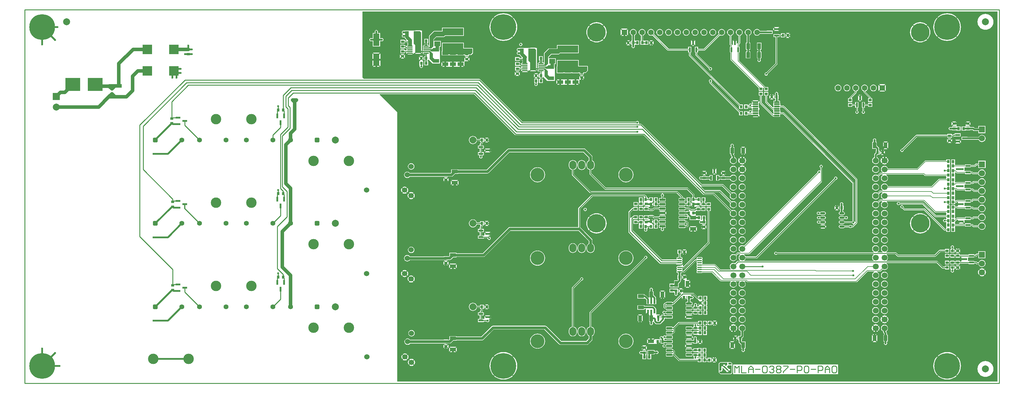
<source format=gtl>
G04 Layer_Physical_Order=1*
G04 Layer_Color=128*
%FSLAX43Y43*%
%MOMM*%
G71*
G01*
G75*
%ADD10R,2.700X2.700*%
%ADD11O,1.400X0.350*%
%ADD12R,6.000X2.000*%
%ADD13R,0.600X1.000*%
%ADD14R,1.350X0.600*%
%ADD15O,1.450X0.650*%
%ADD16R,1.800X1.340*%
%ADD17R,0.800X0.900*%
G04:AMPARAMS|DCode=18|XSize=0.45mm|YSize=1.6mm|CornerRadius=0.05mm|HoleSize=0mm|Usage=FLASHONLY|Rotation=90.000|XOffset=0mm|YOffset=0mm|HoleType=Round|Shape=RoundedRectangle|*
%AMROUNDEDRECTD18*
21,1,0.450,1.501,0,0,90.0*
21,1,0.351,1.600,0,0,90.0*
1,1,0.099,0.750,0.175*
1,1,0.099,0.750,-0.175*
1,1,0.099,-0.750,-0.175*
1,1,0.099,-0.750,0.175*
%
%ADD18ROUNDEDRECTD18*%
%ADD19R,4.240X3.810*%
%ADD20R,1.800X3.550*%
%ADD21C,2.000*%
G04:AMPARAMS|DCode=22|XSize=0.65mm|YSize=1.65mm|CornerRadius=0.049mm|HoleSize=0mm|Usage=FLASHONLY|Rotation=270.000|XOffset=0mm|YOffset=0mm|HoleType=Round|Shape=RoundedRectangle|*
%AMROUNDEDRECTD22*
21,1,0.650,1.552,0,0,270.0*
21,1,0.552,1.650,0,0,270.0*
1,1,0.098,-0.776,-0.276*
1,1,0.098,-0.776,0.276*
1,1,0.098,0.776,0.276*
1,1,0.098,0.776,-0.276*
%
%ADD22ROUNDEDRECTD22*%
%ADD23R,1.700X1.000*%
%ADD24R,0.900X0.800*%
%ADD25R,1.000X1.700*%
G04:AMPARAMS|DCode=26|XSize=0.3mm|YSize=1.55mm|CornerRadius=0.05mm|HoleSize=0mm|Usage=FLASHONLY|Rotation=90.000|XOffset=0mm|YOffset=0mm|HoleType=Round|Shape=RoundedRectangle|*
%AMROUNDEDRECTD26*
21,1,0.300,1.451,0,0,90.0*
21,1,0.201,1.550,0,0,90.0*
1,1,0.099,0.726,0.101*
1,1,0.099,0.726,-0.101*
1,1,0.099,-0.726,-0.101*
1,1,0.099,-0.726,0.101*
%
%ADD26ROUNDEDRECTD26*%
G04:AMPARAMS|DCode=27|XSize=1.73mm|YSize=1.9mm|CornerRadius=0.052mm|HoleSize=0mm|Usage=FLASHONLY|Rotation=0.000|XOffset=0mm|YOffset=0mm|HoleType=Round|Shape=RoundedRectangle|*
%AMROUNDEDRECTD27*
21,1,1.730,1.796,0,0,0.0*
21,1,1.626,1.900,0,0,0.0*
1,1,0.104,0.813,-0.898*
1,1,0.104,-0.813,-0.898*
1,1,0.104,-0.813,0.898*
1,1,0.104,0.813,0.898*
%
%ADD27ROUNDEDRECTD27*%
%ADD28R,0.600X1.350*%
%ADD29C,0.250*%
%ADD30C,0.500*%
%ADD31C,1.000*%
%ADD32C,0.300*%
%ADD33C,0.150*%
%ADD34C,0.200*%
%ADD35C,0.750*%
%ADD36C,0.400*%
%ADD37C,0.254*%
%ADD38O,2.000X2.500*%
%ADD39C,3.000*%
%ADD40C,1.600*%
%ADD41R,1.600X1.600*%
%ADD42C,1.524*%
%ADD43C,7.400*%
%ADD44C,5.300*%
%ADD45C,1.700*%
%ADD46R,1.750X1.750*%
%ADD47C,1.750*%
%ADD48C,4.000*%
%ADD49R,2.000X2.000*%
%ADD50R,1.800X1.800*%
%ADD51C,1.800*%
%ADD52C,1.400*%
G04:AMPARAMS|DCode=53|XSize=1.4mm|YSize=1.4mm|CornerRadius=0.35mm|HoleSize=0mm|Usage=FLASHONLY|Rotation=0.000|XOffset=0mm|YOffset=0mm|HoleType=Round|Shape=RoundedRectangle|*
%AMROUNDEDRECTD53*
21,1,1.400,0.700,0,0,0.0*
21,1,0.700,1.400,0,0,0.0*
1,1,0.700,0.350,-0.350*
1,1,0.700,-0.350,-0.350*
1,1,0.700,-0.350,0.350*
1,1,0.700,0.350,0.350*
%
%ADD53ROUNDEDRECTD53*%
%ADD54C,0.600*%
G36*
X279500Y500D02*
X107000D01*
Y78000D01*
X101942Y83058D01*
X102009Y83220D01*
X129084D01*
X140802Y71502D01*
X140893Y71441D01*
X141000Y71420D01*
X177784D01*
X194902Y54302D01*
X194993Y54241D01*
X195100Y54220D01*
X197804D01*
X202678Y49345D01*
X202586Y49121D01*
X202551Y48860D01*
X202586Y48599D01*
X202686Y48356D01*
X202847Y48147D01*
X203056Y47986D01*
X203299Y47886D01*
X203560Y47851D01*
X203821Y47886D01*
X204064Y47986D01*
X204273Y48147D01*
X204433Y48356D01*
X204534Y48599D01*
X204569Y48860D01*
X204534Y49121D01*
X204433Y49364D01*
X204273Y49573D01*
X204064Y49733D01*
X203821Y49834D01*
X203560Y49869D01*
X203299Y49834D01*
X203075Y49742D01*
X198118Y54698D01*
X198027Y54759D01*
X197920Y54780D01*
X195296D01*
X195245Y54845D01*
X195331Y55020D01*
X199544D01*
X202678Y51885D01*
X202586Y51661D01*
X202551Y51400D01*
X202586Y51139D01*
X202686Y50896D01*
X202847Y50687D01*
X203056Y50527D01*
X203299Y50426D01*
X203560Y50391D01*
X203821Y50426D01*
X204064Y50527D01*
X204273Y50687D01*
X204433Y50896D01*
X204534Y51139D01*
X204569Y51400D01*
X204534Y51661D01*
X204433Y51904D01*
X204273Y52113D01*
X204064Y52273D01*
X203821Y52374D01*
X203560Y52409D01*
X203299Y52374D01*
X203075Y52282D01*
X199858Y55498D01*
X199767Y55559D01*
X199660Y55580D01*
X195316D01*
X194344Y56552D01*
X194381Y56662D01*
X194424Y56720D01*
X200384D01*
X202678Y54425D01*
X202586Y54201D01*
X202551Y53940D01*
X202586Y53679D01*
X202686Y53436D01*
X202847Y53227D01*
X203056Y53067D01*
X203299Y52966D01*
X203560Y52931D01*
X203821Y52966D01*
X204064Y53067D01*
X204273Y53227D01*
X204433Y53436D01*
X204534Y53679D01*
X204569Y53940D01*
X204534Y54201D01*
X204433Y54444D01*
X204273Y54653D01*
X204064Y54813D01*
X203821Y54914D01*
X203560Y54949D01*
X203299Y54914D01*
X203075Y54821D01*
X200698Y57198D01*
X200607Y57259D01*
X200500Y57280D01*
X194516D01*
X177198Y74598D01*
X177107Y74659D01*
X177000Y74680D01*
X176522D01*
X176430Y74855D01*
X176458Y75000D01*
X176424Y75175D01*
X176324Y75324D01*
X176175Y75424D01*
X176000Y75459D01*
X175824Y75424D01*
X175675Y75324D01*
X175646Y75280D01*
X143016D01*
X130798Y87498D01*
X130707Y87559D01*
X130600Y87580D01*
X97420D01*
X97000Y88000D01*
Y107000D01*
X279500D01*
Y500D01*
D02*
G37*
%LPC*%
G36*
X124104Y34274D02*
X123530Y33700D01*
X124104Y33126D01*
Y34274D01*
D02*
G37*
G36*
X123924Y34454D02*
X122076D01*
X122740Y33790D01*
X122650Y33700D01*
X122740Y33610D01*
X122076Y32946D01*
X123924D01*
X123260Y33610D01*
X123350Y33700D01*
X123260Y33790D01*
X123924Y34454D01*
D02*
G37*
G36*
X121896Y34274D02*
Y33126D01*
X122470Y33700D01*
X121896Y34274D01*
D02*
G37*
G36*
X147300Y38160D02*
X146879Y38119D01*
X146473Y37996D01*
X146100Y37796D01*
X145772Y37528D01*
X145504Y37200D01*
X145304Y36827D01*
X145181Y36421D01*
X145140Y36000D01*
X145181Y35579D01*
X145304Y35173D01*
X145504Y34800D01*
X145772Y34472D01*
X146100Y34204D01*
X146473Y34004D01*
X146879Y33881D01*
X147300Y33840D01*
X147721Y33881D01*
X148127Y34004D01*
X148500Y34204D01*
X148828Y34472D01*
X149096Y34800D01*
X149296Y35173D01*
X149419Y35579D01*
X149460Y36000D01*
X149419Y36421D01*
X149296Y36827D01*
X149096Y37200D01*
X148828Y37528D01*
X148500Y37796D01*
X148127Y37996D01*
X147721Y38119D01*
X147300Y38160D01*
D02*
G37*
G36*
X268524Y33954D02*
X267476D01*
X268000Y33430D01*
X268524Y33954D01*
D02*
G37*
G36*
X268000Y33350D02*
X267950Y33300D01*
X268000Y33250D01*
X268050Y33300D01*
X268000Y33350D01*
D02*
G37*
G36*
X267296Y33774D02*
Y32826D01*
X267770Y33300D01*
X267296Y33774D01*
D02*
G37*
G36*
X109120Y32595D02*
X108855Y32560D01*
X108608Y32457D01*
X108497Y32373D01*
X109120Y31750D01*
X109743Y32373D01*
X109632Y32457D01*
X109385Y32560D01*
X109120Y32595D01*
D02*
G37*
G36*
X275883Y32624D02*
X275180Y31920D01*
X275883Y31216D01*
X275986Y31351D01*
X276100Y31625D01*
X276139Y31920D01*
X276100Y32215D01*
X275986Y32489D01*
X275883Y32624D01*
D02*
G37*
G36*
X274117Y32624D02*
X274014Y32489D01*
X273900Y32215D01*
X273861Y31920D01*
X273900Y31625D01*
X274014Y31351D01*
X274117Y31216D01*
X274820Y31920D01*
X274117Y32624D01*
D02*
G37*
G36*
X267100Y33850D02*
X265900D01*
Y32750D01*
X266065D01*
X266079Y32734D01*
X266143Y32575D01*
X266076Y32476D01*
X266041Y32300D01*
X266076Y32124D01*
X266176Y31976D01*
X266324Y31876D01*
X266500Y31841D01*
X266676Y31876D01*
X266824Y31976D01*
X266924Y32124D01*
X266959Y32300D01*
X266924Y32476D01*
X266857Y32575D01*
X266921Y32734D01*
X266935Y32750D01*
X267100D01*
Y33850D01*
D02*
G37*
G36*
X268704Y33774D02*
X268230Y33300D01*
X268704Y32826D01*
Y33774D01*
D02*
G37*
G36*
X268000Y33170D02*
X267476Y32646D01*
X268524D01*
X268000Y33170D01*
D02*
G37*
G36*
X275000Y33059D02*
X274705Y33020D01*
X274431Y32906D01*
X274296Y32803D01*
X275000Y32100D01*
X275704Y32803D01*
X275569Y32906D01*
X275295Y33020D01*
X275000Y33059D01*
D02*
G37*
G36*
X172700Y38160D02*
X172279Y38119D01*
X171873Y37996D01*
X171500Y37796D01*
X171172Y37528D01*
X170904Y37200D01*
X170704Y36827D01*
X170581Y36421D01*
X170540Y36000D01*
X170581Y35579D01*
X170704Y35173D01*
X170904Y34800D01*
X171172Y34472D01*
X171500Y34204D01*
X171873Y34004D01*
X172279Y33881D01*
X172700Y33840D01*
X173121Y33881D01*
X173527Y34004D01*
X173900Y34204D01*
X174228Y34472D01*
X174496Y34800D01*
X174696Y35173D01*
X174819Y35579D01*
X174860Y36000D01*
X174819Y36421D01*
X174696Y36827D01*
X174496Y37200D01*
X174228Y37528D01*
X173900Y37796D01*
X173527Y37996D01*
X173121Y38119D01*
X172700Y38160D01*
D02*
G37*
G36*
X268000Y37970D02*
X267476Y37446D01*
X268524D01*
X268000Y37970D01*
D02*
G37*
G36*
X188846Y38324D02*
Y37276D01*
X189370Y37800D01*
X188846Y38324D01*
D02*
G37*
G36*
X190154Y38324D02*
X189630Y37800D01*
X190154Y37276D01*
Y38324D01*
D02*
G37*
G36*
X111000Y39300D02*
X110762Y39269D01*
X110540Y39177D01*
X110350Y39030D01*
X110203Y38840D01*
X110111Y38618D01*
X110080Y38380D01*
X110111Y38142D01*
X110203Y37920D01*
X110350Y37730D01*
X110540Y37583D01*
X110762Y37491D01*
X111000Y37460D01*
X111238Y37491D01*
X111460Y37583D01*
X111650Y37730D01*
X111797Y37920D01*
X111889Y38142D01*
X111920Y38380D01*
X111889Y38618D01*
X111797Y38840D01*
X111650Y39030D01*
X111460Y39177D01*
X111238Y39269D01*
X111000Y39300D01*
D02*
G37*
G36*
X266500Y39659D02*
X266324Y39624D01*
X266176Y39524D01*
X266076Y39376D01*
X266041Y39200D01*
X266076Y39024D01*
X266176Y38876D01*
X266220Y38846D01*
Y38650D01*
X265900D01*
Y37550D01*
X267100D01*
Y38650D01*
X266780D01*
Y38846D01*
X266824Y38876D01*
X266924Y39024D01*
X266959Y39200D01*
X266924Y39376D01*
X266824Y39524D01*
X266676Y39624D01*
X266500Y39659D01*
D02*
G37*
G36*
X160000Y40310D02*
X159700Y40270D01*
X159420Y40155D01*
X159180Y39970D01*
X158995Y39730D01*
X158880Y39450D01*
X158840Y39150D01*
Y38650D01*
X158880Y38350D01*
X158995Y38070D01*
X159180Y37830D01*
X159420Y37645D01*
X159700Y37530D01*
X160000Y37490D01*
X160300Y37530D01*
X160580Y37645D01*
X160820Y37830D01*
X161005Y38070D01*
X161120Y38350D01*
X161160Y38650D01*
Y39150D01*
X161120Y39450D01*
X161005Y39730D01*
X160820Y39970D01*
X160580Y40155D01*
X160300Y40270D01*
X160000Y40310D01*
D02*
G37*
G36*
X157450D02*
X157150Y40270D01*
X156870Y40155D01*
X156630Y39970D01*
X156445Y39730D01*
X156330Y39450D01*
X156290Y39150D01*
Y38650D01*
X156330Y38350D01*
X156445Y38070D01*
X156630Y37830D01*
X156870Y37645D01*
X157150Y37530D01*
X157450Y37490D01*
X157750Y37530D01*
X158030Y37645D01*
X158270Y37830D01*
X158455Y38070D01*
X158570Y38350D01*
X158610Y38650D01*
Y39150D01*
X158570Y39450D01*
X158455Y39730D01*
X158270Y39970D01*
X158030Y40155D01*
X157750Y40270D01*
X157450Y40310D01*
D02*
G37*
G36*
X189500Y37570D02*
X189026Y37096D01*
X189974D01*
X189500Y37570D01*
D02*
G37*
G36*
X121704Y35074D02*
X121230Y34600D01*
X121704Y34126D01*
Y35074D01*
D02*
G37*
G36*
X120296Y35074D02*
Y34126D01*
X120770Y34600D01*
X120296Y35074D01*
D02*
G37*
G36*
X121000Y34470D02*
X120476Y33946D01*
X121524D01*
X121000Y34470D01*
D02*
G37*
G36*
Y34650D02*
X120950Y34600D01*
X121000Y34550D01*
X121050Y34600D01*
X121000Y34650D01*
D02*
G37*
G36*
X276025Y38025D02*
X273975D01*
Y37280D01*
X273500D01*
X273393Y37259D01*
X273302Y37198D01*
X273034Y36930D01*
X272800D01*
Y37100D01*
X271150D01*
Y36930D01*
X268600D01*
Y37250D01*
X267400D01*
Y36930D01*
X267100D01*
Y37250D01*
X265900D01*
Y36980D01*
X265600D01*
Y37250D01*
X264400D01*
Y36150D01*
X265600D01*
Y36420D01*
X265900D01*
Y36150D01*
X267100D01*
Y36370D01*
X267400D01*
Y36150D01*
X268600D01*
Y36370D01*
X268969D01*
X269096Y36254D01*
X269096Y36195D01*
Y35205D01*
X269096Y35146D01*
X268969Y35030D01*
X268600D01*
Y35250D01*
X267400D01*
Y35030D01*
X267100D01*
Y35250D01*
X265900D01*
Y34980D01*
X265600D01*
Y35250D01*
X264400D01*
Y34150D01*
X265600D01*
Y34420D01*
X265900D01*
Y34150D01*
X267100D01*
Y34470D01*
X267400D01*
Y34150D01*
X268600D01*
Y34470D01*
X271150D01*
Y34300D01*
X272800D01*
Y34470D01*
X273234D01*
X273442Y34262D01*
X273533Y34201D01*
X273640Y34180D01*
X274007D01*
X274105Y33943D01*
X274269Y33729D01*
X274483Y33565D01*
X274732Y33461D01*
X275000Y33426D01*
X275268Y33461D01*
X275517Y33565D01*
X275731Y33729D01*
X275895Y33943D01*
X275999Y34192D01*
X276034Y34460D01*
X275999Y34728D01*
X275895Y34977D01*
X275731Y35191D01*
X275517Y35355D01*
X275268Y35459D01*
X275000Y35494D01*
X274732Y35459D01*
X274483Y35355D01*
X274269Y35191D01*
X274105Y34977D01*
X274007Y34740D01*
X273756D01*
X273548Y34948D01*
X273457Y35009D01*
X273350Y35030D01*
X272800D01*
Y35200D01*
X271150D01*
Y35200D01*
X271129Y35191D01*
X271116Y35192D01*
X270954Y35308D01*
Y36092D01*
X271116Y36208D01*
X271129Y36209D01*
X271150Y36200D01*
Y36200D01*
X272800D01*
Y36370D01*
X273150D01*
X273257Y36391D01*
X273348Y36452D01*
X273616Y36720D01*
X273975D01*
Y35975D01*
X276025D01*
Y38025D01*
D02*
G37*
G36*
X178400Y36659D02*
X178224Y36624D01*
X178076Y36524D01*
X177976Y36376D01*
X177941Y36200D01*
X177952Y36148D01*
X162352Y20548D01*
X162291Y20457D01*
X162270Y20350D01*
Y16273D01*
X162250Y16270D01*
X161970Y16155D01*
X161730Y15970D01*
X161545Y15730D01*
X161430Y15450D01*
X161390Y15150D01*
Y14650D01*
X161430Y14350D01*
X161545Y14070D01*
X161730Y13830D01*
X161970Y13645D01*
X162015Y13627D01*
Y12872D01*
X161278Y12135D01*
X154122D01*
X149878Y16378D01*
X149705Y16495D01*
X149500Y16535D01*
X134500D01*
X134295Y16495D01*
X134122Y16378D01*
X131178Y13435D01*
X124000D01*
Y13550D01*
X122000D01*
Y12657D01*
X121878Y12535D01*
X121600D01*
Y12550D01*
X120400D01*
Y12505D01*
X110719D01*
X110630Y12620D01*
X110440Y12767D01*
X110218Y12859D01*
X109980Y12890D01*
X109742Y12859D01*
X109520Y12767D01*
X109330Y12620D01*
X109183Y12430D01*
X109091Y12208D01*
X109060Y11970D01*
X109091Y11732D01*
X109183Y11510D01*
X109330Y11320D01*
X109520Y11173D01*
X109742Y11081D01*
X109980Y11050D01*
X110218Y11081D01*
X110440Y11173D01*
X110630Y11320D01*
X110719Y11435D01*
X120970D01*
X121047Y11450D01*
X121600D01*
Y11465D01*
X122100D01*
X122305Y11505D01*
X122479Y11622D01*
X123107Y12250D01*
X124000D01*
Y12365D01*
X131400D01*
X131605Y12405D01*
X131779Y12521D01*
X134722Y15465D01*
X149278D01*
X153521Y11222D01*
X153695Y11105D01*
X153900Y11065D01*
X161500D01*
X161705Y11105D01*
X161878Y11222D01*
X162929Y12271D01*
X163045Y12445D01*
X163085Y12650D01*
Y13627D01*
X163130Y13645D01*
X163370Y13830D01*
X163555Y14070D01*
X163670Y14350D01*
X163710Y14650D01*
Y15150D01*
X163670Y15450D01*
X163555Y15730D01*
X163370Y15970D01*
X163130Y16155D01*
X162850Y16270D01*
X162830Y16273D01*
Y20234D01*
X178348Y35752D01*
X178400Y35741D01*
X178576Y35776D01*
X178724Y35876D01*
X178824Y36024D01*
X178859Y36200D01*
X178824Y36376D01*
X178724Y36524D01*
X178576Y36624D01*
X178400Y36659D01*
D02*
G37*
G36*
X121524Y35254D02*
X120476D01*
X121000Y34730D01*
X121524Y35254D01*
D02*
G37*
G36*
X108317Y32193D02*
X108233Y32082D01*
X108130Y31835D01*
X108095Y31570D01*
X108130Y31305D01*
X108233Y31058D01*
X108317Y30947D01*
X108940Y31570D01*
X108317Y32193D01*
D02*
G37*
G36*
X183954Y26424D02*
X183290Y25760D01*
X183200Y25850D01*
X183110Y25760D01*
X182446Y26424D01*
Y24576D01*
X183110Y25240D01*
X183200Y25150D01*
X183290Y25240D01*
X183954Y24576D01*
Y26424D01*
D02*
G37*
G36*
X186400Y27250D02*
Y27250D01*
X186396Y27250D01*
X185200D01*
Y26150D01*
X186400D01*
Y26150D01*
X186550Y26090D01*
Y26000D01*
X186692D01*
Y25800D01*
X186676Y25776D01*
X186641Y25600D01*
X186676Y25424D01*
X186776Y25276D01*
X186924Y25176D01*
X187100Y25141D01*
X187276Y25176D01*
X187424Y25276D01*
X187524Y25424D01*
X187559Y25600D01*
X187524Y25776D01*
X187508Y25800D01*
Y26000D01*
X187650D01*
Y27200D01*
X186550D01*
Y27200D01*
X186400Y27250D01*
D02*
G37*
G36*
X247000Y27009D02*
X246739Y26974D01*
X246496Y26873D01*
X246287Y26713D01*
X246126Y26504D01*
X246026Y26261D01*
X245991Y26000D01*
X246026Y25739D01*
X246126Y25496D01*
X246287Y25287D01*
X246496Y25126D01*
X246739Y25026D01*
X247000Y24991D01*
X247261Y25026D01*
X247504Y25126D01*
X247713Y25287D01*
X247873Y25496D01*
X247974Y25739D01*
X248009Y26000D01*
X247974Y26261D01*
X247873Y26504D01*
X247713Y26713D01*
X247504Y26873D01*
X247261Y26974D01*
X247000Y27009D01*
D02*
G37*
G36*
X183774Y26604D02*
X182626D01*
X183200Y26030D01*
X183774Y26604D01*
D02*
G37*
G36*
X188974Y27304D02*
X188026D01*
X188500Y26830D01*
X188974Y27304D01*
D02*
G37*
G36*
X189154Y27124D02*
X188590Y26560D01*
X188500Y26650D01*
X188450Y26600D01*
X188590Y26460D01*
X188026Y25896D01*
X188571D01*
X188638Y25734D01*
X186274Y23371D01*
X186095Y23325D01*
X186029Y23368D01*
X185951Y23384D01*
X184399D01*
X184321Y23368D01*
X184255Y23325D01*
X184212Y23259D01*
X184197Y23185D01*
X184005D01*
X183898Y23164D01*
X183807Y23103D01*
X183602Y22898D01*
X183541Y22807D01*
X183520Y22700D01*
Y21900D01*
X183541Y21793D01*
X183602Y21702D01*
X183867Y21437D01*
X183958Y21376D01*
X184065Y21355D01*
X184197D01*
X184212Y21281D01*
X184255Y21215D01*
X184321Y21172D01*
X184399Y21156D01*
X185951D01*
X186029Y21172D01*
X186095Y21215D01*
X186138Y21281D01*
X186154Y21359D01*
Y21911D01*
X186138Y21989D01*
X186095Y22055D01*
X186029Y22098D01*
X185951Y22114D01*
X184399D01*
X184321Y22098D01*
X184255Y22055D01*
X184255Y22054D01*
X184080Y22108D01*
Y22432D01*
X184255Y22486D01*
X184255Y22485D01*
X184321Y22442D01*
X184399Y22426D01*
X185951D01*
X186029Y22442D01*
X186095Y22485D01*
X186138Y22551D01*
X186152Y22620D01*
X186200D01*
X186307Y22641D01*
X186398Y22702D01*
X188584Y24888D01*
X188746Y24821D01*
Y24176D01*
X189310Y24740D01*
X189400Y24650D01*
X189490Y24740D01*
X190054Y24176D01*
Y25245D01*
X190075Y25254D01*
X190083Y25254D01*
X190250Y25139D01*
Y24100D01*
X190392D01*
Y23384D01*
X190049D01*
X189971Y23368D01*
X189905Y23325D01*
X189862Y23259D01*
X189846Y23181D01*
Y22629D01*
X189862Y22551D01*
X189905Y22485D01*
X189971Y22442D01*
X190049Y22426D01*
X191601D01*
X191679Y22442D01*
X191745Y22485D01*
X191788Y22551D01*
X191804Y22629D01*
Y23181D01*
X191788Y23259D01*
X191745Y23325D01*
X191679Y23368D01*
X191601Y23384D01*
X191208D01*
Y24100D01*
X191350D01*
Y24226D01*
X191524Y24276D01*
X191700Y24241D01*
X191876Y24276D01*
X192024Y24376D01*
X192124Y24524D01*
X192159Y24700D01*
X192124Y24876D01*
X192024Y25024D01*
X191876Y25124D01*
X191700Y25159D01*
X191582Y25135D01*
X191408Y25240D01*
X191403Y25275D01*
X191535Y25420D01*
X191984D01*
X193102Y24302D01*
X193193Y24241D01*
X193300Y24220D01*
X193426D01*
X193550Y24096D01*
X193550Y23936D01*
X193525Y23904D01*
X194100Y23330D01*
X194675Y23904D01*
X194650Y23936D01*
X194650Y23979D01*
Y25100D01*
X193550D01*
Y24880D01*
X193375Y24822D01*
X192298Y25898D01*
X192207Y25959D01*
X192100Y25980D01*
X189154D01*
Y27124D01*
D02*
G37*
G36*
X187846Y27124D02*
Y26076D01*
X188370Y26600D01*
X187846Y27124D01*
D02*
G37*
G36*
X244460Y27009D02*
X244199Y26974D01*
X243956Y26873D01*
X243747Y26713D01*
X243587Y26504D01*
X243486Y26261D01*
X243451Y26000D01*
X243486Y25739D01*
X243587Y25496D01*
X243747Y25287D01*
X243956Y25126D01*
X244199Y25026D01*
X244460Y24991D01*
X244721Y25026D01*
X244964Y25126D01*
X245173Y25287D01*
X245333Y25496D01*
X245434Y25739D01*
X245469Y26000D01*
X245434Y26261D01*
X245333Y26504D01*
X245173Y26713D01*
X244964Y26873D01*
X244721Y26974D01*
X244460Y27009D01*
D02*
G37*
G36*
X189400Y24470D02*
X188926Y23996D01*
X189874D01*
X189400Y24470D01*
D02*
G37*
G36*
X194100Y23150D02*
X194050Y23100D01*
X194100Y23050D01*
X194150Y23100D01*
X194100Y23150D01*
D02*
G37*
G36*
X193446Y23624D02*
X193446Y22576D01*
X193970Y23100D01*
X193446Y23624D01*
D02*
G37*
G36*
X183200Y24970D02*
X182626Y24396D01*
X183774D01*
X183200Y24970D01*
D02*
G37*
G36*
X206100Y27009D02*
X205839Y26974D01*
X205596Y26873D01*
X205387Y26713D01*
X205227Y26504D01*
X205126Y26261D01*
X205091Y26000D01*
X205126Y25739D01*
X205227Y25496D01*
X205387Y25287D01*
X205596Y25126D01*
X205839Y25026D01*
X206100Y24991D01*
X206361Y25026D01*
X206604Y25126D01*
X206813Y25287D01*
X206973Y25496D01*
X207074Y25739D01*
X207109Y26000D01*
X207074Y26261D01*
X206973Y26504D01*
X206813Y26713D01*
X206604Y26873D01*
X206361Y26974D01*
X206100Y27009D01*
D02*
G37*
G36*
X203560D02*
X203299Y26974D01*
X203056Y26873D01*
X202847Y26713D01*
X202686Y26504D01*
X202586Y26261D01*
X202551Y26000D01*
X202586Y25739D01*
X202686Y25496D01*
X202847Y25287D01*
X203056Y25126D01*
X203299Y25026D01*
X203560Y24991D01*
X203821Y25026D01*
X204064Y25126D01*
X204273Y25287D01*
X204433Y25496D01*
X204534Y25739D01*
X204569Y26000D01*
X204534Y26261D01*
X204433Y26504D01*
X204273Y26713D01*
X204064Y26873D01*
X203821Y26974D01*
X203560Y27009D01*
D02*
G37*
G36*
X180000Y27459D02*
X179824Y27424D01*
X179676Y27324D01*
X179576Y27176D01*
X179541Y27000D01*
X179576Y26824D01*
X179592Y26800D01*
Y26500D01*
X179350D01*
Y24674D01*
X179175Y24602D01*
X178488Y25288D01*
X178356Y25377D01*
X178200Y25408D01*
X178200Y25408D01*
X178000D01*
Y25650D01*
X176000D01*
Y24350D01*
X178000D01*
Y24376D01*
X178175Y24448D01*
X178600Y24023D01*
Y22725D01*
X179375D01*
X179500Y22725D01*
X179675Y22725D01*
X180450D01*
Y22725D01*
X180500D01*
Y22725D01*
X181400D01*
Y24025D01*
X181358D01*
Y24550D01*
X181358Y24550D01*
X181327Y24706D01*
X181238Y24838D01*
X180650Y25427D01*
Y26500D01*
X180408D01*
Y26800D01*
X180424Y26824D01*
X180459Y27000D01*
X180424Y27176D01*
X180324Y27324D01*
X180176Y27424D01*
X180000Y27459D01*
D02*
G37*
G36*
X190154Y31024D02*
X189590Y30460D01*
X189500Y30550D01*
X189450Y30500D01*
X189590Y30360D01*
X189026Y29796D01*
X189509D01*
X189646Y29704D01*
X189646Y29621D01*
Y27676D01*
X190310Y28340D01*
X190400Y28250D01*
X190490Y28340D01*
X191154Y27676D01*
Y29524D01*
X190490Y28860D01*
X190310Y29040D01*
X190974Y29704D01*
X190291D01*
X190154Y29796D01*
X190154Y29879D01*
Y31024D01*
D02*
G37*
G36*
X111000Y31025D02*
X110735Y30990D01*
X110488Y30887D01*
X110377Y30803D01*
X111000Y30180D01*
X111623Y30803D01*
X111512Y30887D01*
X111265Y30990D01*
X111000Y31025D01*
D02*
G37*
G36*
X247000Y32089D02*
X246739Y32054D01*
X246496Y31953D01*
X246287Y31793D01*
X246126Y31584D01*
X246026Y31341D01*
X245991Y31080D01*
X246026Y30819D01*
X246126Y30576D01*
X246287Y30367D01*
X246496Y30206D01*
X246739Y30106D01*
X247000Y30071D01*
X247261Y30106D01*
X247504Y30206D01*
X247713Y30367D01*
X247873Y30576D01*
X247974Y30819D01*
X248009Y31080D01*
X247974Y31341D01*
X247873Y31584D01*
X247713Y31793D01*
X247504Y31953D01*
X247261Y32054D01*
X247000Y32089D01*
D02*
G37*
G36*
X109120Y31390D02*
X108497Y30767D01*
X108608Y30683D01*
X108855Y30580D01*
X109120Y30545D01*
X109385Y30580D01*
X109632Y30683D01*
X109743Y30767D01*
X109120Y31390D01*
D02*
G37*
G36*
X109923Y32193D02*
X109300Y31570D01*
X109923Y30947D01*
X110007Y31058D01*
X110110Y31305D01*
X110145Y31570D01*
X110110Y31835D01*
X110007Y32082D01*
X109923Y32193D01*
D02*
G37*
G36*
X275000Y31740D02*
X274296Y31037D01*
X274431Y30934D01*
X274705Y30820D01*
X275000Y30781D01*
X275295Y30820D01*
X275569Y30934D01*
X275704Y31037D01*
X275000Y31740D01*
D02*
G37*
G36*
X189974Y31204D02*
X189026D01*
X189500Y30730D01*
X189974Y31204D01*
D02*
G37*
G36*
X188846Y31024D02*
Y29976D01*
X189370Y30500D01*
X188846Y31024D01*
D02*
G37*
G36*
X247000Y29549D02*
X246739Y29514D01*
X246496Y29413D01*
X246287Y29253D01*
X246126Y29044D01*
X246026Y28801D01*
X245991Y28540D01*
X246026Y28279D01*
X246126Y28036D01*
X246287Y27827D01*
X246496Y27667D01*
X246739Y27566D01*
X247000Y27531D01*
X247261Y27566D01*
X247504Y27667D01*
X247713Y27827D01*
X247873Y28036D01*
X247974Y28279D01*
X248009Y28540D01*
X247974Y28801D01*
X247873Y29044D01*
X247713Y29253D01*
X247504Y29413D01*
X247261Y29514D01*
X247000Y29549D01*
D02*
G37*
G36*
X244460D02*
X244199Y29514D01*
X243956Y29413D01*
X243747Y29253D01*
X243587Y29044D01*
X243486Y28801D01*
X243451Y28540D01*
X243486Y28279D01*
X243587Y28036D01*
X243747Y27827D01*
X243956Y27667D01*
X244199Y27566D01*
X244460Y27531D01*
X244721Y27566D01*
X244964Y27667D01*
X245173Y27827D01*
X245333Y28036D01*
X245434Y28279D01*
X245469Y28540D01*
X245434Y28801D01*
X245333Y29044D01*
X245173Y29253D01*
X244964Y29413D01*
X244721Y29514D01*
X244460Y29549D01*
D02*
G37*
G36*
X190400Y28070D02*
X189826Y27496D01*
X190974D01*
X190400Y28070D01*
D02*
G37*
G36*
X111000Y29820D02*
X110377Y29197D01*
X110488Y29113D01*
X110735Y29010D01*
X111000Y28975D01*
X111265Y29010D01*
X111512Y29113D01*
X111623Y29197D01*
X111000Y29820D01*
D02*
G37*
G36*
X160000Y30459D02*
X159824Y30424D01*
X159676Y30324D01*
X159576Y30176D01*
X159541Y30000D01*
X159552Y29948D01*
X157252Y27648D01*
X157191Y27557D01*
X157170Y27450D01*
Y16273D01*
X157150Y16270D01*
X156870Y16155D01*
X156630Y15970D01*
X156445Y15730D01*
X156330Y15450D01*
X156290Y15150D01*
Y14650D01*
X156330Y14350D01*
X156445Y14070D01*
X156630Y13830D01*
X156870Y13645D01*
X157150Y13530D01*
X157450Y13490D01*
X157750Y13530D01*
X158030Y13645D01*
X158270Y13830D01*
X158455Y14070D01*
X158570Y14350D01*
X158610Y14650D01*
Y15150D01*
X158570Y15450D01*
X158455Y15730D01*
X158270Y15970D01*
X158030Y16155D01*
X157750Y16270D01*
X157730Y16273D01*
Y27334D01*
X159948Y29552D01*
X160000Y29541D01*
X160176Y29576D01*
X160324Y29676D01*
X160424Y29824D01*
X160459Y30000D01*
X160424Y30176D01*
X160324Y30324D01*
X160176Y30424D01*
X160000Y30459D01*
D02*
G37*
G36*
X110197Y30623D02*
X110113Y30512D01*
X110010Y30265D01*
X109975Y30000D01*
X110010Y29735D01*
X110113Y29488D01*
X110197Y29377D01*
X110820Y30000D01*
X110197Y30623D01*
D02*
G37*
G36*
X111803Y30623D02*
X111180Y30000D01*
X111803Y29377D01*
X111887Y29488D01*
X111990Y29735D01*
X112025Y30000D01*
X111990Y30265D01*
X111887Y30512D01*
X111803Y30623D01*
D02*
G37*
G36*
X132046Y46524D02*
Y45476D01*
X132570Y46000D01*
X132046Y46524D01*
D02*
G37*
G36*
X189601Y46939D02*
X188049D01*
X187971Y46923D01*
X187905Y46880D01*
X187862Y46814D01*
X187846Y46736D01*
Y46184D01*
X187862Y46106D01*
X187905Y46040D01*
X187971Y45997D01*
X188049Y45981D01*
X189601D01*
X189679Y45997D01*
X189745Y46040D01*
X189788Y46106D01*
X189803Y46180D01*
X190024D01*
X190120Y46084D01*
Y45516D01*
X190074Y45470D01*
X189803D01*
X189788Y45544D01*
X189745Y45610D01*
X189679Y45653D01*
X189601Y45669D01*
X188049D01*
X187971Y45653D01*
X187905Y45610D01*
X187862Y45544D01*
X187846Y45466D01*
Y44914D01*
X187862Y44836D01*
X187905Y44770D01*
X187971Y44727D01*
X188049Y44711D01*
X189601D01*
X189679Y44727D01*
X189745Y44770D01*
X189788Y44836D01*
X189803Y44910D01*
X190190D01*
X190297Y44931D01*
X190388Y44992D01*
X190598Y45202D01*
X190659Y45293D01*
X190680Y45400D01*
Y46200D01*
X190659Y46307D01*
X190598Y46398D01*
X190338Y46658D01*
X190247Y46719D01*
X190140Y46740D01*
X189803D01*
X189788Y46814D01*
X189745Y46880D01*
X189679Y46923D01*
X189601Y46939D01*
D02*
G37*
G36*
X247000Y47329D02*
X246739Y47294D01*
X246496Y47193D01*
X246287Y47033D01*
X246126Y46824D01*
X246026Y46581D01*
X245991Y46320D01*
X246026Y46059D01*
X246126Y45816D01*
X246287Y45607D01*
X246496Y45446D01*
X246739Y45346D01*
X247000Y45311D01*
X247261Y45346D01*
X247504Y45446D01*
X247713Y45607D01*
X247873Y45816D01*
X247974Y46059D01*
X248009Y46320D01*
X247974Y46581D01*
X247873Y46824D01*
X247713Y47033D01*
X247504Y47193D01*
X247261Y47294D01*
X247000Y47329D01*
D02*
G37*
G36*
X133354Y46524D02*
X132830Y46000D01*
X133354Y45476D01*
Y46524D01*
D02*
G37*
G36*
X181850Y47100D02*
X180750D01*
Y45900D01*
X181020D01*
Y45700D01*
X180750D01*
Y44500D01*
X181850D01*
Y45700D01*
X181580D01*
Y45900D01*
X181850D01*
Y46180D01*
X182197D01*
X182212Y46106D01*
X182255Y46040D01*
X182321Y45997D01*
X182399Y45981D01*
X183951D01*
X184029Y45997D01*
X184095Y46040D01*
X184138Y46106D01*
X184154Y46184D01*
Y46736D01*
X184138Y46814D01*
X184095Y46880D01*
X184029Y46923D01*
X183951Y46939D01*
X182399D01*
X182321Y46923D01*
X182255Y46880D01*
X182212Y46814D01*
X182197Y46740D01*
X181850D01*
Y47100D01*
D02*
G37*
G36*
X180554Y47024D02*
X180030Y46500D01*
X180554Y45976D01*
Y47024D01*
D02*
G37*
G36*
X132700Y46050D02*
X132650Y46000D01*
X132700Y45950D01*
X132750Y46000D01*
X132700Y46050D01*
D02*
G37*
G36*
X244460Y47329D02*
X244199Y47294D01*
X243956Y47193D01*
X243747Y47033D01*
X243587Y46824D01*
X243486Y46581D01*
X243451Y46320D01*
X243486Y46059D01*
X243587Y45816D01*
X243747Y45607D01*
X243956Y45446D01*
X244199Y45346D01*
X244460Y45311D01*
X244721Y45346D01*
X244964Y45446D01*
X245173Y45607D01*
X245333Y45816D01*
X245434Y46059D01*
X245469Y46320D01*
X245434Y46581D01*
X245333Y46824D01*
X245173Y47033D01*
X244964Y47193D01*
X244721Y47294D01*
X244460Y47329D01*
D02*
G37*
G36*
X195100Y45050D02*
X195050Y45000D01*
X195100Y44950D01*
X195150Y45000D01*
X195100Y45050D01*
D02*
G37*
G36*
X228386Y45405D02*
X228330Y45321D01*
X228285Y45095D01*
X228330Y44869D01*
X228386Y44785D01*
X228695Y45095D01*
X228386Y45405D01*
D02*
G37*
G36*
X230164Y45405D02*
X229855Y45095D01*
X230164Y44785D01*
X230220Y44869D01*
X230265Y45095D01*
X230220Y45321D01*
X230164Y45405D01*
D02*
G37*
G36*
X195624Y45654D02*
X194576D01*
X195100Y45130D01*
X195624Y45654D01*
D02*
G37*
G36*
X206100Y47329D02*
X205839Y47294D01*
X205596Y47193D01*
X205387Y47033D01*
X205227Y46824D01*
X205126Y46581D01*
X205091Y46320D01*
X205126Y46059D01*
X205227Y45816D01*
X205387Y45607D01*
X205596Y45446D01*
X205839Y45346D01*
X206100Y45311D01*
X206361Y45346D01*
X206604Y45446D01*
X206813Y45607D01*
X206973Y45816D01*
X207074Y46059D01*
X207109Y46320D01*
X207074Y46581D01*
X206973Y46824D01*
X206813Y47033D01*
X206604Y47193D01*
X206361Y47294D01*
X206100Y47329D01*
D02*
G37*
G36*
X203560D02*
X203299Y47294D01*
X203056Y47193D01*
X202847Y47033D01*
X202686Y46824D01*
X202586Y46581D01*
X202551Y46320D01*
X202586Y46059D01*
X202686Y45816D01*
X202847Y45607D01*
X203056Y45446D01*
X203299Y45346D01*
X203560Y45311D01*
X203821Y45346D01*
X204064Y45446D01*
X204273Y45607D01*
X204433Y45816D01*
X204534Y46059D01*
X204569Y46320D01*
X204534Y46581D01*
X204433Y46824D01*
X204273Y47033D01*
X204064Y47193D01*
X203821Y47294D01*
X203560Y47329D01*
D02*
G37*
G36*
X132700Y45770D02*
X132226Y45296D01*
X133174D01*
X132700Y45770D01*
D02*
G37*
G36*
X180500Y48380D02*
X179500D01*
X179393Y48359D01*
X179302Y48298D01*
X179262Y48258D01*
X179100Y48325D01*
Y48350D01*
X177900D01*
Y48080D01*
X177600D01*
Y48350D01*
X176400D01*
Y47250D01*
X177600D01*
Y47520D01*
X177900D01*
Y47250D01*
X178937D01*
X178981Y47250D01*
X179073Y47143D01*
X179040Y47054D01*
X177976D01*
X178540Y46490D01*
X178360Y46310D01*
X177796Y46874D01*
Y45853D01*
X177796Y45746D01*
X177850Y45593D01*
Y44500D01*
X177916D01*
X178009Y44325D01*
X177976Y44276D01*
X177941Y44100D01*
X177976Y43924D01*
X178076Y43776D01*
X178224Y43676D01*
X178400Y43641D01*
X178576Y43676D01*
X178724Y43776D01*
X178824Y43924D01*
X178859Y44100D01*
X178824Y44276D01*
X178791Y44325D01*
X178884Y44500D01*
X178950D01*
Y44820D01*
X179350D01*
Y44500D01*
X180450D01*
X180450Y45664D01*
X180475Y45696D01*
X179810Y46360D01*
X179950Y46500D01*
X179810Y46640D01*
X180374Y47204D01*
X179401D01*
X179295Y47204D01*
X179283Y47204D01*
X179212Y47220D01*
X179120Y47264D01*
X179106Y47345D01*
X179200Y47520D01*
X179307Y47541D01*
X179398Y47602D01*
X179616Y47820D01*
X180384D01*
X180672Y47532D01*
X180763Y47471D01*
X180870Y47450D01*
X182197D01*
X182212Y47376D01*
X182255Y47310D01*
X182321Y47267D01*
X182399Y47251D01*
X183951D01*
X184029Y47267D01*
X184095Y47310D01*
X184138Y47376D01*
X184154Y47454D01*
Y48006D01*
X184138Y48084D01*
X184095Y48150D01*
X184029Y48193D01*
X183951Y48209D01*
X182399D01*
X182321Y48193D01*
X182255Y48150D01*
X182212Y48084D01*
X182197Y48010D01*
X180986D01*
X180698Y48298D01*
X180607Y48359D01*
X180500Y48380D01*
D02*
G37*
G36*
X229675Y48119D02*
X228875D01*
X228690Y48082D01*
X228550Y47989D01*
X228504Y47974D01*
X228359Y47959D01*
X228211Y48059D01*
X228035Y48094D01*
X227859Y48059D01*
X227711Y47959D01*
X227611Y47811D01*
X227576Y47635D01*
X227611Y47459D01*
X227711Y47311D01*
X227859Y47211D01*
X228035Y47176D01*
X228211Y47211D01*
X228359Y47311D01*
X228504Y47296D01*
X228550Y47281D01*
X228690Y47188D01*
X228875Y47151D01*
X229675D01*
X229860Y47188D01*
X230017Y47293D01*
X230122Y47450D01*
X230159Y47635D01*
X230122Y47820D01*
X230017Y47977D01*
X229860Y48082D01*
X229675Y48119D01*
D02*
G37*
G36*
X247000Y49869D02*
X246739Y49834D01*
X246496Y49733D01*
X246287Y49573D01*
X246126Y49364D01*
X246026Y49121D01*
X245991Y48860D01*
X246026Y48599D01*
X246126Y48356D01*
X246287Y48147D01*
X246496Y47986D01*
X246739Y47886D01*
X247000Y47851D01*
X247261Y47886D01*
X247504Y47986D01*
X247713Y48147D01*
X247873Y48356D01*
X247974Y48599D01*
X248009Y48860D01*
X247974Y49121D01*
X247873Y49364D01*
X247713Y49573D01*
X247504Y49733D01*
X247261Y49834D01*
X247000Y49869D01*
D02*
G37*
G36*
X183951Y49585D02*
X182399D01*
X182291Y49564D01*
X182765Y49090D01*
X182675Y49000D01*
X182765Y48910D01*
X182291Y48436D01*
X182399Y48415D01*
X183951D01*
X184059Y48436D01*
X183585Y48910D01*
X183675Y49000D01*
X183585Y49090D01*
X184059Y49564D01*
X183951Y49585D01*
D02*
G37*
G36*
X184239Y49384D02*
X183855Y49000D01*
X184239Y48616D01*
X184260Y48724D01*
Y49276D01*
X184239Y49384D01*
D02*
G37*
G36*
X182111Y49384D02*
X182090Y49276D01*
Y48724D01*
X182111Y48616D01*
X182495Y49000D01*
X182111Y49384D01*
D02*
G37*
G36*
X234700Y52059D02*
X234524Y52024D01*
X234376Y51924D01*
X234276Y51776D01*
X234241Y51600D01*
X234276Y51424D01*
X234292Y51400D01*
Y51100D01*
X234150D01*
Y49900D01*
X234292D01*
Y49383D01*
X234140Y49352D01*
X233983Y49247D01*
X233878Y49090D01*
X233841Y48905D01*
X233878Y48720D01*
X233983Y48563D01*
X234140Y48458D01*
X234325Y48421D01*
X235125D01*
X235310Y48458D01*
X235467Y48563D01*
X235572Y48720D01*
X235609Y48905D01*
X235572Y49090D01*
X235467Y49247D01*
X235310Y49352D01*
X235125Y49389D01*
X235108D01*
Y49900D01*
X235250D01*
Y51100D01*
X235108D01*
Y51400D01*
X235124Y51424D01*
X235159Y51600D01*
X235124Y51776D01*
X235024Y51924D01*
X234876Y52024D01*
X234700Y52059D01*
D02*
G37*
G36*
X244460Y49869D02*
X244199Y49834D01*
X243956Y49733D01*
X243747Y49573D01*
X243587Y49364D01*
X243486Y49121D01*
X243451Y48860D01*
X243486Y48599D01*
X243587Y48356D01*
X243747Y48147D01*
X243956Y47986D01*
X244199Y47886D01*
X244460Y47851D01*
X244721Y47886D01*
X244964Y47986D01*
X245173Y48147D01*
X245333Y48356D01*
X245434Y48599D01*
X245469Y48860D01*
X245434Y49121D01*
X245333Y49364D01*
X245173Y49573D01*
X244964Y49733D01*
X244721Y49834D01*
X244460Y49869D01*
D02*
G37*
G36*
X133174Y46704D02*
X132226D01*
X132700Y46230D01*
X133174Y46704D01*
D02*
G37*
G36*
X257270Y48913D02*
X256814Y48877D01*
X256370Y48770D01*
X255948Y48595D01*
X255558Y48357D01*
X255307Y48143D01*
X257270Y46180D01*
X259233Y48143D01*
X258982Y48357D01*
X258592Y48595D01*
X258170Y48770D01*
X257726Y48877D01*
X257270Y48913D01*
D02*
G37*
G36*
X164250D02*
X163794Y48877D01*
X163350Y48770D01*
X162928Y48595D01*
X162538Y48357D01*
X162287Y48143D01*
X164250Y46180D01*
X166213Y48143D01*
X165962Y48357D01*
X165572Y48595D01*
X165150Y48770D01*
X164706Y48877D01*
X164250Y48913D01*
D02*
G37*
G36*
X177600Y46950D02*
X176400D01*
Y46680D01*
X176100D01*
Y46950D01*
X174900D01*
Y45850D01*
X176100D01*
Y46120D01*
X176400D01*
Y45854D01*
X176400Y45850D01*
X176400D01*
X176450Y45700D01*
X176450Y45700D01*
Y44500D01*
X177550D01*
Y45700D01*
X177550Y45700D01*
X177600Y45850D01*
X177600D01*
X177600Y45854D01*
Y46950D01*
D02*
G37*
G36*
X206100Y49869D02*
X205839Y49834D01*
X205596Y49733D01*
X205387Y49573D01*
X205227Y49364D01*
X205126Y49121D01*
X205091Y48860D01*
X205126Y48599D01*
X205227Y48356D01*
X205387Y48147D01*
X205596Y47986D01*
X205839Y47886D01*
X206100Y47851D01*
X206361Y47886D01*
X206604Y47986D01*
X206813Y48147D01*
X206973Y48356D01*
X207074Y48599D01*
X207109Y48860D01*
X207074Y49121D01*
X206973Y49364D01*
X206813Y49573D01*
X206604Y49733D01*
X206361Y49834D01*
X206100Y49869D01*
D02*
G37*
G36*
X235125Y48119D02*
X234325D01*
X234140Y48082D01*
X233983Y47977D01*
X233878Y47820D01*
X233841Y47635D01*
X233878Y47450D01*
X233983Y47293D01*
X234140Y47188D01*
X234325Y47151D01*
X235125D01*
X235310Y47188D01*
X235467Y47293D01*
X235496Y47336D01*
X235694D01*
X235711Y47311D01*
X235859Y47211D01*
X236035Y47176D01*
X236211Y47211D01*
X236359Y47311D01*
X236459Y47459D01*
X236494Y47635D01*
X236459Y47811D01*
X236359Y47959D01*
X236211Y48059D01*
X236035Y48094D01*
X235859Y48059D01*
X235711Y47959D01*
X235694Y47934D01*
X235496D01*
X235467Y47977D01*
X235310Y48082D01*
X235125Y48119D01*
D02*
G37*
G36*
X229675Y46849D02*
X228875D01*
X228690Y46812D01*
X228550Y46719D01*
X228504Y46704D01*
X228359Y46689D01*
X228211Y46789D01*
X228035Y46824D01*
X227859Y46789D01*
X227711Y46689D01*
X227611Y46541D01*
X227576Y46365D01*
X227611Y46189D01*
X227711Y46041D01*
X227859Y45941D01*
X228035Y45906D01*
X228211Y45941D01*
X228359Y46041D01*
X228504Y46026D01*
X228550Y46011D01*
X228690Y45918D01*
X228875Y45881D01*
X229675D01*
X229860Y45918D01*
X230017Y46023D01*
X230122Y46180D01*
X230159Y46365D01*
X230122Y46550D01*
X230017Y46707D01*
X229860Y46812D01*
X229675Y46849D01*
D02*
G37*
G36*
X194396Y45474D02*
Y44526D01*
X194870Y45000D01*
X194396Y45474D01*
D02*
G37*
G36*
X247000Y42249D02*
X246739Y42214D01*
X246496Y42113D01*
X246287Y41953D01*
X246126Y41744D01*
X246026Y41501D01*
X245991Y41240D01*
X246026Y40979D01*
X246126Y40736D01*
X246287Y40527D01*
X246496Y40367D01*
X246739Y40266D01*
X247000Y40231D01*
X247261Y40266D01*
X247504Y40367D01*
X247713Y40527D01*
X247873Y40736D01*
X247974Y40979D01*
X248009Y41240D01*
X247974Y41501D01*
X247873Y41744D01*
X247713Y41953D01*
X247504Y42113D01*
X247261Y42214D01*
X247000Y42249D01*
D02*
G37*
G36*
X244460D02*
X244199Y42214D01*
X243956Y42113D01*
X243747Y41953D01*
X243587Y41744D01*
X243486Y41501D01*
X243451Y41240D01*
X243486Y40979D01*
X243587Y40736D01*
X243747Y40527D01*
X243956Y40367D01*
X244199Y40266D01*
X244460Y40231D01*
X244721Y40266D01*
X244964Y40367D01*
X245173Y40527D01*
X245333Y40736D01*
X245434Y40979D01*
X245469Y41240D01*
X245434Y41501D01*
X245333Y41744D01*
X245173Y41953D01*
X244964Y42113D01*
X244721Y42214D01*
X244460Y42249D01*
D02*
G37*
G36*
X206100D02*
X205839Y42214D01*
X205596Y42113D01*
X205387Y41953D01*
X205227Y41744D01*
X205126Y41501D01*
X205091Y41240D01*
X205126Y40979D01*
X205227Y40736D01*
X205387Y40527D01*
X205596Y40367D01*
X205839Y40266D01*
X206100Y40231D01*
X206361Y40266D01*
X206604Y40367D01*
X206813Y40527D01*
X206973Y40736D01*
X207074Y40979D01*
X207109Y41240D01*
X207074Y41501D01*
X206973Y41744D01*
X206813Y41953D01*
X206604Y42113D01*
X206361Y42214D01*
X206100Y42249D01*
D02*
G37*
G36*
X128750Y47160D02*
X128450Y47120D01*
X128170Y47005D01*
X127930Y46820D01*
X127745Y46580D01*
X127630Y46300D01*
X127590Y46000D01*
X127630Y45700D01*
X127745Y45420D01*
X127930Y45180D01*
X128170Y44995D01*
X128450Y44880D01*
X128750Y44840D01*
X129050Y44880D01*
X129330Y44995D01*
X129570Y45180D01*
X129755Y45420D01*
X129870Y45700D01*
X129873Y45720D01*
X130750D01*
Y45400D01*
X130856D01*
X130928Y45225D01*
X130827Y45123D01*
X130766Y45032D01*
X130745Y44925D01*
Y44400D01*
X130200D01*
Y43500D01*
X130745D01*
Y42500D01*
X130200D01*
Y41600D01*
X131850D01*
Y41770D01*
X132777D01*
X132941Y41700D01*
X132976Y41524D01*
X133076Y41376D01*
X133224Y41276D01*
X133400Y41241D01*
X133576Y41276D01*
X133724Y41376D01*
X133824Y41524D01*
X133859Y41700D01*
X133824Y41876D01*
X133724Y42024D01*
X133576Y42124D01*
X133400Y42159D01*
X133348Y42148D01*
X133248Y42248D01*
X133214Y42271D01*
X133267Y42446D01*
X133724D01*
X133260Y42910D01*
X133350Y43000D01*
X133260Y43090D01*
X133724Y43554D01*
X132226D01*
X132690Y43090D01*
X132510Y42910D01*
X132046Y43374D01*
Y42608D01*
X131884Y42492D01*
X131871Y42491D01*
X131850Y42500D01*
Y42500D01*
X131305D01*
Y43500D01*
X131850D01*
Y44400D01*
X131305D01*
Y44809D01*
X131498Y45002D01*
X131559Y45093D01*
X131580Y45200D01*
Y45400D01*
X131850D01*
Y46600D01*
X130750D01*
Y46280D01*
X129873D01*
X129870Y46300D01*
X129755Y46580D01*
X129570Y46820D01*
X129330Y47005D01*
X129050Y47120D01*
X128750Y47160D01*
D02*
G37*
G36*
X206100Y44789D02*
X205839Y44754D01*
X205596Y44653D01*
X205387Y44493D01*
X205227Y44284D01*
X205126Y44041D01*
X205091Y43780D01*
X205126Y43519D01*
X205227Y43276D01*
X205387Y43067D01*
X205596Y42907D01*
X205839Y42806D01*
X206100Y42771D01*
X206361Y42806D01*
X206604Y42907D01*
X206813Y43067D01*
X206973Y43276D01*
X207074Y43519D01*
X207109Y43780D01*
X207074Y44041D01*
X206973Y44284D01*
X206813Y44493D01*
X206604Y44653D01*
X206361Y44754D01*
X206100Y44789D01*
D02*
G37*
G36*
X203560D02*
X203299Y44754D01*
X203056Y44653D01*
X202847Y44493D01*
X202686Y44284D01*
X202586Y44041D01*
X202551Y43780D01*
X202586Y43519D01*
X202686Y43276D01*
X202847Y43067D01*
X203056Y42907D01*
X203299Y42806D01*
X203560Y42771D01*
X203821Y42806D01*
X204064Y42907D01*
X204273Y43067D01*
X204433Y43276D01*
X204534Y43519D01*
X204569Y43780D01*
X204534Y44041D01*
X204433Y44284D01*
X204273Y44493D01*
X204064Y44653D01*
X203821Y44754D01*
X203560Y44789D01*
D02*
G37*
G36*
X133904Y43374D02*
X133530Y43000D01*
X133904Y42626D01*
Y43374D01*
D02*
G37*
G36*
X203560Y42249D02*
X203299Y42214D01*
X203056Y42113D01*
X202847Y41953D01*
X202686Y41744D01*
X202586Y41501D01*
X202551Y41240D01*
X202586Y40979D01*
X202686Y40736D01*
X202847Y40527D01*
X203056Y40367D01*
X203299Y40266D01*
X203560Y40231D01*
X203821Y40266D01*
X204064Y40367D01*
X204273Y40527D01*
X204433Y40736D01*
X204534Y40979D01*
X204569Y41240D01*
X204534Y41501D01*
X204433Y41744D01*
X204273Y41953D01*
X204064Y42113D01*
X203821Y42214D01*
X203560Y42249D01*
D02*
G37*
G36*
Y39709D02*
X203299Y39674D01*
X203056Y39573D01*
X202847Y39413D01*
X202686Y39204D01*
X202586Y38961D01*
X202551Y38700D01*
X202586Y38439D01*
X202686Y38196D01*
X202847Y37987D01*
X203056Y37826D01*
X203299Y37726D01*
X203560Y37691D01*
X203821Y37726D01*
X204064Y37826D01*
X204273Y37987D01*
X204433Y38196D01*
X204534Y38439D01*
X204569Y38700D01*
X204534Y38961D01*
X204433Y39204D01*
X204273Y39413D01*
X204064Y39573D01*
X203821Y39674D01*
X203560Y39709D01*
D02*
G37*
G36*
X267296Y38574D02*
Y37626D01*
X267770Y38100D01*
X267296Y38574D01*
D02*
G37*
G36*
X268704Y38574D02*
X268230Y38100D01*
X268704Y37626D01*
Y38574D01*
D02*
G37*
G36*
X189500Y37850D02*
X189450Y37800D01*
X189500Y37750D01*
X189550Y37800D01*
X189500Y37850D01*
D02*
G37*
G36*
X268524Y38754D02*
X267476D01*
X268000Y38230D01*
X268524Y38754D01*
D02*
G37*
G36*
X268000Y38150D02*
X267950Y38100D01*
X268000Y38050D01*
X268050Y38100D01*
X268000Y38150D01*
D02*
G37*
G36*
X189974Y38504D02*
X189026D01*
X189500Y38030D01*
X189974Y38504D01*
D02*
G37*
G36*
X166393Y47963D02*
X164430Y46000D01*
X166393Y44037D01*
X166607Y44288D01*
X166845Y44678D01*
X167020Y45100D01*
X167127Y45544D01*
X167163Y46000D01*
X167127Y46456D01*
X167020Y46900D01*
X166845Y47322D01*
X166607Y47712D01*
X166393Y47963D01*
D02*
G37*
G36*
X255127D02*
X254913Y47712D01*
X254674Y47322D01*
X254500Y46900D01*
X254393Y46456D01*
X254357Y46000D01*
X254393Y45544D01*
X254500Y45100D01*
X254674Y44678D01*
X254913Y44288D01*
X255127Y44037D01*
X257090Y46000D01*
X255127Y47963D01*
D02*
G37*
G36*
X162107D02*
X161893Y47712D01*
X161655Y47322D01*
X161480Y46900D01*
X161373Y46456D01*
X161337Y46000D01*
X161373Y45544D01*
X161480Y45100D01*
X161655Y44678D01*
X161893Y44288D01*
X162107Y44037D01*
X164070Y46000D01*
X162107Y47963D01*
D02*
G37*
G36*
X259413D02*
X257450Y46000D01*
X259413Y44037D01*
X259627Y44288D01*
X259865Y44678D01*
X260040Y45100D01*
X260147Y45544D01*
X260183Y46000D01*
X260147Y46456D01*
X260040Y46900D01*
X259865Y47322D01*
X259627Y47712D01*
X259413Y47963D01*
D02*
G37*
G36*
X195804Y45474D02*
X195330Y45000D01*
X195804Y44526D01*
Y45474D01*
D02*
G37*
G36*
X229675Y45685D02*
X228875D01*
X228649Y45640D01*
X228565Y45584D01*
X228965Y45185D01*
X228875Y45095D01*
X228965Y45005D01*
X228565Y44606D01*
X228649Y44550D01*
X228875Y44505D01*
X229675D01*
X229901Y44550D01*
X229985Y44606D01*
X229585Y45005D01*
X229675Y45095D01*
X229585Y45185D01*
X229985Y45584D01*
X229901Y45640D01*
X229675Y45685D01*
D02*
G37*
G36*
X195100Y44870D02*
X194576Y44346D01*
X195624D01*
X195100Y44870D01*
D02*
G37*
G36*
X190896Y44974D02*
Y43826D01*
X191470Y44400D01*
X190896Y44974D01*
D02*
G37*
G36*
X164250Y45820D02*
X162287Y43857D01*
X162538Y43643D01*
X162928Y43405D01*
X163350Y43230D01*
X163794Y43123D01*
X164250Y43087D01*
X164706Y43123D01*
X165150Y43230D01*
X165572Y43405D01*
X165962Y43643D01*
X166213Y43857D01*
X164250Y45820D01*
D02*
G37*
G36*
X247000Y44789D02*
X246739Y44754D01*
X246496Y44653D01*
X246287Y44493D01*
X246126Y44284D01*
X246026Y44041D01*
X245991Y43780D01*
X246026Y43519D01*
X246126Y43276D01*
X246287Y43067D01*
X246496Y42907D01*
X246739Y42806D01*
X247000Y42771D01*
X247261Y42806D01*
X247504Y42907D01*
X247713Y43067D01*
X247873Y43276D01*
X247974Y43519D01*
X248009Y43780D01*
X247974Y44041D01*
X247873Y44284D01*
X247713Y44493D01*
X247504Y44653D01*
X247261Y44754D01*
X247000Y44789D01*
D02*
G37*
G36*
X244460D02*
X244199Y44754D01*
X243956Y44653D01*
X243747Y44493D01*
X243587Y44284D01*
X243486Y44041D01*
X243451Y43780D01*
X243486Y43519D01*
X243587Y43276D01*
X243747Y43067D01*
X243956Y42907D01*
X244199Y42806D01*
X244460Y42771D01*
X244721Y42806D01*
X244964Y42907D01*
X245173Y43067D01*
X245333Y43276D01*
X245434Y43519D01*
X245469Y43780D01*
X245434Y44041D01*
X245333Y44284D01*
X245173Y44493D01*
X244964Y44653D01*
X244721Y44754D01*
X244460Y44789D01*
D02*
G37*
G36*
X257270Y45820D02*
X255307Y43857D01*
X255558Y43643D01*
X255948Y43405D01*
X256370Y43230D01*
X256814Y43123D01*
X257270Y43087D01*
X257726Y43123D01*
X258170Y43230D01*
X258592Y43405D01*
X258982Y43643D01*
X259233Y43857D01*
X257270Y45820D01*
D02*
G37*
G36*
X193104Y44974D02*
X192530Y44400D01*
X193104Y43826D01*
Y44974D01*
D02*
G37*
G36*
X183951Y45669D02*
X182399D01*
X182321Y45653D01*
X182255Y45610D01*
X182212Y45544D01*
X182196Y45466D01*
Y44914D01*
X182212Y44836D01*
X182255Y44770D01*
X182321Y44727D01*
X182399Y44711D01*
X182778D01*
X182826Y44603D01*
X182842Y44536D01*
X182751Y44401D01*
X182716Y44225D01*
X182751Y44049D01*
X182851Y43901D01*
X182999Y43801D01*
X183175Y43766D01*
X183351Y43801D01*
X183499Y43901D01*
X183599Y44049D01*
X183634Y44225D01*
X183599Y44401D01*
X183508Y44536D01*
X183524Y44603D01*
X183572Y44711D01*
X183951D01*
X184029Y44727D01*
X184095Y44770D01*
X184138Y44836D01*
X184154Y44914D01*
Y45466D01*
X184138Y45544D01*
X184095Y45610D01*
X184029Y45653D01*
X183951Y45669D01*
D02*
G37*
G36*
X192924Y45154D02*
X191076D01*
X191740Y44490D01*
X191650Y44400D01*
X191740Y44310D01*
X191076Y43646D01*
X192924D01*
X192260Y44310D01*
X192350Y44400D01*
X192260Y44490D01*
X192924Y45154D01*
D02*
G37*
G36*
X194754Y23624D02*
X194230Y23100D01*
X194754Y22576D01*
X194754Y23624D01*
D02*
G37*
G36*
X121704Y11074D02*
X121230Y10600D01*
X121704Y10126D01*
Y11074D01*
D02*
G37*
G36*
X202476Y11894D02*
Y10046D01*
X203140Y10710D01*
X203230Y10620D01*
X203320Y10710D01*
X203984Y10046D01*
Y11894D01*
X203320Y11230D01*
X203230Y11320D01*
X203140Y11230D01*
X202476Y11894D01*
D02*
G37*
G36*
X121000Y10470D02*
X120476Y9946D01*
X121524D01*
X121000Y10470D01*
D02*
G37*
G36*
X120296Y11074D02*
Y10126D01*
X120770Y10600D01*
X120296Y11074D01*
D02*
G37*
G36*
X178524Y10854D02*
X177476D01*
X178000Y10330D01*
X178524Y10854D01*
D02*
G37*
G36*
X178000Y10250D02*
X177950Y10200D01*
X178000Y10150D01*
X178050Y10200D01*
X178000Y10250D01*
D02*
G37*
G36*
X191601Y11315D02*
X190049D01*
X189941Y11294D01*
X190415Y10820D01*
X190325Y10730D01*
X190415Y10640D01*
X189941Y10166D01*
X190049Y10145D01*
X191601D01*
X191709Y10166D01*
X191235Y10640D01*
X191325Y10730D01*
X191235Y10820D01*
X191709Y11294D01*
X191601Y11315D01*
D02*
G37*
G36*
X172700Y14260D02*
X172279Y14219D01*
X171873Y14096D01*
X171500Y13896D01*
X171172Y13628D01*
X170904Y13300D01*
X170704Y12927D01*
X170581Y12521D01*
X170540Y12100D01*
X170581Y11679D01*
X170704Y11273D01*
X170904Y10900D01*
X171172Y10572D01*
X171500Y10304D01*
X171873Y10104D01*
X172279Y9981D01*
X172700Y9940D01*
X173121Y9981D01*
X173527Y10104D01*
X173900Y10304D01*
X174228Y10572D01*
X174496Y10900D01*
X174696Y11273D01*
X174819Y11679D01*
X174860Y12100D01*
X174819Y12521D01*
X174696Y12927D01*
X174496Y13300D01*
X174228Y13628D01*
X173900Y13896D01*
X173527Y14096D01*
X173121Y14219D01*
X172700Y14260D01*
D02*
G37*
G36*
X177296Y10674D02*
Y9726D01*
X177770Y10200D01*
X177296Y10674D01*
D02*
G37*
G36*
X178000Y10070D02*
X177476Y9546D01*
X178524D01*
X178000Y10070D01*
D02*
G37*
G36*
X178600Y9350D02*
X177400D01*
Y9208D01*
X177200D01*
X177176Y9224D01*
X177000Y9259D01*
X176824Y9224D01*
X176676Y9124D01*
X176576Y8976D01*
X176541Y8800D01*
X176576Y8624D01*
X176676Y8476D01*
X176824Y8376D01*
X177000Y8341D01*
X177176Y8376D01*
X177354Y8332D01*
X177400Y8250D01*
X177450Y8100D01*
X177450D01*
X177450Y8100D01*
Y6900D01*
X178550D01*
Y8100D01*
X178550Y8100D01*
X178600Y8250D01*
X178600D01*
X178600Y8254D01*
Y9350D01*
D02*
G37*
G36*
X178704Y10674D02*
X178230Y10200D01*
X178704Y9726D01*
Y10674D01*
D02*
G37*
G36*
X147300Y14260D02*
X146879Y14219D01*
X146473Y14096D01*
X146100Y13896D01*
X145772Y13628D01*
X145504Y13300D01*
X145304Y12927D01*
X145181Y12521D01*
X145140Y12100D01*
X145181Y11679D01*
X145304Y11273D01*
X145504Y10900D01*
X145772Y10572D01*
X146100Y10304D01*
X146473Y10104D01*
X146879Y9981D01*
X147300Y9940D01*
X147721Y9981D01*
X148127Y10104D01*
X148500Y10304D01*
X148828Y10572D01*
X149096Y10900D01*
X149296Y11273D01*
X149419Y11679D01*
X149460Y12100D01*
X149419Y12521D01*
X149296Y12927D01*
X149096Y13300D01*
X148828Y13628D01*
X148500Y13896D01*
X148127Y14096D01*
X147721Y14219D01*
X147300Y14260D01*
D02*
G37*
G36*
X203230Y10440D02*
X202656Y9866D01*
X203804D01*
X203230Y10440D01*
D02*
G37*
G36*
X193350Y10100D02*
X193300Y10050D01*
X192100D01*
Y9740D01*
X191803D01*
X191788Y9814D01*
X191745Y9880D01*
X191679Y9923D01*
X191601Y9939D01*
X190049D01*
X189971Y9923D01*
X189905Y9880D01*
X189862Y9814D01*
X189846Y9736D01*
Y9184D01*
X189862Y9106D01*
X189905Y9040D01*
X189971Y8997D01*
X190049Y8981D01*
X191601D01*
X191679Y8997D01*
X191745Y9040D01*
X191788Y9106D01*
X191803Y9180D01*
X192100D01*
Y8950D01*
X193300D01*
X193350Y8900D01*
Y8900D01*
X194450D01*
Y10100D01*
X193350D01*
Y10100D01*
D02*
G37*
G36*
X178796Y12674D02*
Y11526D01*
X179370Y12100D01*
X178796Y12674D01*
D02*
G37*
G36*
X203804Y12074D02*
X202656D01*
X203230Y11500D01*
X203804Y12074D01*
D02*
G37*
G36*
X193346Y12524D02*
Y11476D01*
X193870Y12000D01*
X193346Y12524D01*
D02*
G37*
G36*
X244130Y12440D02*
X243556Y11866D01*
X244704D01*
X244130Y12440D01*
D02*
G37*
G36*
X194474Y12704D02*
X193526D01*
X194000Y12230D01*
X194474Y12704D01*
D02*
G37*
G36*
X243376Y13894D02*
Y12046D01*
X244040Y12710D01*
X244130Y12620D01*
X244220Y12710D01*
X244884Y12046D01*
Y13894D01*
X244220Y13230D01*
X244130Y13320D01*
X244040Y13230D01*
X243376Y13894D01*
D02*
G37*
G36*
X194000Y12050D02*
X193950Y12000D01*
X194000Y11950D01*
X194050Y12000D01*
X194000Y12050D01*
D02*
G37*
G36*
X194654Y12524D02*
X194130Y12000D01*
X194654Y11476D01*
Y12524D01*
D02*
G37*
G36*
X121000Y10650D02*
X120950Y10600D01*
X121000Y10550D01*
X121050Y10600D01*
X121000Y10650D01*
D02*
G37*
G36*
X189761Y11114D02*
X189740Y11006D01*
Y10454D01*
X189761Y10346D01*
X190145Y10730D01*
X189761Y11114D01*
D02*
G37*
G36*
X191889Y11114D02*
X191505Y10730D01*
X191889Y10346D01*
X191910Y10454D01*
Y11006D01*
X191889Y11114D01*
D02*
G37*
G36*
X121524Y11254D02*
X120476D01*
X121000Y10730D01*
X121524Y11254D01*
D02*
G37*
G36*
X194000Y11770D02*
X193526Y11296D01*
X194474D01*
X194000Y11770D01*
D02*
G37*
G36*
X247000Y16849D02*
X246739Y16814D01*
X246496Y16713D01*
X246287Y16553D01*
X246126Y16344D01*
X246026Y16101D01*
X245991Y15840D01*
X246026Y15579D01*
X246126Y15336D01*
X246287Y15127D01*
X246496Y14967D01*
X246592Y14927D01*
Y14700D01*
X246592Y14700D01*
X246623Y14544D01*
X246712Y14412D01*
X246922Y14201D01*
Y13970D01*
X246680D01*
Y11970D01*
X246922D01*
Y11670D01*
X246906Y11646D01*
X246871Y11470D01*
X246906Y11294D01*
X247006Y11146D01*
X247154Y11046D01*
X247330Y11011D01*
X247506Y11046D01*
X247654Y11146D01*
X247754Y11294D01*
X247789Y11470D01*
X247754Y11646D01*
X247738Y11670D01*
Y11970D01*
X247980D01*
Y13970D01*
X247738D01*
Y14370D01*
X247738Y14370D01*
X247707Y14526D01*
X247618Y14658D01*
X247618Y14658D01*
X247501Y14776D01*
X247503Y14867D01*
X247535Y14990D01*
X247713Y15127D01*
X247873Y15336D01*
X247974Y15579D01*
X248009Y15840D01*
X247974Y16101D01*
X247873Y16344D01*
X247713Y16553D01*
X247504Y16713D01*
X247261Y16814D01*
X247000Y16849D01*
D02*
G37*
G36*
X185951Y11209D02*
X184399D01*
X184321Y11193D01*
X184255Y11150D01*
X184212Y11084D01*
X184197Y11010D01*
X184024D01*
X183994Y11054D01*
X183846Y11154D01*
X183670Y11189D01*
X183494Y11154D01*
X183346Y11054D01*
X183246Y10906D01*
X183211Y10730D01*
X183246Y10554D01*
X183346Y10406D01*
X183494Y10306D01*
X183670Y10271D01*
X183846Y10306D01*
X183994Y10406D01*
X184024Y10450D01*
X184197D01*
X184212Y10376D01*
X184255Y10310D01*
X184321Y10267D01*
X184399Y10251D01*
X185951D01*
X186029Y10267D01*
X186095Y10310D01*
X186138Y10376D01*
X186154Y10454D01*
Y11006D01*
X186138Y11084D01*
X186095Y11150D01*
X186029Y11193D01*
X185951Y11209D01*
D02*
G37*
G36*
X121896Y10274D02*
Y9126D01*
X122470Y9700D01*
X121896Y10274D01*
D02*
G37*
G36*
X137500Y8966D02*
X136880Y8917D01*
X136274Y8772D01*
X135699Y8534D01*
X135169Y8209D01*
X134792Y7887D01*
X137500Y5180D01*
X140208Y7887D01*
X139831Y8209D01*
X139301Y8534D01*
X138726Y8772D01*
X138120Y8917D01*
X137500Y8966D01*
D02*
G37*
G36*
X265000Y8966D02*
X264380Y8917D01*
X263774Y8772D01*
X263199Y8534D01*
X262669Y8209D01*
X262292Y7887D01*
X265000Y5180D01*
X267708Y7887D01*
X267331Y8209D01*
X266801Y8534D01*
X266226Y8772D01*
X265620Y8917D01*
X265000Y8966D01*
D02*
G37*
G36*
X111100Y5820D02*
X110477Y5197D01*
X110588Y5113D01*
X110835Y5010D01*
X111100Y4975D01*
X111365Y5010D01*
X111612Y5113D01*
X111723Y5197D01*
X111100Y5820D01*
D02*
G37*
G36*
X111903Y6623D02*
X111280Y6000D01*
X111903Y5377D01*
X111987Y5488D01*
X112090Y5735D01*
X112125Y6000D01*
X112090Y6265D01*
X111987Y6512D01*
X111903Y6623D01*
D02*
G37*
G36*
X201837Y6096D02*
X200035Y6095D01*
X200034Y6096D01*
X200033Y6095D01*
X200032D01*
X200024Y6092D01*
X200015Y6095D01*
X199884Y6081D01*
X199884Y6081D01*
X199883Y6082D01*
X199862Y6070D01*
X199838Y6070D01*
X199837Y6070D01*
X199721Y6022D01*
X199721Y6022D01*
X199720D01*
X199719Y6022D01*
X199708Y6010D01*
X199691Y6007D01*
X199590Y5939D01*
X199589Y5939D01*
X199589Y5938D01*
X199589Y5938D01*
X199574Y5916D01*
X199551Y5904D01*
X199479Y5814D01*
X199478Y5814D01*
X199478Y5813D01*
X199474Y5808D01*
X199469Y5790D01*
X199455Y5777D01*
X199399Y5664D01*
X199399Y5658D01*
X199395Y5654D01*
X199394Y5653D01*
X199394Y5648D01*
X199391Y5644D01*
X199392Y5628D01*
X199384Y5613D01*
X199368Y5501D01*
X199368Y5501D01*
X199368Y5500D01*
X199368Y5500D01*
X199371Y5488D01*
X199366Y5477D01*
X199366Y3654D01*
X199367Y3652D01*
X199366Y3650D01*
X199366Y3650D01*
X199373Y3629D01*
X199378Y3609D01*
X199378Y3591D01*
X199380Y3586D01*
X199380Y3510D01*
X199380Y3433D01*
X199378Y3428D01*
X199378Y3406D01*
X199377Y3400D01*
X199374Y3392D01*
X199366Y3366D01*
X199366Y3366D01*
X199366Y3366D01*
X199366Y3366D01*
X199366Y3169D01*
X199366Y3168D01*
X199366Y3166D01*
X199366Y3165D01*
X199371Y3155D01*
X199369Y3149D01*
X199378Y3130D01*
X199378Y3104D01*
X199380Y3099D01*
X199402Y3077D01*
X199412Y3052D01*
X199414Y3051D01*
X199414Y3051D01*
X199419Y3048D01*
X199424Y3038D01*
X199885Y2641D01*
X199885Y2641D01*
X199886Y2640D01*
X199886Y2640D01*
X199889Y2639D01*
X199891Y2636D01*
X199891Y2636D01*
X199913Y2630D01*
X199930Y2613D01*
X199932Y2612D01*
X199945Y2612D01*
X199955Y2605D01*
X199958Y2604D01*
X199958Y2604D01*
X199958Y2604D01*
X199976Y2599D01*
X199978Y2600D01*
X199979Y2598D01*
X199998Y2602D01*
X200016Y2594D01*
X202620Y2594D01*
X202621Y2594D01*
X202622Y2594D01*
X202623D01*
X202631Y2598D01*
X202640Y2595D01*
X202771Y2608D01*
X202772Y2609D01*
X202774Y2608D01*
X202776Y2609D01*
X202777Y2609D01*
X202778Y2609D01*
X202796Y2620D01*
X202817Y2620D01*
X202818Y2620D01*
X202934Y2667D01*
X202934Y2668D01*
X202935D01*
X202936Y2668D01*
X202951Y2683D01*
X202971Y2688D01*
X203074Y2765D01*
X203083Y2780D01*
X203100Y2789D01*
X203176Y2875D01*
X203176Y2876D01*
X203184Y2897D01*
X203200Y2911D01*
X203255Y3022D01*
X203255Y3022D01*
X203255Y3022D01*
X203255Y3022D01*
X203255Y3024D01*
X203257Y3026D01*
X203257Y3030D01*
X203260Y3032D01*
X203261Y3034D01*
Y3034D01*
X203261Y3035D01*
X203261Y3036D01*
X203262Y3036D01*
X203261Y3060D01*
X203272Y3080D01*
X203285Y3200D01*
X203285Y3201D01*
X203285Y3201D01*
X203285Y3204D01*
X203285Y3205D01*
X203285Y3206D01*
X203285Y3206D01*
X203283Y3213D01*
X203287Y3221D01*
X203286Y5104D01*
X203287Y5105D01*
X203274Y5135D01*
X203274Y5167D01*
X203274Y5167D01*
X203272Y5171D01*
X203272Y5171D01*
X203272Y5171D01*
X203272Y5171D01*
X203245Y5206D01*
X203239Y5219D01*
X203232Y5280D01*
X203231Y5381D01*
X203247Y5422D01*
X203251Y5429D01*
X203261Y5483D01*
X203276Y5536D01*
X203268Y5606D01*
X203254Y5631D01*
X203252Y5659D01*
X203197Y5772D01*
X203183Y5785D01*
X203177Y5803D01*
X203101Y5898D01*
X203079Y5910D01*
X203065Y5931D01*
X202962Y6000D01*
X202945Y6003D01*
X202933Y6015D01*
X202817Y6062D01*
X202793Y6062D01*
X202772Y6074D01*
X202640Y6087D01*
X202632Y6084D01*
X202624Y6088D01*
X202171Y6088D01*
X202132Y6072D01*
X202082Y6061D01*
X202018Y6051D01*
X201900Y6084D01*
X201900Y6084D01*
X201867Y6084D01*
X201837Y6096D01*
D02*
G37*
G36*
X198100Y6470D02*
X197626Y5996D01*
X198574D01*
X198100Y6470D01*
D02*
G37*
G36*
X110297Y6623D02*
X110213Y6512D01*
X110110Y6265D01*
X110075Y6000D01*
X110110Y5735D01*
X110213Y5488D01*
X110297Y5377D01*
X110920Y6000D01*
X110297Y6623D01*
D02*
G37*
G36*
X233628Y5403D02*
X203496D01*
Y2596D01*
X233628D01*
Y5403D01*
D02*
G37*
G36*
X276000Y6388D02*
X275554Y6344D01*
X275124Y6214D01*
X274729Y6002D01*
X274382Y5718D01*
X274098Y5371D01*
X273886Y4976D01*
X273756Y4546D01*
X273712Y4100D01*
X273756Y3654D01*
X273886Y3224D01*
X274098Y2829D01*
X274382Y2482D01*
X274729Y2198D01*
X275124Y1986D01*
X275554Y1856D01*
X276000Y1812D01*
X276446Y1856D01*
X276876Y1986D01*
X277271Y2198D01*
X277618Y2482D01*
X277902Y2829D01*
X278114Y3224D01*
X278244Y3654D01*
X278288Y4100D01*
X278244Y4546D01*
X278114Y4976D01*
X277902Y5371D01*
X277618Y5718D01*
X277271Y6002D01*
X276876Y6214D01*
X276446Y6344D01*
X276000Y6388D01*
D02*
G37*
G36*
X137500Y4820D02*
X134792Y2113D01*
X135169Y1791D01*
X135699Y1466D01*
X136274Y1228D01*
X136880Y1083D01*
X137500Y1034D01*
X138120Y1083D01*
X138726Y1228D01*
X139301Y1466D01*
X139831Y1791D01*
X140208Y2113D01*
X137500Y4820D01*
D02*
G37*
G36*
X265000Y4820D02*
X262292Y2113D01*
X262669Y1791D01*
X263199Y1466D01*
X263774Y1228D01*
X264380Y1083D01*
X265000Y1034D01*
X265620Y1083D01*
X266226Y1228D01*
X266801Y1466D01*
X267331Y1791D01*
X267708Y2113D01*
X265000Y4820D01*
D02*
G37*
G36*
X262113Y7708D02*
X261791Y7331D01*
X261466Y6801D01*
X261228Y6226D01*
X261083Y5620D01*
X261034Y5000D01*
X261083Y4380D01*
X261228Y3774D01*
X261466Y3199D01*
X261791Y2669D01*
X262113Y2292D01*
X264820Y5000D01*
X262113Y7708D01*
D02*
G37*
G36*
X134613Y7708D02*
X134291Y7331D01*
X133966Y6801D01*
X133728Y6226D01*
X133583Y5620D01*
X133534Y5000D01*
X133583Y4380D01*
X133728Y3774D01*
X133966Y3199D01*
X134291Y2669D01*
X134613Y2292D01*
X137320Y5000D01*
X134613Y7708D01*
D02*
G37*
G36*
X140387Y7708D02*
X137680Y5000D01*
X140387Y2292D01*
X140709Y2669D01*
X141034Y3199D01*
X141272Y3774D01*
X141417Y4380D01*
X141466Y5000D01*
X141417Y5620D01*
X141272Y6226D01*
X141034Y6801D01*
X140709Y7331D01*
X140387Y7708D01*
D02*
G37*
G36*
X267887Y7708D02*
X265180Y5000D01*
X267887Y2292D01*
X268209Y2669D01*
X268534Y3199D01*
X268772Y3774D01*
X268917Y4380D01*
X268966Y5000D01*
X268917Y5620D01*
X268772Y6226D01*
X268534Y6801D01*
X268209Y7331D01*
X267887Y7708D01*
D02*
G37*
G36*
X180900Y9550D02*
X178900D01*
Y8250D01*
X178900Y8250D01*
X178850Y8100D01*
X178850D01*
X178850Y8096D01*
Y6900D01*
X179950D01*
Y8100D01*
X179950D01*
X180010Y8250D01*
X180900D01*
Y8492D01*
X181400D01*
X181424Y8476D01*
X181600Y8441D01*
X181776Y8476D01*
X181924Y8576D01*
X182024Y8724D01*
X182059Y8900D01*
X182024Y9076D01*
X181924Y9224D01*
X181776Y9324D01*
X181600Y9359D01*
X181424Y9324D01*
X181400Y9308D01*
X180900D01*
Y9550D01*
D02*
G37*
G36*
X109220Y8595D02*
X108955Y8560D01*
X108708Y8457D01*
X108597Y8373D01*
X109220Y7750D01*
X109843Y8373D01*
X109732Y8457D01*
X109485Y8560D01*
X109220Y8595D01*
D02*
G37*
G36*
X110023Y8193D02*
X109400Y7570D01*
X110023Y6947D01*
X110107Y7058D01*
X110210Y7305D01*
X110245Y7570D01*
X110210Y7835D01*
X110107Y8082D01*
X110023Y8193D01*
D02*
G37*
G36*
X185951Y9939D02*
X184399D01*
X184321Y9923D01*
X184255Y9880D01*
X184212Y9814D01*
X184196Y9736D01*
Y9184D01*
X184212Y9106D01*
X184255Y9040D01*
X184321Y8997D01*
X184399Y8981D01*
X185951D01*
X186029Y8997D01*
X186055Y9014D01*
X186193Y8965D01*
X186230Y8936D01*
Y8714D01*
X186193Y8685D01*
X186055Y8636D01*
X186029Y8653D01*
X185951Y8669D01*
X184399D01*
X184321Y8653D01*
X184255Y8610D01*
X184212Y8544D01*
X184196Y8466D01*
Y7914D01*
X184212Y7836D01*
X184255Y7770D01*
X184321Y7727D01*
X184399Y7711D01*
X185951D01*
X186029Y7727D01*
X186095Y7770D01*
X186138Y7836D01*
X186153Y7910D01*
X186394D01*
X187802Y6502D01*
X187893Y6441D01*
X188000Y6420D01*
X193350D01*
Y6100D01*
X194450D01*
Y7300D01*
X193350D01*
Y7113D01*
X193286Y7097D01*
X193148Y7243D01*
X193159Y7300D01*
X193144Y7375D01*
X193179Y7424D01*
X193350Y7500D01*
X193350Y7500D01*
Y7500D01*
X194450D01*
Y8700D01*
X193350D01*
Y8700D01*
X193300Y8650D01*
X192100D01*
Y8470D01*
X191803D01*
X191788Y8544D01*
X191745Y8610D01*
X191679Y8653D01*
X191601Y8669D01*
X190049D01*
X189971Y8653D01*
X189905Y8610D01*
X189862Y8544D01*
X189846Y8466D01*
Y7914D01*
X189862Y7836D01*
X189905Y7770D01*
X189971Y7727D01*
X190049Y7711D01*
X191601D01*
X191679Y7727D01*
X191745Y7770D01*
X191788Y7836D01*
X191803Y7910D01*
X192100D01*
Y7550D01*
X192131D01*
X192256Y7375D01*
X192241Y7300D01*
X192270Y7155D01*
X192178Y6980D01*
X188116D01*
X186790Y8306D01*
Y9190D01*
X186769Y9297D01*
X186708Y9388D01*
X186438Y9658D01*
X186347Y9719D01*
X186240Y9740D01*
X186153D01*
X186138Y9814D01*
X186095Y9880D01*
X186029Y9923D01*
X185951Y9939D01*
D02*
G37*
G36*
X124104Y10274D02*
X123530Y9700D01*
X124104Y9126D01*
Y10274D01*
D02*
G37*
G36*
X206100Y16849D02*
X205839Y16814D01*
X205596Y16713D01*
X205387Y16553D01*
X205227Y16344D01*
X205126Y16101D01*
X205091Y15840D01*
X205126Y15579D01*
X205227Y15336D01*
X205387Y15127D01*
X205596Y14967D01*
X205692Y14927D01*
Y13709D01*
X205553Y13570D01*
X204980D01*
Y12370D01*
X205122D01*
Y11870D01*
X205122Y11870D01*
X205153Y11714D01*
X205242Y11582D01*
X205780Y11043D01*
Y9970D01*
X206022D01*
Y9630D01*
X206006Y9606D01*
X205971Y9430D01*
X206006Y9254D01*
X206106Y9106D01*
X206254Y9006D01*
X206430Y8971D01*
X206606Y9006D01*
X206754Y9106D01*
X206854Y9254D01*
X206889Y9430D01*
X206854Y9606D01*
X206838Y9630D01*
Y9970D01*
X207080D01*
Y11970D01*
X206007D01*
X205938Y12039D01*
Y12370D01*
X206080D01*
Y12943D01*
X206388Y13252D01*
X206388Y13252D01*
X206477Y13384D01*
X206508Y13540D01*
Y14927D01*
X206604Y14967D01*
X206813Y15127D01*
X206973Y15336D01*
X207074Y15579D01*
X207109Y15840D01*
X207074Y16101D01*
X206973Y16344D01*
X206813Y16553D01*
X206604Y16713D01*
X206361Y16814D01*
X206100Y16849D01*
D02*
G37*
G36*
X123924Y10454D02*
X122076D01*
X122740Y9790D01*
X122650Y9700D01*
X122740Y9610D01*
X122076Y8946D01*
X123924D01*
X123260Y9610D01*
X123350Y9700D01*
X123260Y9790D01*
X123924Y10454D01*
D02*
G37*
G36*
X108417Y8193D02*
X108333Y8082D01*
X108230Y7835D01*
X108195Y7570D01*
X108230Y7305D01*
X108333Y7058D01*
X108417Y6947D01*
X109040Y7570D01*
X108417Y8193D01*
D02*
G37*
G36*
X198754Y7224D02*
X198230Y6700D01*
X198754Y6176D01*
Y7224D01*
D02*
G37*
G36*
X197446Y7224D02*
Y6176D01*
X197970Y6700D01*
X197446Y7224D01*
D02*
G37*
G36*
X195850Y10100D02*
X194750D01*
Y8900D01*
X195020D01*
Y8700D01*
X194750D01*
Y7500D01*
X195020D01*
Y7300D01*
X194750D01*
Y6100D01*
X195850D01*
Y6420D01*
X196150D01*
Y6100D01*
X197250D01*
Y7300D01*
X196150D01*
Y6980D01*
X195850D01*
Y7300D01*
X195580D01*
Y7500D01*
X195850D01*
Y8700D01*
X195580D01*
Y8900D01*
X195850D01*
Y10100D01*
D02*
G37*
G36*
X111100Y7025D02*
X110835Y6990D01*
X110588Y6887D01*
X110477Y6803D01*
X111100Y6180D01*
X111723Y6803D01*
X111612Y6887D01*
X111365Y6990D01*
X111100Y7025D01*
D02*
G37*
G36*
X198574Y7404D02*
X197626D01*
X198100Y6930D01*
X198574Y7404D01*
D02*
G37*
G36*
X198100Y6750D02*
X198050Y6700D01*
X198100Y6650D01*
X198150Y6700D01*
X198100Y6750D01*
D02*
G37*
G36*
X109220Y7390D02*
X108597Y6767D01*
X108708Y6683D01*
X108955Y6580D01*
X109220Y6545D01*
X109485Y6580D01*
X109732Y6683D01*
X109843Y6767D01*
X109220Y7390D01*
D02*
G37*
G36*
X204130Y12740D02*
X203656Y12266D01*
X204604D01*
X204130Y12740D01*
D02*
G37*
G36*
X191889Y19479D02*
X191505Y19095D01*
X191889Y18711D01*
X191910Y18819D01*
Y19371D01*
X191889Y19479D01*
D02*
G37*
G36*
X133904Y19374D02*
X133530Y19000D01*
X133904Y18626D01*
Y19374D01*
D02*
G37*
G36*
X178000Y22450D02*
X176000D01*
Y21150D01*
X178000D01*
Y21392D01*
X178326D01*
X178496Y21379D01*
Y20051D01*
X178960Y20515D01*
X179140Y20335D01*
X178676Y19871D01*
X179340D01*
X179350Y19700D01*
X179350D01*
Y17700D01*
X179592D01*
Y17400D01*
X179576Y17376D01*
X179541Y17200D01*
X179576Y17024D01*
X179676Y16876D01*
X179824Y16776D01*
X180000Y16741D01*
X180176Y16776D01*
X180324Y16876D01*
X180424Y17024D01*
X180459Y17200D01*
X180424Y17376D01*
X180408Y17400D01*
Y17576D01*
X180492Y17660D01*
X180689Y17659D01*
X180770Y17575D01*
X180812Y17512D01*
X181212Y17112D01*
X181212Y17112D01*
X181344Y17023D01*
X181500Y16992D01*
X182400D01*
X182400Y16992D01*
X182556Y17023D01*
X182688Y17112D01*
X183688Y18112D01*
X183688Y18112D01*
X183777Y18244D01*
X183808Y18400D01*
Y18500D01*
X183950D01*
Y18692D01*
X184244D01*
X184255Y18675D01*
X184321Y18632D01*
X184399Y18616D01*
X185951D01*
X186029Y18632D01*
X186095Y18675D01*
X186138Y18741D01*
X186154Y18819D01*
Y19371D01*
X186138Y19449D01*
X186095Y19515D01*
X186029Y19558D01*
X185951Y19574D01*
X184399D01*
X184321Y19558D01*
X184255Y19515D01*
X184251Y19508D01*
X183950D01*
Y19700D01*
X182850D01*
Y18586D01*
X182829Y18570D01*
X182654Y18656D01*
Y19624D01*
X182090Y19060D01*
X181910Y19240D01*
X182474Y19804D01*
X181521D01*
X181410Y19804D01*
X181400Y19975D01*
X181400Y20124D01*
Y21275D01*
X181358D01*
Y21350D01*
X181327Y21506D01*
X181238Y21638D01*
X181238Y21638D01*
X180788Y22088D01*
X180656Y22177D01*
X180500Y22208D01*
X180500Y22208D01*
X178000D01*
Y22450D01*
D02*
G37*
G36*
X189761Y19479D02*
X189740Y19371D01*
Y18819D01*
X189761Y18711D01*
X190145Y19095D01*
X189761Y19479D01*
D02*
G37*
G36*
X203560Y21929D02*
X203299Y21894D01*
X203056Y21793D01*
X202847Y21633D01*
X202686Y21424D01*
X202586Y21181D01*
X202551Y20920D01*
X202586Y20659D01*
X202686Y20416D01*
X202847Y20207D01*
X203056Y20046D01*
X203299Y19946D01*
X203560Y19911D01*
X203821Y19946D01*
X204064Y20046D01*
X204273Y20207D01*
X204433Y20416D01*
X204534Y20659D01*
X204569Y20920D01*
X204534Y21181D01*
X204433Y21424D01*
X204273Y21633D01*
X204064Y21793D01*
X203821Y21894D01*
X203560Y21929D01*
D02*
G37*
G36*
X196050Y25100D02*
X194950D01*
Y23900D01*
X195220D01*
Y23700D01*
X194950D01*
Y22500D01*
X195220D01*
Y22300D01*
X194950D01*
Y21100D01*
X195220D01*
Y20900D01*
X194950D01*
Y19700D01*
X196050D01*
Y20900D01*
X195780D01*
Y21100D01*
X196050D01*
Y22300D01*
X195780D01*
Y22500D01*
X196050D01*
Y23700D01*
X195780D01*
Y23900D01*
X196050D01*
Y25100D01*
D02*
G37*
G36*
X177374Y19804D02*
X176226D01*
X176800Y19230D01*
X177374Y19804D01*
D02*
G37*
G36*
X247000Y19494D02*
X246712Y19456D01*
X246443Y19344D01*
X246314Y19245D01*
X247000Y18560D01*
X247686Y19245D01*
X247557Y19344D01*
X247288Y19456D01*
X247000Y19494D01*
D02*
G37*
G36*
X176800Y18170D02*
X176226Y17596D01*
X177374D01*
X176800Y18170D01*
D02*
G37*
G36*
X197350Y17900D02*
X196250D01*
Y17580D01*
X195950D01*
Y17900D01*
X194850D01*
Y16700D01*
X195120D01*
Y16500D01*
X194850D01*
Y15300D01*
X195120D01*
Y15100D01*
X194850D01*
Y13900D01*
X195950D01*
Y15100D01*
X195680D01*
Y15300D01*
X195950D01*
Y16500D01*
X195680D01*
Y16700D01*
X195950D01*
Y17020D01*
X196250D01*
Y16700D01*
X197350D01*
Y17900D01*
D02*
G37*
G36*
X128750Y23160D02*
X128450Y23120D01*
X128170Y23005D01*
X127930Y22820D01*
X127745Y22580D01*
X127630Y22300D01*
X127590Y22000D01*
X127630Y21700D01*
X127745Y21420D01*
X127930Y21180D01*
X128170Y20995D01*
X128450Y20880D01*
X128750Y20840D01*
X129050Y20880D01*
X129330Y20995D01*
X129570Y21180D01*
X129755Y21420D01*
X129870Y21700D01*
X129873Y21720D01*
X130750D01*
Y21400D01*
X131020D01*
Y21016D01*
X130827Y20823D01*
X130766Y20732D01*
X130745Y20625D01*
Y20400D01*
X130200D01*
Y19500D01*
X130745D01*
Y18500D01*
X130200D01*
Y17600D01*
X131850D01*
Y17770D01*
X132613D01*
X132676Y17676D01*
X132824Y17576D01*
X133000Y17541D01*
X133176Y17576D01*
X133324Y17676D01*
X133424Y17824D01*
X133459Y18000D01*
X133424Y18176D01*
X133360Y18271D01*
X133430Y18438D01*
X133438Y18446D01*
X133724D01*
X133260Y18910D01*
X133350Y19000D01*
X133260Y19090D01*
X133724Y19554D01*
X132226D01*
X132690Y19090D01*
X132510Y18910D01*
X132046Y19374D01*
Y18608D01*
X131871Y18491D01*
X131850Y18500D01*
Y18500D01*
X131305D01*
Y19500D01*
X131850D01*
Y20400D01*
X131444D01*
X131372Y20575D01*
X131498Y20702D01*
X131559Y20793D01*
X131580Y20900D01*
Y21400D01*
X131850D01*
Y22600D01*
X130750D01*
Y22280D01*
X129873D01*
X129870Y22300D01*
X129755Y22580D01*
X129570Y22820D01*
X129330Y23005D01*
X129050Y23120D01*
X128750Y23160D01*
D02*
G37*
G36*
X246135Y19066D02*
X246036Y18937D01*
X245924Y18668D01*
X245886Y18380D01*
X245924Y18092D01*
X246036Y17823D01*
X246135Y17694D01*
X246820Y18380D01*
X246135Y19066D01*
D02*
G37*
G36*
X191601Y19680D02*
X190049D01*
X189941Y19659D01*
X190415Y19185D01*
X190325Y19095D01*
X190415Y19005D01*
X189941Y18531D01*
X190049Y18510D01*
X191601D01*
X191709Y18531D01*
X191235Y19005D01*
X191325Y19095D01*
X191235Y19185D01*
X191709Y19659D01*
X191601Y19680D01*
D02*
G37*
G36*
X176046Y19624D02*
Y17776D01*
X176710Y18440D01*
X176800Y18350D01*
X176890Y18440D01*
X177554Y17776D01*
Y19624D01*
X176890Y18960D01*
X176800Y19050D01*
X176710Y18960D01*
X176046Y19624D01*
D02*
G37*
G36*
X247865Y19066D02*
X247180Y18380D01*
X247865Y17694D01*
X247964Y17823D01*
X248076Y18092D01*
X248114Y18380D01*
X248076Y18668D01*
X247964Y18937D01*
X247865Y19066D01*
D02*
G37*
G36*
X133174Y22704D02*
X132226D01*
X132700Y22230D01*
X133174Y22704D01*
D02*
G37*
G36*
X132700Y22050D02*
X132650Y22000D01*
X132700Y21950D01*
X132750Y22000D01*
X132700Y22050D01*
D02*
G37*
G36*
X192700Y23059D02*
X192524Y23024D01*
X192376Y22924D01*
X192276Y22776D01*
X192241Y22600D01*
X192276Y22424D01*
X192182Y22250D01*
X192100D01*
Y21915D01*
X191803D01*
X191788Y21989D01*
X191745Y22055D01*
X191679Y22098D01*
X191601Y22114D01*
X190049D01*
X189971Y22098D01*
X189905Y22055D01*
X189862Y21989D01*
X189846Y21911D01*
Y21359D01*
X189862Y21281D01*
X189905Y21215D01*
X189971Y21172D01*
X190049Y21156D01*
X191601D01*
X191679Y21172D01*
X191745Y21215D01*
X191788Y21281D01*
X191803Y21355D01*
X192100D01*
Y21150D01*
X193300D01*
Y21420D01*
X193550D01*
Y21100D01*
X194650D01*
X194650Y22264D01*
X194675Y22296D01*
X194100Y22870D01*
X193525Y22296D01*
X193550Y22264D01*
X193550Y22221D01*
Y21980D01*
X193300D01*
Y22250D01*
X193218D01*
X193124Y22424D01*
X193159Y22600D01*
X193124Y22776D01*
X193024Y22924D01*
X192876Y23024D01*
X192700Y23059D01*
D02*
G37*
G36*
X203560Y24469D02*
X203299Y24434D01*
X203056Y24333D01*
X202847Y24173D01*
X202686Y23964D01*
X202586Y23721D01*
X202551Y23460D01*
X202586Y23199D01*
X202686Y22956D01*
X202847Y22747D01*
X203056Y22587D01*
X203299Y22486D01*
X203560Y22451D01*
X203821Y22486D01*
X204064Y22587D01*
X204273Y22747D01*
X204433Y22956D01*
X204534Y23199D01*
X204569Y23460D01*
X204534Y23721D01*
X204433Y23964D01*
X204273Y24173D01*
X204064Y24333D01*
X203821Y24434D01*
X203560Y24469D01*
D02*
G37*
G36*
X247000D02*
X246739Y24434D01*
X246496Y24333D01*
X246287Y24173D01*
X246126Y23964D01*
X246026Y23721D01*
X245991Y23460D01*
X246026Y23199D01*
X246126Y22956D01*
X246287Y22747D01*
X246496Y22587D01*
X246739Y22486D01*
X247000Y22451D01*
X247261Y22486D01*
X247504Y22587D01*
X247713Y22747D01*
X247873Y22956D01*
X247974Y23199D01*
X248009Y23460D01*
X247974Y23721D01*
X247873Y23964D01*
X247713Y24173D01*
X247504Y24333D01*
X247261Y24434D01*
X247000Y24469D01*
D02*
G37*
G36*
X244460D02*
X244199Y24434D01*
X243956Y24333D01*
X243747Y24173D01*
X243587Y23964D01*
X243486Y23721D01*
X243451Y23460D01*
X243486Y23199D01*
X243587Y22956D01*
X243747Y22747D01*
X243956Y22587D01*
X244199Y22486D01*
X244460Y22451D01*
X244721Y22486D01*
X244964Y22587D01*
X245173Y22747D01*
X245333Y22956D01*
X245434Y23199D01*
X245469Y23460D01*
X245434Y23721D01*
X245333Y23964D01*
X245173Y24173D01*
X244964Y24333D01*
X244721Y24434D01*
X244460Y24469D01*
D02*
G37*
G36*
X206100D02*
X205839Y24434D01*
X205596Y24333D01*
X205387Y24173D01*
X205227Y23964D01*
X205126Y23721D01*
X205091Y23460D01*
X205126Y23199D01*
X205227Y22956D01*
X205387Y22747D01*
X205596Y22587D01*
X205839Y22486D01*
X206100Y22451D01*
X206361Y22486D01*
X206604Y22587D01*
X206813Y22747D01*
X206973Y22956D01*
X207074Y23199D01*
X207109Y23460D01*
X207074Y23721D01*
X206973Y23964D01*
X206813Y24173D01*
X206604Y24333D01*
X206361Y24434D01*
X206100Y24469D01*
D02*
G37*
G36*
X133354Y22524D02*
X132830Y22000D01*
X133354Y21476D01*
Y22524D01*
D02*
G37*
G36*
X247000Y21929D02*
X246739Y21894D01*
X246496Y21793D01*
X246287Y21633D01*
X246126Y21424D01*
X246026Y21181D01*
X245991Y20920D01*
X246026Y20659D01*
X246126Y20416D01*
X246287Y20207D01*
X246496Y20046D01*
X246739Y19946D01*
X247000Y19911D01*
X247261Y19946D01*
X247504Y20046D01*
X247713Y20207D01*
X247873Y20416D01*
X247974Y20659D01*
X248009Y20920D01*
X247974Y21181D01*
X247873Y21424D01*
X247713Y21633D01*
X247504Y21793D01*
X247261Y21894D01*
X247000Y21929D01*
D02*
G37*
G36*
X244460D02*
X244199Y21894D01*
X243956Y21793D01*
X243747Y21633D01*
X243587Y21424D01*
X243486Y21181D01*
X243451Y20920D01*
X243486Y20659D01*
X243587Y20416D01*
X243747Y20207D01*
X243956Y20046D01*
X244199Y19946D01*
X244460Y19911D01*
X244721Y19946D01*
X244964Y20046D01*
X245173Y20207D01*
X245333Y20416D01*
X245434Y20659D01*
X245469Y20920D01*
X245434Y21181D01*
X245333Y21424D01*
X245173Y21633D01*
X244964Y21793D01*
X244721Y21894D01*
X244460Y21929D01*
D02*
G37*
G36*
X206100D02*
X205839Y21894D01*
X205596Y21793D01*
X205387Y21633D01*
X205227Y21424D01*
X205126Y21181D01*
X205091Y20920D01*
X205126Y20659D01*
X205227Y20416D01*
X205387Y20207D01*
X205596Y20046D01*
X205839Y19946D01*
X206100Y19911D01*
X206361Y19946D01*
X206604Y20046D01*
X206813Y20207D01*
X206973Y20416D01*
X207074Y20659D01*
X207109Y20920D01*
X207074Y21181D01*
X206973Y21424D01*
X206813Y21633D01*
X206604Y21793D01*
X206361Y21894D01*
X206100Y21929D01*
D02*
G37*
G36*
X194650Y20900D02*
X193550D01*
Y20580D01*
X193300D01*
Y20850D01*
X192100D01*
Y20645D01*
X191803D01*
X191788Y20719D01*
X191745Y20785D01*
X191679Y20828D01*
X191601Y20844D01*
X190049D01*
X189971Y20828D01*
X189905Y20785D01*
X189862Y20719D01*
X189846Y20641D01*
Y20089D01*
X189862Y20011D01*
X189905Y19945D01*
X189971Y19902D01*
X190049Y19886D01*
X191601D01*
X191679Y19902D01*
X191745Y19945D01*
X191788Y20011D01*
X191803Y20085D01*
X192100D01*
Y19750D01*
X193300D01*
Y20020D01*
X193550D01*
Y19700D01*
X194650D01*
Y20900D01*
D02*
G37*
G36*
X132046Y22524D02*
Y21476D01*
X132570Y22000D01*
X132046Y22524D01*
D02*
G37*
G36*
X132700Y21770D02*
X132226Y21296D01*
X133174D01*
X132700Y21770D01*
D02*
G37*
G36*
X185951Y20844D02*
X184399D01*
X184321Y20828D01*
X184255Y20785D01*
X184212Y20719D01*
X184197Y20645D01*
X184019D01*
X183989Y20689D01*
X183841Y20789D01*
X183665Y20824D01*
X183489Y20789D01*
X183341Y20689D01*
X183241Y20541D01*
X183206Y20365D01*
X183241Y20189D01*
X183341Y20041D01*
X183489Y19941D01*
X183665Y19906D01*
X183841Y19941D01*
X183989Y20041D01*
X184019Y20085D01*
X184197D01*
X184212Y20011D01*
X184255Y19945D01*
X184321Y19902D01*
X184399Y19886D01*
X185951D01*
X186029Y19902D01*
X186095Y19945D01*
X186138Y20011D01*
X186154Y20089D01*
Y20641D01*
X186138Y20719D01*
X186095Y20785D01*
X186029Y20828D01*
X185951Y20844D01*
D02*
G37*
G36*
X198674Y18004D02*
X197726D01*
X198200Y17530D01*
X198674Y18004D01*
D02*
G37*
G36*
X160000Y16310D02*
X159700Y16270D01*
X159420Y16155D01*
X159180Y15970D01*
X158995Y15730D01*
X158880Y15450D01*
X158840Y15150D01*
Y14650D01*
X158880Y14350D01*
X158995Y14070D01*
X159180Y13830D01*
X159420Y13645D01*
X159700Y13530D01*
X160000Y13490D01*
X160300Y13530D01*
X160580Y13645D01*
X160820Y13830D01*
X161005Y14070D01*
X161120Y14350D01*
X161160Y14650D01*
Y15150D01*
X161120Y15450D01*
X161005Y15730D01*
X160820Y15970D01*
X160580Y16155D01*
X160300Y16270D01*
X160000Y16310D01*
D02*
G37*
G36*
X111100Y15300D02*
X110862Y15269D01*
X110640Y15177D01*
X110450Y15030D01*
X110303Y14840D01*
X110211Y14618D01*
X110180Y14380D01*
X110211Y14142D01*
X110303Y13920D01*
X110450Y13730D01*
X110640Y13583D01*
X110862Y13491D01*
X111100Y13460D01*
X111338Y13491D01*
X111560Y13583D01*
X111750Y13730D01*
X111897Y13920D01*
X111989Y14142D01*
X112020Y14380D01*
X111989Y14618D01*
X111897Y14840D01*
X111750Y15030D01*
X111560Y15177D01*
X111338Y15269D01*
X111100Y15300D01*
D02*
G37*
G36*
X183800Y13759D02*
X183624Y13724D01*
X183476Y13624D01*
X183388Y13494D01*
X183326Y13468D01*
X183192Y13446D01*
X183076Y13524D01*
X182900Y13559D01*
X182724Y13524D01*
X182576Y13424D01*
X182476Y13276D01*
X182441Y13100D01*
X182476Y12924D01*
X182527Y12849D01*
X182413Y12704D01*
X182296Y12704D01*
X181179D01*
X181146Y12704D01*
X181074Y12744D01*
X180340Y12010D01*
X180160Y12190D01*
X180824Y12854D01*
X178976D01*
X179640Y12190D01*
X179550Y12100D01*
X179640Y12010D01*
X178976Y11346D01*
X180971D01*
X180992Y11346D01*
X181146Y11296D01*
X181158Y11296D01*
X182274D01*
X181710Y11860D01*
X181890Y12040D01*
X182454Y11476D01*
Y12487D01*
X182488Y12552D01*
X182629Y12596D01*
X182650Y12576D01*
Y11400D01*
X183750D01*
Y11592D01*
X184248D01*
X184255Y11580D01*
X184321Y11537D01*
X184399Y11521D01*
X185951D01*
X186029Y11537D01*
X186095Y11580D01*
X186138Y11646D01*
X186154Y11724D01*
Y12276D01*
X186138Y12354D01*
X186095Y12420D01*
X186029Y12463D01*
X185951Y12479D01*
X184399D01*
X184321Y12463D01*
X184255Y12420D01*
X184248Y12408D01*
X183750D01*
Y12600D01*
X183750D01*
X183720Y12680D01*
X183732Y12714D01*
X183838Y12849D01*
X183976Y12876D01*
X184033Y12915D01*
X184072Y12915D01*
X184244Y12866D01*
X184247Y12863D01*
X184255Y12850D01*
X184321Y12807D01*
X184399Y12791D01*
X185951D01*
X186029Y12807D01*
X186095Y12850D01*
X186138Y12916D01*
X186154Y12994D01*
Y13546D01*
X186138Y13624D01*
X186095Y13690D01*
X186029Y13733D01*
X185951Y13749D01*
X184399D01*
X184321Y13733D01*
X184255Y13690D01*
X184061Y13671D01*
X184051Y13674D01*
X183976Y13724D01*
X183800Y13759D01*
D02*
G37*
G36*
X244704Y14074D02*
X243556D01*
X244130Y13500D01*
X244704Y14074D01*
D02*
G37*
G36*
X193450Y15100D02*
X193300Y15050D01*
X193300Y15050D01*
X192100D01*
Y14820D01*
X191803D01*
X191788Y14894D01*
X191745Y14960D01*
X191679Y15003D01*
X191601Y15019D01*
X190049D01*
X189971Y15003D01*
X189905Y14960D01*
X189862Y14894D01*
X189846Y14816D01*
Y14264D01*
X189862Y14186D01*
X189905Y14120D01*
X189971Y14077D01*
X190049Y14061D01*
X191601D01*
X191679Y14077D01*
X191745Y14120D01*
X191788Y14186D01*
X191803Y14260D01*
X192100D01*
Y13950D01*
X193300D01*
X193300Y13950D01*
X193450Y13900D01*
Y13900D01*
X193454Y13900D01*
X194550D01*
Y15100D01*
X193454D01*
X193450Y15100D01*
D02*
G37*
G36*
X244460Y15660D02*
X243774Y14975D01*
X243903Y14876D01*
X244172Y14764D01*
X244460Y14726D01*
X244748Y14764D01*
X245017Y14876D01*
X245146Y14975D01*
X244460Y15660D01*
D02*
G37*
G36*
X203560Y15660D02*
X202874Y14975D01*
X203003Y14876D01*
X203272Y14764D01*
X203560Y14726D01*
X203848Y14764D01*
X204117Y14876D01*
X204246Y14975D01*
X203560Y15660D01*
D02*
G37*
G36*
X204604Y13674D02*
X203656D01*
X204130Y13200D01*
X204604Y13674D01*
D02*
G37*
G36*
X204784Y13494D02*
X204260Y12970D01*
X204784Y12446D01*
Y13494D01*
D02*
G37*
G36*
X203476Y13494D02*
Y12446D01*
X204000Y12970D01*
X203476Y13494D01*
D02*
G37*
G36*
X192600Y13459D02*
X192424Y13424D01*
X192276Y13324D01*
X192176Y13176D01*
X192141Y13000D01*
X192176Y12824D01*
X192192Y12800D01*
Y12600D01*
X192050D01*
Y12408D01*
X191752D01*
X191745Y12420D01*
X191679Y12463D01*
X191601Y12479D01*
X190049D01*
X189971Y12463D01*
X189905Y12420D01*
X189862Y12354D01*
X189846Y12276D01*
Y11724D01*
X189862Y11646D01*
X189905Y11580D01*
X189971Y11537D01*
X190049Y11521D01*
X191601D01*
X191679Y11537D01*
X191745Y11580D01*
X191752Y11592D01*
X192050D01*
Y11400D01*
X193150D01*
Y12600D01*
X193008D01*
Y12800D01*
X193024Y12824D01*
X193059Y13000D01*
X193024Y13176D01*
X192924Y13324D01*
X192776Y13424D01*
X192600Y13459D01*
D02*
G37*
G36*
X191601Y13855D02*
X190049D01*
X189941Y13834D01*
X190415Y13360D01*
X190325Y13270D01*
X190415Y13180D01*
X189941Y12706D01*
X190049Y12685D01*
X191601D01*
X191709Y12706D01*
X191235Y13180D01*
X191325Y13270D01*
X191235Y13360D01*
X191709Y13834D01*
X191601Y13855D01*
D02*
G37*
G36*
X204130Y13020D02*
X204080Y12970D01*
X204130Y12920D01*
X204180Y12970D01*
X204130Y13020D01*
D02*
G37*
G36*
X189761Y13654D02*
X189740Y13546D01*
Y12994D01*
X189761Y12886D01*
X190145Y13270D01*
X189761Y13654D01*
D02*
G37*
G36*
X191889Y13654D02*
X191505Y13270D01*
X191889Y12886D01*
X191910Y12994D01*
Y13546D01*
X191889Y13654D01*
D02*
G37*
G36*
X198200Y17350D02*
X198150Y17300D01*
X198200Y17250D01*
X198250Y17300D01*
X198200Y17350D01*
D02*
G37*
G36*
X197546Y17824D02*
Y16776D01*
X198070Y17300D01*
X197546Y17824D01*
D02*
G37*
G36*
X198854Y17824D02*
X198330Y17300D01*
X198854Y16776D01*
Y17824D01*
D02*
G37*
G36*
X247000Y18200D02*
X246314Y17515D01*
X246443Y17416D01*
X246712Y17304D01*
X247000Y17266D01*
X247288Y17304D01*
X247557Y17416D01*
X247686Y17515D01*
X247000Y18200D01*
D02*
G37*
G36*
X244460Y19389D02*
X244199Y19354D01*
X243956Y19253D01*
X243747Y19093D01*
X243587Y18884D01*
X243486Y18641D01*
X243451Y18380D01*
X243486Y18119D01*
X243587Y17876D01*
X243747Y17667D01*
X243956Y17507D01*
X244199Y17406D01*
X244460Y17371D01*
X244721Y17406D01*
X244964Y17507D01*
X245173Y17667D01*
X245333Y17876D01*
X245434Y18119D01*
X245469Y18380D01*
X245434Y18641D01*
X245333Y18884D01*
X245173Y19093D01*
X244964Y19253D01*
X244721Y19354D01*
X244460Y19389D01*
D02*
G37*
G36*
X206100D02*
X205839Y19354D01*
X205596Y19253D01*
X205387Y19093D01*
X205227Y18884D01*
X205126Y18641D01*
X205091Y18380D01*
X205126Y18119D01*
X205227Y17876D01*
X205387Y17667D01*
X205596Y17507D01*
X205839Y17406D01*
X206100Y17371D01*
X206361Y17406D01*
X206604Y17507D01*
X206813Y17667D01*
X206973Y17876D01*
X207074Y18119D01*
X207109Y18380D01*
X207074Y18641D01*
X206973Y18884D01*
X206813Y19093D01*
X206604Y19253D01*
X206361Y19354D01*
X206100Y19389D01*
D02*
G37*
G36*
X203560D02*
X203299Y19354D01*
X203056Y19253D01*
X202847Y19093D01*
X202686Y18884D01*
X202586Y18641D01*
X202551Y18380D01*
X202586Y18119D01*
X202686Y17876D01*
X202847Y17667D01*
X203056Y17507D01*
X203299Y17406D01*
X203560Y17371D01*
X203821Y17406D01*
X204064Y17507D01*
X204273Y17667D01*
X204433Y17876D01*
X204534Y18119D01*
X204569Y18380D01*
X204534Y18641D01*
X204433Y18884D01*
X204273Y19093D01*
X204064Y19253D01*
X203821Y19354D01*
X203560Y19389D01*
D02*
G37*
G36*
X194550Y17900D02*
X193450D01*
Y17580D01*
X187900D01*
X187793Y17559D01*
X187702Y17498D01*
X186324Y16120D01*
X186179Y16135D01*
X186142Y16146D01*
X186138Y16164D01*
X186095Y16230D01*
X186029Y16273D01*
X185951Y16289D01*
X184399D01*
X184321Y16273D01*
X184255Y16230D01*
X184212Y16164D01*
X184196Y16086D01*
Y15534D01*
X184212Y15456D01*
X184255Y15390D01*
X184321Y15347D01*
X184399Y15331D01*
X185951D01*
X186029Y15347D01*
X186045Y15357D01*
X186205Y15292D01*
X186220Y15280D01*
Y15070D01*
X186205Y15057D01*
X186045Y14993D01*
X186029Y15003D01*
X185951Y15019D01*
X184399D01*
X184321Y15003D01*
X184255Y14960D01*
X184212Y14894D01*
X184196Y14816D01*
Y14264D01*
X184212Y14186D01*
X184255Y14120D01*
X184321Y14077D01*
X184399Y14061D01*
X185951D01*
X186029Y14077D01*
X186095Y14120D01*
X186138Y14186D01*
X186153Y14260D01*
X186240D01*
X186347Y14281D01*
X186438Y14342D01*
X186698Y14602D01*
X186759Y14693D01*
X186780Y14800D01*
Y15784D01*
X188016Y17020D01*
X192178D01*
X192270Y16845D01*
X192241Y16700D01*
X192256Y16625D01*
X192131Y16450D01*
X192100D01*
Y16090D01*
X191803D01*
X191788Y16164D01*
X191745Y16230D01*
X191679Y16273D01*
X191601Y16289D01*
X190049D01*
X189971Y16273D01*
X189905Y16230D01*
X189862Y16164D01*
X189846Y16086D01*
Y15534D01*
X189862Y15456D01*
X189905Y15390D01*
X189971Y15347D01*
X190049Y15331D01*
X191601D01*
X191679Y15347D01*
X191745Y15390D01*
X191788Y15456D01*
X191803Y15530D01*
X192100D01*
Y15350D01*
X193300D01*
X193300Y15350D01*
X193450Y15300D01*
Y15300D01*
X193454Y15300D01*
X194550D01*
Y16500D01*
X193454D01*
X193450Y16500D01*
Y16500D01*
X193300Y16450D01*
X193179Y16575D01*
X193144Y16625D01*
X193159Y16700D01*
X193130Y16845D01*
X193222Y17020D01*
X193450D01*
Y16700D01*
X194550D01*
Y17900D01*
D02*
G37*
G36*
X245325Y16526D02*
X244640Y15840D01*
X245325Y15154D01*
X245424Y15283D01*
X245536Y15552D01*
X245574Y15840D01*
X245536Y16128D01*
X245424Y16397D01*
X245325Y16526D01*
D02*
G37*
G36*
X204425Y16526D02*
X203740Y15840D01*
X204425Y15154D01*
X204524Y15283D01*
X204636Y15552D01*
X204674Y15840D01*
X204636Y16128D01*
X204524Y16397D01*
X204425Y16526D01*
D02*
G37*
G36*
X243595Y16526D02*
X243496Y16397D01*
X243384Y16128D01*
X243346Y15840D01*
X243384Y15552D01*
X243496Y15283D01*
X243595Y15154D01*
X244280Y15840D01*
X243595Y16526D01*
D02*
G37*
G36*
X202695Y16526D02*
X202596Y16397D01*
X202484Y16128D01*
X202446Y15840D01*
X202484Y15552D01*
X202596Y15283D01*
X202695Y15154D01*
X203380Y15840D01*
X202695Y16526D01*
D02*
G37*
G36*
X198200Y17070D02*
X197726Y16596D01*
X198674D01*
X198200Y17070D01*
D02*
G37*
G36*
X203560Y16954D02*
X203272Y16916D01*
X203003Y16804D01*
X202874Y16705D01*
X203560Y16020D01*
X204246Y16705D01*
X204117Y16804D01*
X203848Y16916D01*
X203560Y16954D01*
D02*
G37*
G36*
X244460D02*
X244172Y16916D01*
X243903Y16804D01*
X243774Y16705D01*
X244460Y16020D01*
X245146Y16705D01*
X245017Y16804D01*
X244748Y16916D01*
X244460Y16954D01*
D02*
G37*
G36*
X99846Y94974D02*
Y91276D01*
X100910Y92340D01*
X101000Y92250D01*
X101090Y92340D01*
X102154Y91276D01*
Y94974D01*
X101090Y93910D01*
X101000Y94000D01*
X100910Y93910D01*
X99846Y94974D01*
D02*
G37*
G36*
X126296Y93774D02*
Y92759D01*
X126296Y92646D01*
X126159Y92554D01*
X126129Y92554D01*
X119876D01*
X120540Y91890D01*
X120450Y91800D01*
X120540Y91710D01*
X119876Y91046D01*
X126124D01*
X125460Y91710D01*
X125640Y91890D01*
X126304Y91226D01*
Y92441D01*
X126304Y92554D01*
X126441Y92646D01*
X126471Y92646D01*
X127524D01*
X126960Y93210D01*
X127050Y93300D01*
X127000Y93350D01*
X126860Y93210D01*
X126296Y93774D01*
D02*
G37*
G36*
X119696Y92374D02*
Y91226D01*
X120270Y91800D01*
X119696Y92374D01*
D02*
G37*
G36*
X159150Y97300D02*
X152850D01*
Y96362D01*
X150600D01*
X150570Y96350D01*
X150450D01*
Y96280D01*
X149185Y95015D01*
X149138Y94900D01*
Y92465D01*
X149051Y92304D01*
X148733D01*
Y92900D01*
X148850D01*
Y94100D01*
X147750D01*
Y92900D01*
X147917D01*
Y92304D01*
X147600D01*
X147522Y92288D01*
X147456Y92244D01*
X147412Y92178D01*
X147396Y92101D01*
Y91899D01*
X147412Y91822D01*
X147456Y91756D01*
Y91744D01*
X147412Y91678D01*
X147396Y91601D01*
Y91399D01*
X147412Y91322D01*
X147452Y91250D01*
X147412Y91178D01*
X147396Y91101D01*
Y90899D01*
X147408Y90838D01*
X147381Y90819D01*
X147314Y90719D01*
X147305Y90675D01*
X149425D01*
X150250Y89850D01*
X150250Y88750D01*
X150725Y88275D01*
X150725Y87300D01*
X150350Y87300D01*
X149300Y88350D01*
Y90175D01*
X149150Y90325D01*
X147305D01*
X147314Y90281D01*
X147381Y90181D01*
X147408Y90162D01*
X147396Y90101D01*
Y89899D01*
X147412Y89822D01*
X147456Y89756D01*
X147522Y89712D01*
X147600Y89696D01*
X148045D01*
Y89100D01*
X147750D01*
Y87900D01*
X148045D01*
Y87600D01*
X147750D01*
Y86400D01*
X148850D01*
Y87600D01*
X148605D01*
Y87900D01*
X148850D01*
Y88082D01*
X149025Y88117D01*
X150096Y87046D01*
Y87046D01*
X150096D01*
X150096Y87046D01*
X152304D01*
Y88550D01*
Y90801D01*
X152200Y90801D01*
Y91650D01*
X152156D01*
Y91850D01*
X152550D01*
Y93490D01*
X150537D01*
Y93908D01*
X151267Y94638D01*
X153400D01*
X153515Y94685D01*
X153830Y95000D01*
X159150D01*
Y97300D01*
D02*
G37*
G36*
X113246Y94024D02*
X113246Y92976D01*
X113770Y93500D01*
X113246Y94024D01*
D02*
G37*
G36*
X127704Y93774D02*
X127230Y93300D01*
X127704Y92826D01*
Y93774D01*
D02*
G37*
G36*
X211650Y98000D02*
X210350D01*
Y96000D01*
X210592D01*
Y95500D01*
X210350D01*
Y93500D01*
X210592D01*
Y93100D01*
X210576Y93076D01*
X210541Y92900D01*
X210576Y92724D01*
X210676Y92576D01*
X210824Y92476D01*
X211000Y92441D01*
X211176Y92476D01*
X211324Y92576D01*
X211424Y92724D01*
X211459Y92900D01*
X211424Y93076D01*
X211408Y93100D01*
Y93500D01*
X211650D01*
Y95500D01*
X211408D01*
Y96000D01*
X211650D01*
Y98000D01*
D02*
G37*
G36*
X141500Y89150D02*
X141450Y89100D01*
X141500Y89050D01*
X141550Y89100D01*
X141500Y89150D01*
D02*
G37*
G36*
X159150Y93000D02*
X152850D01*
Y91230D01*
X152838Y91200D01*
Y90550D01*
X152800D01*
Y89250D01*
X154800D01*
Y89338D01*
X155000D01*
Y89250D01*
X157000D01*
Y89338D01*
X157200D01*
Y89250D01*
X159200D01*
Y89338D01*
X159400D01*
Y88850D01*
X160600D01*
Y89338D01*
X161100D01*
X161215Y89385D01*
X161715Y89885D01*
X161762Y90000D01*
X161762Y91200D01*
X161715Y91315D01*
X161600Y91362D01*
X159150D01*
Y93000D01*
D02*
G37*
G36*
X147374Y89204D02*
X146426D01*
X146900Y88730D01*
X147374Y89204D01*
D02*
G37*
G36*
X142024Y89754D02*
X140976D01*
X141500Y89230D01*
X142024Y89754D01*
D02*
G37*
G36*
X101000Y92070D02*
X100026Y91096D01*
X101974D01*
X101000Y92070D01*
D02*
G37*
G36*
X113900Y93270D02*
X113325Y92696D01*
X113350Y92664D01*
X113350Y92621D01*
Y91500D01*
X113365D01*
X113466Y91325D01*
X113441Y91200D01*
X113476Y91024D01*
X113576Y90876D01*
X113724Y90776D01*
X113900Y90741D01*
X114076Y90776D01*
X114224Y90876D01*
X114324Y91024D01*
X114359Y91200D01*
X114334Y91325D01*
X114435Y91500D01*
X114450D01*
X114450Y92664D01*
X114475Y92696D01*
X113900Y93270D01*
D02*
G37*
G36*
X146000Y90735D02*
X145077Y89812D01*
X145187Y89790D01*
X146813D01*
X146923Y89812D01*
X146000Y90735D01*
D02*
G37*
G36*
X114554Y94024D02*
X114030Y93500D01*
X114554Y92976D01*
Y94024D01*
D02*
G37*
G36*
X101974Y95154D02*
X100026D01*
X101000Y94180D01*
X101974Y95154D01*
D02*
G37*
G36*
X126150Y98000D02*
X119850D01*
Y96330D01*
X119838Y96300D01*
Y95650D01*
X119800D01*
Y94350D01*
X121800D01*
Y94438D01*
X122000D01*
Y94350D01*
X124000D01*
Y94438D01*
X124200D01*
Y94350D01*
X126200D01*
Y94438D01*
X126400D01*
Y94150D01*
X127600D01*
Y94438D01*
X128100D01*
X128215Y94485D01*
X128715Y94985D01*
X128762Y95100D01*
X128762Y96300D01*
X128715Y96415D01*
X128600Y96462D01*
X126150D01*
Y98000D01*
D02*
G37*
G36*
X108500Y94150D02*
X108450Y94100D01*
X108500Y94050D01*
X108550Y94100D01*
X108500Y94150D01*
D02*
G37*
G36*
X109024Y94754D02*
X107976D01*
X108500Y94230D01*
X109024Y94754D01*
D02*
G37*
G36*
X142500Y97959D02*
X142324Y97924D01*
X142176Y97824D01*
X142076Y97676D01*
X142041Y97500D01*
X142076Y97324D01*
X142176Y97176D01*
X142324Y97076D01*
X142500Y97041D01*
X142676Y97076D01*
X142824Y97176D01*
X142924Y97324D01*
X142959Y97500D01*
X142924Y97676D01*
X142824Y97824D01*
X142676Y97924D01*
X142500Y97959D01*
D02*
G37*
G36*
X146754Y96604D02*
Y96604D01*
X145246D01*
Y96500D01*
X143453Y96497D01*
X143450Y96500D01*
Y96500D01*
X142150D01*
Y96474D01*
X141976Y96424D01*
X141800Y96459D01*
X141624Y96424D01*
X141476Y96324D01*
X141376Y96176D01*
X141341Y96000D01*
X141376Y95824D01*
X141476Y95676D01*
X141594Y95596D01*
X141610Y95507D01*
Y95493D01*
X141594Y95404D01*
X141476Y95324D01*
X141376Y95176D01*
X141341Y95000D01*
X141376Y94824D01*
X141476Y94676D01*
X141624Y94576D01*
X141800Y94541D01*
X141976Y94576D01*
X142150Y94526D01*
Y94500D01*
X142179D01*
X142232Y94372D01*
X142336Y94236D01*
X142817Y93755D01*
X142745Y93580D01*
X142100D01*
Y93850D01*
X140900D01*
Y92750D01*
X142100D01*
Y93020D01*
X142938D01*
Y92302D01*
X142872Y92288D01*
X142806Y92244D01*
X142762Y92178D01*
X142746Y92101D01*
Y91998D01*
X142571Y91925D01*
X142398Y92098D01*
X142307Y92159D01*
X142200Y92180D01*
X142100D01*
Y92450D01*
X140900D01*
Y91350D01*
X142100D01*
Y91375D01*
X142262Y91442D01*
X142402Y91302D01*
X142493Y91241D01*
X142595Y91221D01*
X142601Y91219D01*
X142746Y91101D01*
Y90899D01*
X142595Y90780D01*
X142100D01*
Y91050D01*
X140900D01*
Y89950D01*
X142100D01*
Y90220D01*
X142485D01*
X142640Y90101D01*
Y89899D01*
X142662Y89791D01*
X142960Y90090D01*
X143140Y89910D01*
X142841Y89612D01*
X142949Y89590D01*
X144400D01*
X144509Y89612D01*
X144210Y89910D01*
X144390Y90090D01*
X144688Y89791D01*
X144710Y89899D01*
Y89978D01*
X144710Y90035D01*
X144885Y90052D01*
X144897Y89992D01*
X145910Y91005D01*
X146000Y90915D01*
X146090Y91005D01*
X147103Y89992D01*
X147125Y90102D01*
Y90325D01*
X146800D01*
Y90675D01*
X147125D01*
Y91898D01*
X147101Y92017D01*
X147090Y92035D01*
X147100Y92210D01*
X147100Y92210D01*
X147100Y92210D01*
X147100Y96504D01*
X146855Y96504D01*
X146754Y96604D01*
D02*
G37*
G36*
X113000Y95735D02*
X112077Y94812D01*
X112187Y94790D01*
X113813D01*
X113923Y94812D01*
X113000Y95735D01*
D02*
G37*
G36*
X113900Y93550D02*
X113850Y93500D01*
X113900Y93450D01*
X113950Y93500D01*
X113900Y93550D01*
D02*
G37*
G36*
X108500Y93970D02*
X107976Y93446D01*
X109024D01*
X108500Y93970D01*
D02*
G37*
G36*
X127524Y93954D02*
X126476D01*
X127000Y93430D01*
X127524Y93954D01*
D02*
G37*
G36*
X207810Y101958D02*
X207562Y101926D01*
X207331Y101830D01*
X207132Y101678D01*
X206980Y101479D01*
X206884Y101248D01*
X206852Y101000D01*
X206884Y100752D01*
X206980Y100521D01*
X207132Y100322D01*
X207331Y100170D01*
X207392Y100145D01*
Y98000D01*
X207150D01*
Y96000D01*
X207392D01*
Y95500D01*
X207150D01*
Y93500D01*
X208450D01*
Y95500D01*
X208208D01*
Y96000D01*
X208450D01*
Y98000D01*
X208208D01*
Y100137D01*
X208289Y100170D01*
X208488Y100322D01*
X208640Y100521D01*
X208736Y100752D01*
X208768Y101000D01*
X208736Y101248D01*
X208640Y101479D01*
X208488Y101678D01*
X208289Y101830D01*
X208058Y101926D01*
X207810Y101958D01*
D02*
G37*
G36*
X114374Y94204D02*
X113426D01*
X113900Y93730D01*
X114374Y94204D01*
D02*
G37*
G36*
X109204Y94574D02*
X108730Y94100D01*
X109204Y93626D01*
Y94574D01*
D02*
G37*
G36*
X107796Y94574D02*
Y93626D01*
X108270Y94100D01*
X107796Y94574D01*
D02*
G37*
G36*
X140796Y89574D02*
Y88626D01*
X141270Y89100D01*
X140796Y89574D01*
D02*
G37*
G36*
X240374Y83004D02*
X239626D01*
X240000Y82630D01*
X240374Y83004D01*
D02*
G37*
G36*
X240554Y82824D02*
X240090Y82360D01*
X240000Y82450D01*
X239910Y82360D01*
X239446Y82824D01*
Y81326D01*
X239910Y81790D01*
X240000Y81700D01*
X240090Y81790D01*
X240554Y81326D01*
Y82824D01*
D02*
G37*
G36*
X214600Y82450D02*
X214550Y82400D01*
X214600Y82350D01*
X214650Y82400D01*
X214600Y82450D01*
D02*
G37*
G36*
X215074Y83104D02*
X214126D01*
X214600Y82630D01*
X215074Y83104D01*
D02*
G37*
G36*
X236190Y85958D02*
X235942Y85925D01*
X235711Y85830D01*
X235513Y85677D01*
X235360Y85479D01*
X235265Y85248D01*
X235232Y85000D01*
X235265Y84752D01*
X235360Y84521D01*
X235513Y84322D01*
X235711Y84170D01*
X235942Y84074D01*
X236190Y84042D01*
X236438Y84074D01*
X236669Y84170D01*
X236868Y84322D01*
X237020Y84521D01*
X237116Y84752D01*
X237148Y85000D01*
X237116Y85248D01*
X237020Y85479D01*
X236868Y85677D01*
X236669Y85830D01*
X236438Y85925D01*
X236190Y85958D01*
D02*
G37*
G36*
X233650D02*
X233402Y85925D01*
X233171Y85830D01*
X232973Y85677D01*
X232820Y85479D01*
X232725Y85248D01*
X232692Y85000D01*
X232725Y84752D01*
X232820Y84521D01*
X232973Y84322D01*
X233171Y84170D01*
X233402Y84074D01*
X233650Y84042D01*
X233898Y84074D01*
X234129Y84170D01*
X234328Y84322D01*
X234480Y84521D01*
X234576Y84752D01*
X234608Y85000D01*
X234576Y85248D01*
X234480Y85479D01*
X234328Y85677D01*
X234129Y85830D01*
X233898Y85925D01*
X233650Y85958D01*
D02*
G37*
G36*
X246350Y84820D02*
X245476Y83946D01*
X247225D01*
X246350Y84820D01*
D02*
G37*
G36*
X241270Y85958D02*
X241022Y85925D01*
X240791Y85830D01*
X240593Y85677D01*
X240440Y85479D01*
X240345Y85248D01*
X240312Y85000D01*
X240345Y84752D01*
X240440Y84521D01*
X240593Y84322D01*
X240791Y84170D01*
X241022Y84074D01*
X241041Y84072D01*
Y83830D01*
X241058Y83742D01*
X241108Y83668D01*
X242551Y82225D01*
X242478Y82050D01*
X242300D01*
Y80950D01*
X243500D01*
Y82050D01*
X243130D01*
Y82200D01*
X243112Y82288D01*
X243062Y82362D01*
X241526Y83899D01*
X241522Y83977D01*
X241540Y84083D01*
X241749Y84170D01*
X241948Y84322D01*
X242100Y84521D01*
X242196Y84752D01*
X242228Y85000D01*
X242196Y85248D01*
X242100Y85479D01*
X241948Y85677D01*
X241749Y85830D01*
X241518Y85925D01*
X241270Y85958D01*
D02*
G37*
G36*
X238730D02*
X238482Y85925D01*
X238251Y85830D01*
X238053Y85677D01*
X237900Y85479D01*
X237805Y85248D01*
X237772Y85000D01*
X237805Y84752D01*
X237900Y84521D01*
X238053Y84322D01*
X238251Y84170D01*
X238482Y84074D01*
X238501Y84072D01*
Y83825D01*
X236938Y82262D01*
X236888Y82188D01*
X236871Y82100D01*
Y82050D01*
X236500D01*
Y80950D01*
X237700D01*
Y82050D01*
X237603D01*
X237536Y82212D01*
X238892Y83568D01*
X238892Y83568D01*
X238942Y83642D01*
X238960Y83730D01*
X238960Y83730D01*
Y84072D01*
X238978Y84074D01*
X239209Y84170D01*
X239408Y84322D01*
X239560Y84521D01*
X239656Y84752D01*
X239688Y85000D01*
X239656Y85248D01*
X239560Y85479D01*
X239408Y85677D01*
X239209Y85830D01*
X238978Y85925D01*
X238730Y85958D01*
D02*
G37*
G36*
X210701Y81435D02*
X209199D01*
X209091Y81413D01*
X209465Y81040D01*
X209285Y80860D01*
X208912Y81234D01*
X208890Y81126D01*
Y80774D01*
X208904Y80704D01*
X208826Y80567D01*
X208788Y80529D01*
X208700D01*
X208700Y80529D01*
X208612Y80512D01*
X208538Y80462D01*
X208512Y80437D01*
X208400Y80459D01*
X208224Y80424D01*
X208076Y80324D01*
X207976Y80176D01*
X207941Y80000D01*
X207943Y79989D01*
X207793Y79848D01*
X207750Y79860D01*
Y80200D01*
X206650D01*
Y79000D01*
X207750D01*
Y79195D01*
X208628D01*
X208725Y79215D01*
X208750Y79209D01*
X208890Y79114D01*
Y78825D01*
X208904Y78754D01*
X208826Y78617D01*
X208788Y78579D01*
X208650D01*
X208562Y78562D01*
X208521Y78535D01*
X208400Y78559D01*
X208224Y78524D01*
X208076Y78424D01*
X207976Y78276D01*
X207941Y78100D01*
X207943Y78089D01*
X207793Y77948D01*
X207750Y77960D01*
Y78300D01*
X206650D01*
Y77100D01*
X207750D01*
Y77295D01*
X208628D01*
X208725Y77315D01*
X208730Y77318D01*
X208862Y77242D01*
X208890Y77214D01*
Y76874D01*
X208912Y76766D01*
X209285Y77140D01*
X209465Y76960D01*
X209091Y76587D01*
X209199Y76565D01*
X210701D01*
X210809Y76587D01*
X210435Y76960D01*
X210615Y77140D01*
X210988Y76766D01*
X211010Y76874D01*
Y77226D01*
X210986Y77344D01*
X210919Y77444D01*
X210892Y77463D01*
X210904Y77524D01*
Y77876D01*
X210888Y77953D01*
X210844Y78019D01*
Y78031D01*
X210888Y78097D01*
X210904Y78174D01*
Y78525D01*
X210892Y78587D01*
X210919Y78606D01*
X210986Y78706D01*
X211010Y78825D01*
Y79175D01*
X210986Y79294D01*
X210919Y79394D01*
X210892Y79413D01*
X210904Y79475D01*
Y79826D01*
X210888Y79903D01*
X210848Y79975D01*
X210888Y80047D01*
X210904Y80124D01*
Y80476D01*
X210892Y80537D01*
X210919Y80556D01*
X210986Y80656D01*
X211010Y80774D01*
Y81126D01*
X210988Y81234D01*
X210615Y80860D01*
X210435Y81040D01*
X210809Y81413D01*
X210701Y81435D01*
D02*
G37*
G36*
X240000Y81520D02*
X239626Y81146D01*
X240375D01*
X240000Y81520D01*
D02*
G37*
G36*
X215254Y82924D02*
X214730Y82400D01*
X215254Y81876D01*
Y82924D01*
D02*
G37*
G36*
X213946Y82924D02*
Y81876D01*
X214470Y82400D01*
X213946Y82924D01*
D02*
G37*
G36*
X214600Y82170D02*
X214126Y81696D01*
X215074D01*
X214600Y82170D01*
D02*
G37*
G36*
X243810Y85958D02*
X243562Y85925D01*
X243331Y85830D01*
X243133Y85677D01*
X242980Y85479D01*
X242885Y85248D01*
X242852Y85000D01*
X242885Y84752D01*
X242980Y84521D01*
X243133Y84322D01*
X243331Y84170D01*
X243562Y84074D01*
X243810Y84042D01*
X244058Y84074D01*
X244289Y84170D01*
X244488Y84322D01*
X244640Y84521D01*
X244736Y84752D01*
X244768Y85000D01*
X244736Y85248D01*
X244640Y85479D01*
X244488Y85677D01*
X244289Y85830D01*
X244058Y85925D01*
X243810Y85958D01*
D02*
G37*
G36*
X146246Y89024D02*
Y87976D01*
X146770Y88500D01*
X146246Y89024D01*
D02*
G37*
G36*
X147554Y89024D02*
X147030Y88500D01*
X147554Y87976D01*
Y89024D01*
D02*
G37*
G36*
X146900Y88270D02*
X146426Y87796D01*
X147374D01*
X146900Y88270D01*
D02*
G37*
G36*
X160524Y88654D02*
X159476D01*
X160000Y88130D01*
X160524Y88654D01*
D02*
G37*
G36*
X142204Y89574D02*
X141730Y89100D01*
X142204Y88626D01*
Y89574D01*
D02*
G37*
G36*
X146900Y88550D02*
X146850Y88500D01*
X146900Y88450D01*
X146950Y88500D01*
X146900Y88550D01*
D02*
G37*
G36*
X141500Y88970D02*
X140976Y88446D01*
X142024D01*
X141500Y88970D01*
D02*
G37*
G36*
X247225Y86054D02*
X245476D01*
X246350Y85180D01*
X247225Y86054D01*
D02*
G37*
G36*
X245296Y85874D02*
Y84126D01*
X246171Y85000D01*
X245296Y85874D01*
D02*
G37*
G36*
X247404Y85874D02*
X246530Y85000D01*
X247404Y84126D01*
Y85874D01*
D02*
G37*
G36*
X147450Y87600D02*
X146350D01*
Y86400D01*
X146416D01*
X146509Y86225D01*
X146476Y86176D01*
X146441Y86000D01*
X146476Y85824D01*
X146576Y85676D01*
X146724Y85576D01*
X146900Y85541D01*
X147076Y85576D01*
X147224Y85676D01*
X147324Y85824D01*
X147359Y86000D01*
X147324Y86176D01*
X147291Y86225D01*
X147384Y86400D01*
X147450D01*
Y87600D01*
D02*
G37*
G36*
X160704Y88474D02*
X160230Y88000D01*
X160704Y87526D01*
Y88474D01*
D02*
G37*
G36*
X152696Y87274D02*
Y86126D01*
X153270Y86700D01*
X152696Y87274D01*
D02*
G37*
G36*
X159296Y88474D02*
Y87518D01*
X159296Y87454D01*
X159174Y87454D01*
X152876Y87454D01*
X153540Y86790D01*
X153450Y86700D01*
X153540Y86610D01*
X152876Y85946D01*
X159124D01*
X158460Y86610D01*
X158640Y86790D01*
X159304Y86126D01*
Y87282D01*
X159304Y87346D01*
X159426Y87346D01*
X160524Y87346D01*
X159960Y87910D01*
X160050Y88000D01*
X160000Y88050D01*
X159860Y87910D01*
X159296Y88474D01*
D02*
G37*
G36*
X192570Y101958D02*
X192322Y101926D01*
X192091Y101830D01*
X191892Y101678D01*
X191740Y101479D01*
X191644Y101248D01*
X191612Y101000D01*
X191644Y100752D01*
X191740Y100521D01*
X191892Y100322D01*
X192091Y100170D01*
X192322Y100074D01*
X192570Y100042D01*
X192818Y100074D01*
X193049Y100170D01*
X193248Y100322D01*
X193400Y100521D01*
X193496Y100752D01*
X193528Y101000D01*
X193496Y101248D01*
X193400Y101479D01*
X193248Y101678D01*
X193049Y101830D01*
X192818Y101926D01*
X192570Y101958D01*
D02*
G37*
G36*
X190030D02*
X189782Y101926D01*
X189551Y101830D01*
X189352Y101678D01*
X189200Y101479D01*
X189104Y101248D01*
X189072Y101000D01*
X189104Y100752D01*
X189200Y100521D01*
X189352Y100322D01*
X189551Y100170D01*
X189782Y100074D01*
X190030Y100042D01*
X190278Y100074D01*
X190509Y100170D01*
X190708Y100322D01*
X190860Y100521D01*
X190956Y100752D01*
X190988Y101000D01*
X190956Y101248D01*
X190860Y101479D01*
X190708Y101678D01*
X190509Y101830D01*
X190278Y101926D01*
X190030Y101958D01*
D02*
G37*
G36*
X187490D02*
X187242Y101926D01*
X187011Y101830D01*
X186812Y101678D01*
X186660Y101479D01*
X186564Y101248D01*
X186532Y101000D01*
X186564Y100752D01*
X186660Y100521D01*
X186812Y100322D01*
X187011Y100170D01*
X187242Y100074D01*
X187490Y100042D01*
X187738Y100074D01*
X187969Y100170D01*
X188168Y100322D01*
X188320Y100521D01*
X188416Y100752D01*
X188448Y101000D01*
X188416Y101248D01*
X188320Y101479D01*
X188168Y101678D01*
X187969Y101830D01*
X187738Y101926D01*
X187490Y101958D01*
D02*
G37*
G36*
X195110D02*
X194862Y101926D01*
X194631Y101830D01*
X194432Y101678D01*
X194280Y101479D01*
X194184Y101248D01*
X194152Y101000D01*
X194184Y100752D01*
X194280Y100521D01*
X194432Y100322D01*
X194631Y100170D01*
X194862Y100074D01*
X195110Y100042D01*
X195358Y100074D01*
X195589Y100170D01*
X195788Y100322D01*
X195940Y100521D01*
X196036Y100752D01*
X196068Y101000D01*
X196036Y101248D01*
X195940Y101479D01*
X195788Y101678D01*
X195589Y101830D01*
X195358Y101926D01*
X195110Y101958D01*
D02*
G37*
G36*
X219200Y100150D02*
X219150Y100100D01*
X219200Y100050D01*
X219250Y100100D01*
X219200Y100150D01*
D02*
G37*
G36*
X200190Y101958D02*
X199942Y101926D01*
X199711Y101830D01*
X199512Y101678D01*
X199360Y101479D01*
X199264Y101248D01*
X199232Y101000D01*
X199264Y100752D01*
X199357Y100528D01*
X195109Y96280D01*
X193400D01*
Y96850D01*
X192500D01*
Y95200D01*
X192695D01*
Y94550D01*
X192714Y94452D01*
X192770Y94370D01*
X196557Y90582D01*
X196541Y90500D01*
X196576Y90324D01*
X196676Y90176D01*
X196824Y90076D01*
X197000Y90041D01*
X197176Y90076D01*
X197324Y90176D01*
X197424Y90324D01*
X197459Y90500D01*
X197424Y90676D01*
X197324Y90824D01*
X197176Y90924D01*
X197000Y90959D01*
X196918Y90942D01*
X193205Y94656D01*
Y95200D01*
X193400D01*
Y95770D01*
X195215D01*
X195313Y95790D01*
X195395Y95845D01*
X199718Y100167D01*
X199942Y100074D01*
X200190Y100042D01*
X200438Y100074D01*
X200669Y100170D01*
X200868Y100322D01*
X201020Y100521D01*
X201116Y100752D01*
X201148Y101000D01*
X201116Y101248D01*
X201020Y101479D01*
X200868Y101678D01*
X200669Y101830D01*
X200438Y101926D01*
X200190Y101958D01*
D02*
G37*
G36*
X197650D02*
X197402Y101926D01*
X197171Y101830D01*
X196972Y101678D01*
X196820Y101479D01*
X196724Y101248D01*
X196692Y101000D01*
X196724Y100752D01*
X196820Y100521D01*
X196972Y100322D01*
X197171Y100170D01*
X197402Y100074D01*
X197650Y100042D01*
X197898Y100074D01*
X198129Y100170D01*
X198328Y100322D01*
X198480Y100521D01*
X198576Y100752D01*
X198608Y101000D01*
X198576Y101248D01*
X198480Y101479D01*
X198328Y101678D01*
X198129Y101830D01*
X197898Y101926D01*
X197650Y101958D01*
D02*
G37*
G36*
X134613Y105208D02*
X134291Y104831D01*
X133966Y104301D01*
X133728Y103726D01*
X133583Y103120D01*
X133534Y102500D01*
X133583Y101880D01*
X133728Y101274D01*
X133966Y100699D01*
X134291Y100169D01*
X134613Y99792D01*
X137320Y102500D01*
X134613Y105208D01*
D02*
G37*
G36*
X140387Y105208D02*
X137680Y102500D01*
X140387Y99792D01*
X140709Y100169D01*
X141034Y100699D01*
X141272Y101274D01*
X141417Y101880D01*
X141466Y102500D01*
X141417Y103120D01*
X141272Y103726D01*
X141034Y104301D01*
X140709Y104831D01*
X140387Y105208D01*
D02*
G37*
G36*
X262113D02*
X261791Y104831D01*
X261466Y104301D01*
X261228Y103726D01*
X261083Y103120D01*
X261034Y102500D01*
X261083Y101880D01*
X261228Y101274D01*
X261466Y100699D01*
X261791Y100169D01*
X262113Y99792D01*
X264820Y102500D01*
X262113Y105208D01*
D02*
G37*
G36*
X267887Y105208D02*
X265180Y102500D01*
X267887Y99792D01*
X268209Y100169D01*
X268534Y100699D01*
X268772Y101274D01*
X268917Y101880D01*
X268966Y102500D01*
X268917Y103120D01*
X268772Y103726D01*
X268534Y104301D01*
X268209Y104831D01*
X267887Y105208D01*
D02*
G37*
G36*
X184950Y101958D02*
X184702Y101926D01*
X184471Y101830D01*
X184272Y101678D01*
X184120Y101479D01*
X184024Y101248D01*
X183992Y101000D01*
X184024Y100752D01*
X184120Y100521D01*
X184272Y100322D01*
X184471Y100170D01*
X184702Y100074D01*
X184950Y100042D01*
X185198Y100074D01*
X185429Y100170D01*
X185628Y100322D01*
X185780Y100521D01*
X185876Y100752D01*
X185908Y101000D01*
X185876Y101248D01*
X185780Y101479D01*
X185628Y101678D01*
X185429Y101830D01*
X185198Y101926D01*
X184950Y101958D01*
D02*
G37*
G36*
X182410D02*
X182162Y101926D01*
X181931Y101830D01*
X181732Y101678D01*
X181580Y101479D01*
X181484Y101248D01*
X181452Y101000D01*
X181484Y100752D01*
X181580Y100521D01*
X181732Y100322D01*
X181931Y100170D01*
X182162Y100074D01*
X182410Y100042D01*
X182658Y100074D01*
X182889Y100170D01*
X183088Y100322D01*
X183240Y100521D01*
X183336Y100752D01*
X183368Y101000D01*
X183336Y101248D01*
X183240Y101479D01*
X183088Y101678D01*
X182889Y101830D01*
X182658Y101926D01*
X182410Y101958D01*
D02*
G37*
G36*
X172250Y100820D02*
X171376Y99946D01*
X173124D01*
X172250Y100820D01*
D02*
G37*
G36*
X171196Y101874D02*
Y100126D01*
X172070Y101000D01*
X171196Y101874D01*
D02*
G37*
G36*
X215046Y102324D02*
Y101576D01*
X215420Y101950D01*
X215046Y102324D01*
D02*
G37*
G36*
X113754Y101604D02*
Y101604D01*
X112246D01*
Y101500D01*
X110453Y101497D01*
X110450Y101500D01*
Y101500D01*
X109150D01*
Y101474D01*
X108976Y101424D01*
X108800Y101459D01*
X108624Y101424D01*
X108476Y101324D01*
X108376Y101176D01*
X108341Y101000D01*
X108376Y100824D01*
X108476Y100676D01*
X108594Y100596D01*
X108610Y100507D01*
Y100493D01*
X108594Y100404D01*
X108476Y100324D01*
X108376Y100176D01*
X108341Y100000D01*
X108376Y99824D01*
X108476Y99676D01*
X108624Y99576D01*
X108800Y99541D01*
X108976Y99576D01*
X109018Y99572D01*
X109150Y99526D01*
Y99500D01*
X109158D01*
X109167Y99430D01*
X109232Y99272D01*
X109336Y99136D01*
X109731Y98742D01*
X109664Y98580D01*
X109100D01*
Y98850D01*
X107900D01*
Y97750D01*
X109100D01*
Y98020D01*
X109938D01*
Y97302D01*
X109872Y97288D01*
X109806Y97244D01*
X109762Y97178D01*
X109746Y97101D01*
Y97098D01*
X109571Y97025D01*
X109498Y97098D01*
X109407Y97159D01*
X109300Y97180D01*
X109100D01*
Y97450D01*
X107900D01*
Y96350D01*
X109100D01*
Y96456D01*
X109275Y96528D01*
X109502Y96302D01*
X109593Y96241D01*
X109607Y96238D01*
X109746Y96101D01*
Y95899D01*
X109595Y95780D01*
X109100D01*
Y96050D01*
X107900D01*
Y94950D01*
X109100D01*
Y95220D01*
X109485D01*
X109640Y95101D01*
Y94899D01*
X109662Y94791D01*
X109960Y95090D01*
X110140Y94910D01*
X109841Y94612D01*
X109950Y94590D01*
X111400D01*
X111509Y94612D01*
X111210Y94910D01*
X111390Y95090D01*
X111688Y94791D01*
X111710Y94899D01*
Y94978D01*
X111710Y95035D01*
X111885Y95052D01*
X111897Y94992D01*
X112910Y96005D01*
X113000Y95915D01*
X113090Y96005D01*
X114103Y94992D01*
X114125Y95102D01*
Y95325D01*
X113800D01*
Y95675D01*
X114125D01*
Y96898D01*
X114101Y97017D01*
X114090Y97035D01*
X114100Y97210D01*
X114100Y97210D01*
X114100Y97210D01*
X114100Y101504D01*
X113855Y101504D01*
X113754Y101604D01*
D02*
G37*
G36*
X216724Y102504D02*
X215226D01*
X215690Y102040D01*
X215600Y101950D01*
X215690Y101860D01*
X215226Y101396D01*
X216724D01*
X216260Y101860D01*
X216350Y101950D01*
X216260Y102040D01*
X216724Y102504D01*
D02*
G37*
G36*
X216904Y102324D02*
X216530Y101950D01*
X216904Y101576D01*
Y102324D01*
D02*
G37*
G36*
X265000Y106466D02*
X264380Y106417D01*
X263774Y106272D01*
X263199Y106034D01*
X262669Y105709D01*
X262292Y105387D01*
X265000Y102680D01*
X267708Y105387D01*
X267331Y105709D01*
X266801Y106034D01*
X266226Y106272D01*
X265620Y106417D01*
X265000Y106466D01*
D02*
G37*
G36*
X137500D02*
X136880Y106417D01*
X136274Y106272D01*
X135699Y106034D01*
X135169Y105709D01*
X134792Y105387D01*
X137500Y102680D01*
X140208Y105387D01*
X139831Y105709D01*
X139301Y106034D01*
X138726Y106272D01*
X138120Y106417D01*
X137500Y106466D01*
D02*
G37*
G36*
X276000Y106288D02*
X275554Y106244D01*
X275124Y106114D01*
X274729Y105902D01*
X274382Y105618D01*
X274098Y105271D01*
X273886Y104876D01*
X273756Y104446D01*
X273712Y104000D01*
X273756Y103554D01*
X273886Y103124D01*
X274098Y102729D01*
X274382Y102382D01*
X274729Y102098D01*
X275124Y101886D01*
X275554Y101756D01*
X276000Y101712D01*
X276446Y101756D01*
X276876Y101886D01*
X277271Y102098D01*
X277618Y102382D01*
X277902Y102729D01*
X278114Y103124D01*
X278244Y103554D01*
X278288Y104000D01*
X278244Y104446D01*
X278114Y104876D01*
X277902Y105271D01*
X277618Y105618D01*
X277271Y105902D01*
X276876Y106114D01*
X276446Y106244D01*
X276000Y106288D01*
D02*
G37*
G36*
X218350Y100700D02*
X217250D01*
Y100330D01*
X216800D01*
Y100500D01*
X215150D01*
Y99600D01*
X215695D01*
Y92091D01*
X213052Y89448D01*
X213000Y89459D01*
X212824Y89424D01*
X212676Y89324D01*
X212576Y89176D01*
X212541Y89000D01*
X212576Y88824D01*
X212676Y88676D01*
X212824Y88576D01*
X213000Y88541D01*
X213176Y88576D01*
X213324Y88676D01*
X213424Y88824D01*
X213459Y89000D01*
X213448Y89052D01*
X216173Y91777D01*
X216234Y91868D01*
X216255Y91975D01*
Y99600D01*
X216800D01*
Y99770D01*
X217250D01*
Y99500D01*
X218350D01*
Y100700D01*
D02*
G37*
G36*
X219674Y100804D02*
X218726D01*
X219200Y100330D01*
X219674Y100804D01*
D02*
G37*
G36*
X173304Y101874D02*
X172430Y101000D01*
X173304Y100126D01*
Y101874D01*
D02*
G37*
G36*
X210350Y101958D02*
X210102Y101926D01*
X209871Y101830D01*
X209672Y101678D01*
X209520Y101479D01*
X209424Y101248D01*
X209392Y101000D01*
X209424Y100752D01*
X209520Y100521D01*
X209672Y100322D01*
X209871Y100170D01*
X210102Y100074D01*
X210350Y100042D01*
X210598Y100074D01*
X210829Y100170D01*
X211028Y100322D01*
X211180Y100521D01*
X211209Y100592D01*
X213200D01*
Y100550D01*
X214850D01*
Y101450D01*
X213200D01*
Y101408D01*
X211209D01*
X211180Y101479D01*
X211028Y101678D01*
X210829Y101830D01*
X210598Y101926D01*
X210350Y101958D01*
D02*
G37*
G36*
X173124Y102054D02*
X171376D01*
X172250Y101180D01*
X173124Y102054D01*
D02*
G37*
G36*
X257250Y103913D02*
X256794Y103877D01*
X256350Y103770D01*
X255928Y103595D01*
X255538Y103357D01*
X255287Y103143D01*
X257250Y101180D01*
X259213Y103143D01*
X258962Y103357D01*
X258572Y103595D01*
X258150Y103770D01*
X257706Y103877D01*
X257250Y103913D01*
D02*
G37*
G36*
X164250D02*
X163794Y103877D01*
X163350Y103770D01*
X162928Y103595D01*
X162538Y103357D01*
X162287Y103143D01*
X164250Y101180D01*
X166213Y103143D01*
X165962Y103357D01*
X165572Y103595D01*
X165150Y103770D01*
X164706Y103877D01*
X164250Y103913D01*
D02*
G37*
G36*
X219854Y100624D02*
X219330Y100100D01*
X219854Y99576D01*
Y100624D01*
D02*
G37*
G36*
X179346Y98524D02*
Y97476D01*
X179870Y98000D01*
X179346Y98524D01*
D02*
G37*
G36*
X180654Y98524D02*
X180130Y98000D01*
X180654Y97476D01*
Y98524D01*
D02*
G37*
G36*
X174054Y98524D02*
X173530Y98000D01*
X174054Y97476D01*
Y98524D01*
D02*
G37*
G36*
X172746Y98524D02*
Y97476D01*
X173270Y98000D01*
X172746Y98524D01*
D02*
G37*
G36*
X180000Y98050D02*
X179950Y98000D01*
X180000Y97950D01*
X180050Y98000D01*
X180000Y98050D01*
D02*
G37*
G36*
X173400D02*
X173350Y98000D01*
X173400Y97950D01*
X173450Y98000D01*
X173400Y98050D01*
D02*
G37*
G36*
X205270Y101958D02*
X205022Y101926D01*
X204791Y101830D01*
X204592Y101678D01*
X204440Y101479D01*
X204344Y101248D01*
X204312Y101000D01*
X204344Y100752D01*
X204440Y100521D01*
X204592Y100322D01*
X204791Y100170D01*
X205015Y100077D01*
Y98076D01*
X204770Y97830D01*
X204729Y97769D01*
X204646Y97769D01*
X204554Y97798D01*
Y98724D01*
X204090Y98260D01*
X204000Y98350D01*
X203910Y98260D01*
X203446Y98724D01*
Y97398D01*
X203354Y97369D01*
X203271Y97369D01*
X203230Y97430D01*
X202985Y97676D01*
Y100077D01*
X203209Y100170D01*
X203408Y100322D01*
X203560Y100521D01*
X203656Y100752D01*
X203688Y101000D01*
X203656Y101248D01*
X203560Y101479D01*
X203408Y101678D01*
X203209Y101830D01*
X202978Y101926D01*
X202730Y101958D01*
X202482Y101926D01*
X202251Y101830D01*
X202052Y101678D01*
X201900Y101479D01*
X201804Y101248D01*
X201772Y101000D01*
X201804Y100752D01*
X201900Y100521D01*
X202052Y100322D01*
X202251Y100170D01*
X202475Y100077D01*
Y97570D01*
X202494Y97472D01*
X202550Y97390D01*
X202795Y97144D01*
Y96850D01*
X202600D01*
Y95200D01*
X202795D01*
Y93150D01*
X202814Y93052D01*
X202870Y92970D01*
X210900Y84940D01*
Y84150D01*
X212100D01*
Y85011D01*
X212262Y85078D01*
X212400Y84940D01*
Y84150D01*
X213600D01*
Y85250D01*
X212810D01*
X205205Y92856D01*
Y95200D01*
X205400D01*
Y96850D01*
X205205D01*
Y97544D01*
X205450Y97790D01*
X205505Y97872D01*
X205525Y97970D01*
Y100077D01*
X205749Y100170D01*
X205948Y100322D01*
X206100Y100521D01*
X206196Y100752D01*
X206228Y101000D01*
X206196Y101248D01*
X206100Y101479D01*
X205948Y101678D01*
X205749Y101830D01*
X205518Y101926D01*
X205270Y101958D01*
D02*
G37*
G36*
X173400Y97770D02*
X172926Y97296D01*
X173874D01*
X173400Y97770D01*
D02*
G37*
G36*
X191446Y98724D02*
Y97226D01*
X191910Y97690D01*
X192000Y97600D01*
X192090Y97690D01*
X192554Y97226D01*
Y98724D01*
X192090Y98260D01*
X192000Y98350D01*
X191910Y98260D01*
X191446Y98724D01*
D02*
G37*
G36*
X192000Y97420D02*
X191626Y97046D01*
X192374D01*
X192000Y97420D01*
D02*
G37*
G36*
X180000Y97770D02*
X179526Y97296D01*
X180474D01*
X180000Y97770D01*
D02*
G37*
G36*
X174790Y101958D02*
X174542Y101926D01*
X174311Y101830D01*
X174112Y101678D01*
X173960Y101479D01*
X173864Y101248D01*
X173832Y101000D01*
X173864Y100752D01*
X173960Y100521D01*
X174112Y100322D01*
X174311Y100170D01*
X174392Y100137D01*
Y98600D01*
X174250D01*
Y97400D01*
X174392D01*
Y97100D01*
X174376Y97076D01*
X174341Y96900D01*
X174376Y96724D01*
X174476Y96576D01*
X174624Y96476D01*
X174800Y96441D01*
X174976Y96476D01*
X175124Y96576D01*
X175224Y96724D01*
X175259Y96900D01*
X175224Y97076D01*
X175208Y97100D01*
Y97321D01*
X175350Y97400D01*
X175450D01*
Y97400D01*
X176550D01*
Y98600D01*
X175450D01*
Y98600D01*
X175383D01*
X175208Y98679D01*
Y100145D01*
X175269Y100170D01*
X175468Y100322D01*
X175620Y100521D01*
X175716Y100752D01*
X175748Y101000D01*
X175716Y101248D01*
X175620Y101479D01*
X175468Y101678D01*
X175269Y101830D01*
X175038Y101926D01*
X174790Y101958D01*
D02*
G37*
G36*
X177330D02*
X177082Y101926D01*
X176851Y101830D01*
X176652Y101678D01*
X176500Y101479D01*
X176404Y101248D01*
X176372Y101000D01*
X176404Y100752D01*
X176500Y100521D01*
X176652Y100322D01*
X176851Y100170D01*
X177050Y100088D01*
Y98600D01*
X176850D01*
Y97400D01*
X177950D01*
Y97400D01*
X178050D01*
Y97400D01*
X179150D01*
Y98600D01*
X178050D01*
Y98600D01*
X177950D01*
Y98600D01*
X177610D01*
Y100088D01*
X177809Y100170D01*
X178008Y100322D01*
X178160Y100521D01*
X178256Y100752D01*
X178288Y101000D01*
X178256Y101248D01*
X178160Y101479D01*
X178008Y101678D01*
X177809Y101830D01*
X177578Y101926D01*
X177330Y101958D01*
D02*
G37*
G36*
X126150Y102300D02*
X119850D01*
Y101362D01*
X117600D01*
X117570Y101350D01*
X117450D01*
Y101280D01*
X116185Y100015D01*
X116138Y99900D01*
Y97465D01*
X116050Y97304D01*
X115733D01*
Y97900D01*
X115850D01*
Y99100D01*
X114750D01*
Y97900D01*
X114917D01*
Y97304D01*
X114600D01*
X114522Y97288D01*
X114456Y97244D01*
X114412Y97178D01*
X114396Y97101D01*
Y96899D01*
X114412Y96822D01*
X114452Y96750D01*
X114412Y96678D01*
X114396Y96601D01*
Y96399D01*
X114412Y96322D01*
X114452Y96250D01*
X114412Y96178D01*
X114396Y96101D01*
Y95899D01*
X114408Y95838D01*
X114381Y95819D01*
X114314Y95719D01*
X114305Y95675D01*
X116425D01*
X117250Y94850D01*
X117250Y93750D01*
X117725Y93275D01*
X117725Y92300D01*
X117350Y92300D01*
X116300Y93350D01*
Y95175D01*
X116150Y95325D01*
X114305D01*
X114314Y95281D01*
X114381Y95181D01*
X114408Y95162D01*
X114396Y95101D01*
Y94899D01*
X114412Y94822D01*
X114456Y94756D01*
X114522Y94712D01*
X114600Y94696D01*
X115019D01*
Y94100D01*
X114750D01*
Y92900D01*
X115019D01*
Y92700D01*
X114750D01*
Y91500D01*
X115850D01*
Y92700D01*
X115631D01*
Y92900D01*
X115850D01*
Y93082D01*
X116025Y93117D01*
X117096Y92046D01*
Y92046D01*
X117096D01*
X117096Y92046D01*
X119304D01*
Y93550D01*
Y95801D01*
X119200Y95801D01*
Y96650D01*
X119156D01*
Y96850D01*
X119550D01*
Y98490D01*
X117537D01*
Y98908D01*
X118267Y99638D01*
X120400D01*
X120515Y99685D01*
X120830Y100000D01*
X126150D01*
Y102300D01*
D02*
G37*
G36*
X164250Y100820D02*
X162287Y98857D01*
X162538Y98643D01*
X162928Y98405D01*
X163350Y98230D01*
X163794Y98123D01*
X164250Y98087D01*
X164706Y98123D01*
X165150Y98230D01*
X165572Y98405D01*
X165962Y98643D01*
X166213Y98857D01*
X164250Y100820D01*
D02*
G37*
G36*
X166393Y102963D02*
X164430Y101000D01*
X166393Y99037D01*
X166607Y99288D01*
X166845Y99678D01*
X167020Y100100D01*
X167127Y100544D01*
X167163Y101000D01*
X167127Y101456D01*
X167020Y101900D01*
X166845Y102322D01*
X166607Y102712D01*
X166393Y102963D01*
D02*
G37*
G36*
X255107D02*
X254893Y102712D01*
X254655Y102322D01*
X254480Y101900D01*
X254373Y101456D01*
X254337Y101000D01*
X254373Y100544D01*
X254480Y100100D01*
X254655Y99678D01*
X254893Y99288D01*
X255107Y99037D01*
X257070Y101000D01*
X255107Y102963D01*
D02*
G37*
G36*
X162107D02*
X161893Y102712D01*
X161655Y102322D01*
X161480Y101900D01*
X161373Y101456D01*
X161337Y101000D01*
X161373Y100544D01*
X161480Y100100D01*
X161655Y99678D01*
X161893Y99288D01*
X162107Y99037D01*
X164070Y101000D01*
X162107Y102963D01*
D02*
G37*
G36*
X259393D02*
X257430Y101000D01*
X259393Y99037D01*
X259607Y99288D01*
X259845Y99678D01*
X260020Y100100D01*
X260127Y100544D01*
X260163Y101000D01*
X260127Y101456D01*
X260020Y101900D01*
X259845Y102322D01*
X259607Y102712D01*
X259393Y102963D01*
D02*
G37*
G36*
X218546Y100624D02*
Y99576D01*
X219070Y100100D01*
X218546Y100624D01*
D02*
G37*
G36*
X219200Y99870D02*
X218726Y99396D01*
X219674D01*
X219200Y99870D01*
D02*
G37*
G36*
X101000Y101659D02*
X100824Y101624D01*
X100676Y101524D01*
X100576Y101376D01*
X100541Y101200D01*
X100576Y101024D01*
X100592Y101000D01*
Y100800D01*
X99950D01*
Y99283D01*
X99625D01*
X99601Y99299D01*
X99425Y99334D01*
X99249Y99299D01*
X99101Y99199D01*
X99001Y99051D01*
X98966Y98875D01*
X99001Y98699D01*
X99101Y98551D01*
X99249Y98451D01*
X99425Y98416D01*
X99601Y98451D01*
X99625Y98467D01*
X99950D01*
Y96950D01*
X102050D01*
Y98467D01*
X102375D01*
X102399Y98451D01*
X102575Y98416D01*
X102751Y98451D01*
X102899Y98551D01*
X102999Y98699D01*
X103034Y98875D01*
X102999Y99051D01*
X102899Y99199D01*
X102751Y99299D01*
X102575Y99334D01*
X102399Y99299D01*
X102375Y99283D01*
X102050D01*
Y100800D01*
X101408D01*
Y101000D01*
X101424Y101024D01*
X101459Y101200D01*
X101424Y101376D01*
X101324Y101524D01*
X101176Y101624D01*
X101000Y101659D01*
D02*
G37*
G36*
X180474Y98704D02*
X179526D01*
X180000Y98230D01*
X180474Y98704D01*
D02*
G37*
G36*
X173874D02*
X172926D01*
X173400Y98230D01*
X173874Y98704D01*
D02*
G37*
G36*
X257250Y100820D02*
X255287Y98857D01*
X255538Y98643D01*
X255928Y98405D01*
X256350Y98230D01*
X256794Y98123D01*
X257250Y98087D01*
X257706Y98123D01*
X258150Y98230D01*
X258572Y98405D01*
X258962Y98643D01*
X259213Y98857D01*
X257250Y100820D01*
D02*
G37*
G36*
X204374Y98904D02*
X203626D01*
X204000Y98530D01*
X204374Y98904D01*
D02*
G37*
G36*
X265000Y102320D02*
X262292Y99613D01*
X262669Y99291D01*
X263199Y98966D01*
X263774Y98728D01*
X264380Y98583D01*
X265000Y98534D01*
X265620Y98583D01*
X266226Y98728D01*
X266801Y98966D01*
X267331Y99291D01*
X267708Y99613D01*
X265000Y102320D01*
D02*
G37*
G36*
X137500D02*
X134792Y99613D01*
X135169Y99291D01*
X135699Y98966D01*
X136274Y98728D01*
X136880Y98583D01*
X137500Y98534D01*
X138120Y98583D01*
X138726Y98728D01*
X139301Y98966D01*
X139831Y99291D01*
X140208Y99613D01*
X137500Y102320D01*
D02*
G37*
G36*
X192374Y98904D02*
X191626D01*
X192000Y98530D01*
X192374Y98904D01*
D02*
G37*
G36*
X239500Y80950D02*
X238600D01*
Y80354D01*
X237700D01*
Y80650D01*
X236500D01*
Y79550D01*
X237700D01*
Y79896D01*
X238600D01*
Y79300D01*
X238871D01*
Y78388D01*
X238776Y78324D01*
X238676Y78176D01*
X238641Y78000D01*
X238676Y77824D01*
X238776Y77675D01*
X238925Y77576D01*
X239100Y77541D01*
X239276Y77576D01*
X239425Y77675D01*
X239524Y77824D01*
X239559Y78000D01*
X239524Y78176D01*
X239425Y78324D01*
X239330Y78388D01*
Y79300D01*
X239500D01*
Y80950D01*
D02*
G37*
G36*
X195934Y60944D02*
X195460Y60470D01*
X195934Y59996D01*
Y60944D01*
D02*
G37*
G36*
X201434D02*
X200960Y60470D01*
X201434Y59996D01*
Y60944D01*
D02*
G37*
G36*
X200730Y60340D02*
X200206Y59816D01*
X201254D01*
X200730Y60340D01*
D02*
G37*
G36*
X194526Y60944D02*
Y59996D01*
X195000Y60470D01*
X194526Y60944D01*
D02*
G37*
G36*
X197576Y61794D02*
Y60296D01*
X198040Y60760D01*
X198130Y60670D01*
X198220Y60760D01*
X198684Y60296D01*
Y61794D01*
X198220Y61330D01*
X198130Y61420D01*
X198040Y61330D01*
X197576Y61794D01*
D02*
G37*
G36*
X198130Y60490D02*
X197756Y60116D01*
X198504D01*
X198130Y60490D01*
D02*
G37*
G36*
X200026Y60944D02*
Y59996D01*
X200500Y60470D01*
X200026Y60944D01*
D02*
G37*
G36*
X121000Y58650D02*
X120950Y58600D01*
X121000Y58550D01*
X121050Y58600D01*
X121000Y58650D01*
D02*
G37*
G36*
X120296Y59074D02*
Y58126D01*
X120770Y58600D01*
X120296Y59074D01*
D02*
G37*
G36*
X121704Y59074D02*
X121230Y58600D01*
X121704Y58126D01*
Y59074D01*
D02*
G37*
G36*
X121524Y59254D02*
X120476D01*
X121000Y58730D01*
X121524Y59254D01*
D02*
G37*
G36*
X195230Y60340D02*
X194706Y59816D01*
X195754D01*
X195230Y60340D01*
D02*
G37*
G36*
X197630Y59920D02*
X196730D01*
Y59503D01*
X195830D01*
Y59620D01*
X194630D01*
Y59478D01*
X194430D01*
X194406Y59494D01*
X194230Y59529D01*
X194054Y59494D01*
X193906Y59394D01*
X193806Y59246D01*
X193771Y59070D01*
X193806Y58894D01*
X193906Y58746D01*
X194054Y58646D01*
X194230Y58611D01*
X194406Y58646D01*
X194430Y58662D01*
X194630D01*
Y58520D01*
X195830D01*
Y58687D01*
X196730D01*
Y58270D01*
X197630D01*
Y59920D01*
D02*
G37*
G36*
X203560Y60029D02*
X203299Y59994D01*
X203056Y59893D01*
X202847Y59733D01*
X202686Y59524D01*
X202667Y59478D01*
X201330D01*
Y59620D01*
X200130D01*
Y59503D01*
X199530D01*
Y59920D01*
X198630D01*
Y58270D01*
X199530D01*
Y58687D01*
X200130D01*
Y58520D01*
X201330D01*
Y58662D01*
X202626D01*
X202686Y58516D01*
X202847Y58307D01*
X203056Y58146D01*
X203299Y58046D01*
X203560Y58011D01*
X203821Y58046D01*
X204064Y58146D01*
X204273Y58307D01*
X204433Y58516D01*
X204534Y58759D01*
X204569Y59020D01*
X204534Y59281D01*
X204433Y59524D01*
X204273Y59733D01*
X204064Y59893D01*
X203821Y59994D01*
X203560Y60029D01*
D02*
G37*
G36*
X200730Y60520D02*
X200680Y60470D01*
X200730Y60420D01*
X200780Y60470D01*
X200730Y60520D01*
D02*
G37*
G36*
X206100Y52409D02*
X205839Y52374D01*
X205596Y52273D01*
X205387Y52113D01*
X205227Y51904D01*
X205126Y51661D01*
X205091Y51400D01*
X205126Y51139D01*
X205227Y50896D01*
X205387Y50687D01*
X205596Y50527D01*
X205839Y50426D01*
X206100Y50391D01*
X206361Y50426D01*
X206604Y50527D01*
X206813Y50687D01*
X206973Y50896D01*
X207074Y51139D01*
X207109Y51400D01*
X207074Y51661D01*
X206973Y51904D01*
X206813Y52113D01*
X206604Y52273D01*
X206361Y52374D01*
X206100Y52409D01*
D02*
G37*
G36*
X233300Y50550D02*
X233250Y50500D01*
X233300Y50450D01*
X233350Y50500D01*
X233300Y50550D01*
D02*
G37*
G36*
X205235Y62246D02*
X205136Y62117D01*
X205024Y61848D01*
X204986Y61560D01*
X205024Y61272D01*
X205136Y61003D01*
X205235Y60874D01*
X205920Y61560D01*
X205235Y62246D01*
D02*
G37*
G36*
X228800Y62859D02*
X228624Y62824D01*
X228476Y62724D01*
X228376Y62576D01*
X228341Y62400D01*
X228376Y62224D01*
X228476Y62076D01*
X228571Y62012D01*
Y61304D01*
X228396Y61211D01*
X228376Y61224D01*
X228200Y61259D01*
X228024Y61224D01*
X227876Y61124D01*
X227776Y60976D01*
X227741Y60800D01*
X227763Y60688D01*
X206630Y39554D01*
X206604Y39573D01*
X206361Y39674D01*
X206100Y39709D01*
X205839Y39674D01*
X205596Y39573D01*
X205387Y39413D01*
X205227Y39204D01*
X205126Y38961D01*
X205091Y38700D01*
X205126Y38439D01*
X205227Y38196D01*
X205387Y37987D01*
X205596Y37826D01*
X205649Y37804D01*
X205614Y37629D01*
X204800D01*
X204800Y37629D01*
X204712Y37612D01*
X204638Y37562D01*
X204638Y37562D01*
X204090Y37014D01*
X204064Y37033D01*
X203821Y37134D01*
X203560Y37169D01*
X203299Y37134D01*
X203056Y37033D01*
X202847Y36873D01*
X202686Y36664D01*
X202586Y36421D01*
X202551Y36160D01*
X202586Y35899D01*
X202686Y35656D01*
X202847Y35447D01*
X203056Y35286D01*
X203299Y35186D01*
X203560Y35151D01*
X203821Y35186D01*
X204064Y35286D01*
X204273Y35447D01*
X204433Y35656D01*
X204534Y35899D01*
X204569Y36160D01*
X204534Y36421D01*
X204433Y36664D01*
X204414Y36690D01*
X204895Y37171D01*
X205487D01*
X205546Y36996D01*
X205387Y36873D01*
X205227Y36664D01*
X205126Y36421D01*
X205091Y36160D01*
X205126Y35899D01*
X205227Y35656D01*
X205387Y35447D01*
X205506Y35355D01*
X205447Y35180D01*
X204840D01*
X204733Y35159D01*
X204642Y35098D01*
X204045Y34501D01*
X203821Y34594D01*
X203560Y34629D01*
X203299Y34594D01*
X203056Y34493D01*
X202847Y34333D01*
X202686Y34124D01*
X202586Y33881D01*
X202551Y33620D01*
X202586Y33359D01*
X202686Y33116D01*
X202847Y32907D01*
X202850Y32904D01*
X202790Y32729D01*
X199895D01*
X198462Y34162D01*
X198388Y34212D01*
X198300Y34229D01*
X194671D01*
X194634Y34294D01*
Y34416D01*
X194706Y34523D01*
X194731Y34650D01*
X194706Y34777D01*
X194634Y34884D01*
Y35066D01*
X194706Y35173D01*
X194731Y35300D01*
X194706Y35427D01*
X194634Y35534D01*
Y35716D01*
X194706Y35823D01*
X194731Y35950D01*
X194706Y36077D01*
X194634Y36184D01*
X194527Y36256D01*
X194400Y36281D01*
X193350D01*
X193223Y36256D01*
X193116Y36184D01*
X193044Y36077D01*
X193019Y35950D01*
X193044Y35823D01*
X193089Y35755D01*
X193040Y35618D01*
X193012Y35580D01*
X192600D01*
X192493Y35559D01*
X192402Y35498D01*
X189234Y32330D01*
X188988D01*
X188960Y32368D01*
X188911Y32505D01*
X188956Y32573D01*
X188981Y32700D01*
X188956Y32827D01*
X188911Y32895D01*
X188960Y33032D01*
X188988Y33070D01*
X189350D01*
X189457Y33091D01*
X189548Y33152D01*
X196698Y40302D01*
X196759Y40393D01*
X196780Y40500D01*
Y49550D01*
X197100D01*
Y50650D01*
X195900D01*
Y49550D01*
X196220D01*
Y40616D01*
X189287Y33683D01*
X189164Y33697D01*
X189144Y33722D01*
X189060Y33865D01*
X189087Y34000D01*
X189054Y34167D01*
X189031Y34202D01*
X188740Y33910D01*
X188560Y34090D01*
X188885Y34415D01*
X188884Y34416D01*
X188956Y34523D01*
X188981Y34650D01*
X188956Y34777D01*
X188884Y34884D01*
Y35066D01*
X188956Y35173D01*
X188981Y35300D01*
X188956Y35427D01*
X188884Y35534D01*
Y35716D01*
X188956Y35823D01*
X188981Y35950D01*
X188956Y36077D01*
X188884Y36184D01*
X188777Y36256D01*
X188650Y36281D01*
X188405D01*
Y37200D01*
X188650D01*
Y38400D01*
X187550D01*
Y37200D01*
X187845D01*
Y36281D01*
X187600D01*
X187473Y36256D01*
X187366Y36184D01*
X187294Y36077D01*
X187269Y35950D01*
X187294Y35823D01*
X187339Y35755D01*
X187290Y35618D01*
X187262Y35580D01*
X183116D01*
X174680Y44016D01*
Y47176D01*
X174739Y47217D01*
X174900Y47250D01*
Y47250D01*
X176100D01*
Y48350D01*
X174900D01*
Y48080D01*
X174800D01*
X174693Y48059D01*
X174602Y47998D01*
X174202Y47598D01*
X174016Y47636D01*
X173980Y47666D01*
Y49084D01*
X174725Y49828D01*
X174900Y49756D01*
Y49650D01*
X176100D01*
Y50750D01*
X174900D01*
Y50480D01*
X174700D01*
X174593Y50459D01*
X174502Y50398D01*
X173502Y49398D01*
X173441Y49307D01*
X173420Y49200D01*
Y43600D01*
X173441Y43493D01*
X173502Y43402D01*
X182452Y34452D01*
X182543Y34391D01*
X182650Y34370D01*
X187121D01*
X187214Y34195D01*
X187196Y34167D01*
X187163Y34000D01*
X187196Y33833D01*
X187219Y33798D01*
X187510Y34090D01*
X187690Y33910D01*
X187365Y33585D01*
X187366Y33584D01*
X187294Y33477D01*
X187269Y33350D01*
X187294Y33223D01*
X187366Y33116D01*
Y32934D01*
X187294Y32827D01*
X187269Y32700D01*
X187294Y32573D01*
X187366Y32466D01*
Y32284D01*
X187294Y32177D01*
X187269Y32050D01*
X187294Y31923D01*
X187366Y31816D01*
X187473Y31744D01*
X187600Y31719D01*
X187692D01*
Y31100D01*
X187550D01*
Y29900D01*
X187692D01*
Y29669D01*
X187623Y29600D01*
X186550D01*
Y28710D01*
X186400Y28650D01*
Y28650D01*
X185200D01*
Y27550D01*
X186396D01*
X186400Y27550D01*
Y27550D01*
X186550Y27600D01*
X186550Y27600D01*
X187850D01*
Y28673D01*
X188388Y29212D01*
X188388Y29212D01*
X188477Y29344D01*
X188508Y29500D01*
Y29900D01*
X188650D01*
Y31100D01*
X188508D01*
Y31719D01*
X188650D01*
X188777Y31744D01*
X188815Y31770D01*
X189350D01*
X189457Y31791D01*
X189548Y31852D01*
X192716Y35020D01*
X193012D01*
X193040Y34982D01*
X193089Y34845D01*
X193044Y34777D01*
X193019Y34650D01*
X193044Y34523D01*
X193116Y34416D01*
Y34234D01*
X193044Y34127D01*
X193019Y34000D01*
X193044Y33873D01*
X193116Y33766D01*
Y33584D01*
X193044Y33477D01*
X193019Y33350D01*
X193044Y33223D01*
X193116Y33116D01*
Y32934D01*
X193044Y32827D01*
X193019Y32700D01*
X193044Y32573D01*
X193116Y32466D01*
Y32284D01*
X193044Y32177D01*
X193019Y32050D01*
X193044Y31923D01*
X193116Y31816D01*
X193223Y31744D01*
X193350Y31719D01*
X194400D01*
X194527Y31744D01*
X194634Y31816D01*
X194638Y31821D01*
X197455D01*
X199823Y29453D01*
X199897Y29403D01*
X199985Y29386D01*
X202753D01*
X202814Y29211D01*
X202686Y29044D01*
X202586Y28801D01*
X202551Y28540D01*
X202586Y28279D01*
X202686Y28036D01*
X202847Y27827D01*
X203056Y27667D01*
X203299Y27566D01*
X203560Y27531D01*
X203821Y27566D01*
X204064Y27667D01*
X204273Y27827D01*
X204433Y28036D01*
X204534Y28279D01*
X204569Y28540D01*
X204534Y28801D01*
X204433Y29044D01*
X204306Y29211D01*
X204367Y29386D01*
X205293D01*
X205354Y29211D01*
X205227Y29044D01*
X205126Y28801D01*
X205091Y28540D01*
X205126Y28279D01*
X205227Y28036D01*
X205387Y27827D01*
X205596Y27667D01*
X205839Y27566D01*
X206100Y27531D01*
X206361Y27566D01*
X206604Y27667D01*
X206813Y27827D01*
X206973Y28036D01*
X207074Y28279D01*
X207109Y28540D01*
X207074Y28801D01*
X206973Y29044D01*
X206846Y29211D01*
X206907Y29386D01*
X207290D01*
X207538Y29138D01*
X207612Y29088D01*
X207700Y29071D01*
X238900D01*
X238988Y29088D01*
X239062Y29138D01*
X242095Y32171D01*
X244023D01*
X244057Y31996D01*
X243956Y31953D01*
X243747Y31793D01*
X243587Y31584D01*
X243486Y31341D01*
X243451Y31080D01*
X243486Y30819D01*
X243587Y30576D01*
X243747Y30367D01*
X243956Y30206D01*
X244199Y30106D01*
X244460Y30071D01*
X244721Y30106D01*
X244964Y30206D01*
X245173Y30367D01*
X245333Y30576D01*
X245434Y30819D01*
X245469Y31080D01*
X245434Y31341D01*
X245333Y31584D01*
X245173Y31793D01*
X244964Y31953D01*
X244863Y31996D01*
X244897Y32171D01*
X245780D01*
X245868Y32188D01*
X245942Y32238D01*
X246470Y32766D01*
X246496Y32746D01*
X246739Y32646D01*
X247000Y32611D01*
X247261Y32646D01*
X247504Y32746D01*
X247713Y32907D01*
X247873Y33116D01*
X247974Y33359D01*
X248009Y33620D01*
X247974Y33881D01*
X247873Y34124D01*
X247713Y34333D01*
X247568Y34445D01*
X247627Y34620D01*
X261984D01*
X263502Y33102D01*
X263593Y33041D01*
X263700Y33020D01*
X264400D01*
Y32750D01*
X265600D01*
Y33850D01*
X264400D01*
Y33580D01*
X263816D01*
X262298Y35098D01*
X262207Y35159D01*
X262100Y35180D01*
X247653D01*
X247594Y35355D01*
X247713Y35447D01*
X247873Y35656D01*
X247974Y35899D01*
X248009Y36160D01*
X247974Y36421D01*
X247873Y36664D01*
X247713Y36873D01*
X247620Y36945D01*
X247680Y37120D01*
X250084D01*
X250702Y36502D01*
X250793Y36441D01*
X250900Y36420D01*
X261500D01*
X261607Y36441D01*
X261698Y36502D01*
X263016Y37820D01*
X264400D01*
Y37550D01*
X265600D01*
Y38650D01*
X264400D01*
Y38380D01*
X262900D01*
X262793Y38359D01*
X262702Y38298D01*
X261384Y36980D01*
X251016D01*
X250398Y37598D01*
X250307Y37659D01*
X250200Y37680D01*
X247587D01*
X247581Y37690D01*
X247542Y37855D01*
X247713Y37987D01*
X247873Y38196D01*
X247974Y38439D01*
X248009Y38700D01*
X247974Y38961D01*
X247873Y39204D01*
X247713Y39413D01*
X247504Y39573D01*
X247261Y39674D01*
X247000Y39709D01*
X246739Y39674D01*
X246496Y39573D01*
X246287Y39413D01*
X246126Y39204D01*
X246026Y38961D01*
X245991Y38700D01*
X246026Y38439D01*
X246126Y38196D01*
X246287Y37987D01*
X246458Y37855D01*
X246419Y37690D01*
X246413Y37680D01*
X245047D01*
X245041Y37690D01*
X245002Y37855D01*
X245173Y37987D01*
X245333Y38196D01*
X245434Y38439D01*
X245469Y38700D01*
X245434Y38961D01*
X245333Y39204D01*
X245173Y39413D01*
X244964Y39573D01*
X244721Y39674D01*
X244460Y39709D01*
X244199Y39674D01*
X243956Y39573D01*
X243747Y39413D01*
X243587Y39204D01*
X243486Y38961D01*
X243451Y38700D01*
X243486Y38439D01*
X243587Y38196D01*
X243747Y37987D01*
X243918Y37855D01*
X243879Y37690D01*
X243873Y37680D01*
X216114D01*
X216084Y37724D01*
X215936Y37824D01*
X215760Y37859D01*
X215584Y37824D01*
X215436Y37724D01*
X215336Y37576D01*
X215301Y37400D01*
X215336Y37224D01*
X215436Y37076D01*
X215584Y36976D01*
X215760Y36941D01*
X215936Y36976D01*
X216084Y37076D01*
X216114Y37120D01*
X243780D01*
X243840Y36945D01*
X243747Y36873D01*
X243587Y36664D01*
X243486Y36421D01*
X243451Y36160D01*
X243486Y35899D01*
X243587Y35656D01*
X243747Y35447D01*
X243866Y35355D01*
X243807Y35180D01*
X206753D01*
X206694Y35355D01*
X206813Y35447D01*
X206973Y35656D01*
X207066Y35880D01*
X210160D01*
X210267Y35901D01*
X210358Y35962D01*
X232948Y58552D01*
X233000Y58541D01*
X233176Y58576D01*
X233324Y58676D01*
X233424Y58824D01*
X233459Y59000D01*
X233424Y59176D01*
X233324Y59324D01*
X233176Y59424D01*
X233000Y59459D01*
X232824Y59424D01*
X232676Y59324D01*
X232576Y59176D01*
X232541Y59000D01*
X232552Y58948D01*
X210044Y36440D01*
X207066D01*
X206973Y36664D01*
X206813Y36873D01*
X206654Y36996D01*
X206713Y37171D01*
X208100D01*
X208188Y37188D01*
X208262Y37238D01*
X228962Y57938D01*
X229012Y58012D01*
X229029Y58100D01*
Y62012D01*
X229124Y62076D01*
X229224Y62224D01*
X229259Y62400D01*
X229224Y62576D01*
X229124Y62724D01*
X228976Y62824D01*
X228800Y62859D01*
D02*
G37*
G36*
X111000Y63300D02*
X110762Y63269D01*
X110540Y63177D01*
X110350Y63030D01*
X110203Y62840D01*
X110111Y62618D01*
X110080Y62380D01*
X110111Y62142D01*
X110203Y61920D01*
X110350Y61730D01*
X110540Y61583D01*
X110762Y61491D01*
X111000Y61460D01*
X111238Y61491D01*
X111460Y61583D01*
X111650Y61730D01*
X111797Y61920D01*
X111889Y62142D01*
X111920Y62380D01*
X111889Y62618D01*
X111797Y62840D01*
X111650Y63030D01*
X111460Y63177D01*
X111238Y63269D01*
X111000Y63300D01*
D02*
G37*
G36*
X160000Y64210D02*
X159700Y64170D01*
X159420Y64055D01*
X159180Y63870D01*
X158995Y63630D01*
X158880Y63350D01*
X158840Y63050D01*
Y62550D01*
X158880Y62250D01*
X158995Y61970D01*
X159180Y61730D01*
X159420Y61545D01*
X159700Y61430D01*
X160000Y61390D01*
X160300Y61430D01*
X160580Y61545D01*
X160820Y61730D01*
X161005Y61970D01*
X161120Y62250D01*
X161160Y62550D01*
Y63050D01*
X161120Y63350D01*
X161005Y63630D01*
X160820Y63870D01*
X160580Y64055D01*
X160300Y64170D01*
X160000Y64210D01*
D02*
G37*
G36*
X233954Y51024D02*
X233430Y50500D01*
X233954Y49976D01*
Y51024D01*
D02*
G37*
G36*
X203560Y62569D02*
X203299Y62534D01*
X203056Y62433D01*
X202847Y62273D01*
X202686Y62064D01*
X202586Y61821D01*
X202551Y61560D01*
X202586Y61299D01*
X202686Y61056D01*
X202847Y60847D01*
X203056Y60687D01*
X203299Y60586D01*
X203560Y60551D01*
X203821Y60586D01*
X204064Y60687D01*
X204273Y60847D01*
X204433Y61056D01*
X204534Y61299D01*
X204569Y61560D01*
X204534Y61821D01*
X204433Y62064D01*
X204273Y62273D01*
X204064Y62433D01*
X203821Y62534D01*
X203560Y62569D01*
D02*
G37*
G36*
X206100Y61380D02*
X205414Y60695D01*
X205543Y60596D01*
X205812Y60484D01*
X206100Y60446D01*
X206388Y60484D01*
X206657Y60596D01*
X206786Y60695D01*
X206100Y61380D01*
D02*
G37*
G36*
X195230Y60520D02*
X195180Y60470D01*
X195230Y60420D01*
X195280Y60470D01*
X195230Y60520D01*
D02*
G37*
G36*
X244460Y62569D02*
X244199Y62534D01*
X243956Y62433D01*
X243747Y62273D01*
X243587Y62064D01*
X243486Y61821D01*
X243451Y61560D01*
X243486Y61299D01*
X243587Y61056D01*
X243747Y60847D01*
X243956Y60687D01*
X244199Y60586D01*
X244460Y60551D01*
X244721Y60586D01*
X244964Y60687D01*
X245173Y60847D01*
X245333Y61056D01*
X245434Y61299D01*
X245469Y61560D01*
X245434Y61821D01*
X245333Y62064D01*
X245173Y62273D01*
X244964Y62433D01*
X244721Y62534D01*
X244460Y62569D01*
D02*
G37*
G36*
X206965Y62246D02*
X206280Y61560D01*
X206965Y60874D01*
X207064Y61003D01*
X207176Y61272D01*
X207214Y61560D01*
X207176Y61848D01*
X207064Y62117D01*
X206965Y62246D01*
D02*
G37*
G36*
X195754Y61124D02*
X194706D01*
X195230Y60600D01*
X195754Y61124D01*
D02*
G37*
G36*
X201254D02*
X200206D01*
X200730Y60600D01*
X201254Y61124D01*
D02*
G37*
G36*
X157450Y64210D02*
X157150Y64170D01*
X156870Y64055D01*
X156630Y63870D01*
X156445Y63630D01*
X156330Y63350D01*
X156290Y63050D01*
Y62550D01*
X156330Y62250D01*
X156445Y61970D01*
X156630Y61730D01*
X156870Y61545D01*
X157150Y61430D01*
X157170Y61427D01*
Y60050D01*
X157191Y59943D01*
X157252Y59852D01*
X162302Y54802D01*
X162393Y54741D01*
X162500Y54720D01*
X182940D01*
X183112Y54712D01*
Y54712D01*
D01*
X183129Y54545D01*
X183104Y54540D01*
X183024Y54524D01*
X182876Y54424D01*
X182776Y54276D01*
X182741Y54100D01*
X182776Y53924D01*
X182876Y53776D01*
X182920Y53746D01*
Y53289D01*
X182399D01*
X182321Y53273D01*
X182255Y53230D01*
X182212Y53164D01*
X182196Y53086D01*
Y52534D01*
X182212Y52456D01*
X182255Y52390D01*
X182321Y52347D01*
X182399Y52331D01*
X183951D01*
X184029Y52347D01*
X184095Y52390D01*
X184138Y52456D01*
X184154Y52534D01*
Y53086D01*
X184138Y53164D01*
X184095Y53230D01*
X184029Y53273D01*
X183951Y53289D01*
X183480D01*
Y53746D01*
X183524Y53776D01*
X183624Y53924D01*
X183659Y54100D01*
X183624Y54276D01*
X183524Y54424D01*
X183376Y54524D01*
X183296Y54540D01*
X183271Y54545D01*
X183288Y54712D01*
X183460Y54720D01*
X187284D01*
X188540Y53464D01*
X188532Y53289D01*
X188049D01*
X187971Y53273D01*
X187905Y53230D01*
X187862Y53164D01*
X187846Y53086D01*
Y52534D01*
X187862Y52456D01*
X187905Y52390D01*
X187971Y52347D01*
X188049Y52331D01*
X189601D01*
X189679Y52347D01*
X189745Y52390D01*
X189788Y52456D01*
X189804Y52534D01*
Y53086D01*
X189788Y53164D01*
X189745Y53230D01*
X189679Y53273D01*
X189601Y53289D01*
X189105D01*
Y53575D01*
X189084Y53682D01*
X189023Y53773D01*
X187598Y55198D01*
X187507Y55259D01*
X187400Y55280D01*
X162616D01*
X157730Y60166D01*
Y61427D01*
X157750Y61430D01*
X158030Y61545D01*
X158270Y61730D01*
X158455Y61970D01*
X158570Y62250D01*
X158610Y62550D01*
Y63050D01*
X158570Y63350D01*
X158455Y63630D01*
X158270Y63870D01*
X158030Y64055D01*
X157750Y64170D01*
X157450Y64210D01*
D02*
G37*
G36*
X177550Y53500D02*
X176450D01*
Y52300D01*
X176450Y52300D01*
X176400Y52150D01*
X176400D01*
X176400Y52146D01*
Y51880D01*
X176100D01*
Y52150D01*
X174900D01*
Y51050D01*
X176100D01*
Y51320D01*
X176400D01*
Y51050D01*
X177600D01*
Y52146D01*
X177600Y52150D01*
X177600D01*
X177550Y52300D01*
X177550Y52300D01*
Y53500D01*
D02*
G37*
G36*
X191250D02*
X190150D01*
Y52300D01*
X190420D01*
Y52100D01*
X190150D01*
Y51820D01*
X189803D01*
X189788Y51894D01*
X189745Y51960D01*
X189679Y52003D01*
X189601Y52019D01*
X188049D01*
X187971Y52003D01*
X187905Y51960D01*
X187862Y51894D01*
X187846Y51816D01*
Y51264D01*
X187862Y51186D01*
X187905Y51120D01*
X187971Y51077D01*
X188049Y51061D01*
X189601D01*
X189679Y51077D01*
X189745Y51120D01*
X189788Y51186D01*
X189803Y51260D01*
X190150D01*
Y50900D01*
X191250D01*
Y52100D01*
X190980D01*
Y52300D01*
X191250D01*
Y53500D01*
D02*
G37*
G36*
X206100Y54949D02*
X205839Y54914D01*
X205596Y54813D01*
X205387Y54653D01*
X205227Y54444D01*
X205126Y54201D01*
X205091Y53940D01*
X205126Y53679D01*
X205227Y53436D01*
X205387Y53227D01*
X205596Y53067D01*
X205839Y52966D01*
X206100Y52931D01*
X206361Y52966D01*
X206604Y53067D01*
X206813Y53227D01*
X206973Y53436D01*
X207074Y53679D01*
X207109Y53940D01*
X207074Y54201D01*
X206973Y54444D01*
X206813Y54653D01*
X206604Y54813D01*
X206361Y54914D01*
X206100Y54949D01*
D02*
G37*
G36*
X110197Y54623D02*
X110113Y54512D01*
X110010Y54265D01*
X109975Y54000D01*
X110010Y53735D01*
X110113Y53488D01*
X110197Y53377D01*
X110820Y54000D01*
X110197Y54623D01*
D02*
G37*
G36*
X111803Y54623D02*
X111180Y54000D01*
X111803Y53377D01*
X111887Y53488D01*
X111990Y53735D01*
X112025Y54000D01*
X111990Y54265D01*
X111887Y54512D01*
X111803Y54623D01*
D02*
G37*
G36*
X111000Y53820D02*
X110377Y53197D01*
X110488Y53113D01*
X110735Y53010D01*
X111000Y52975D01*
X111265Y53010D01*
X111512Y53113D01*
X111623Y53197D01*
X111000Y53820D01*
D02*
G37*
G36*
X191446Y52024D02*
Y50976D01*
X191970Y51500D01*
X191446Y52024D01*
D02*
G37*
G36*
X195550Y53500D02*
X194450D01*
Y52300D01*
X194720D01*
Y52050D01*
X194400D01*
Y50950D01*
X195600D01*
Y51220D01*
X195900D01*
Y50950D01*
X197100D01*
Y52050D01*
X195900D01*
Y51780D01*
X195600D01*
Y52050D01*
X195280D01*
Y52300D01*
X195550D01*
Y53500D01*
D02*
G37*
G36*
X233774Y51204D02*
X232826D01*
X233300Y50730D01*
X233774Y51204D01*
D02*
G37*
G36*
X178100Y54280D02*
X163000D01*
X162893Y54259D01*
X162802Y54198D01*
X159102Y50498D01*
X159041Y50407D01*
X159020Y50300D01*
Y44935D01*
X139300D01*
X139095Y44895D01*
X138921Y44778D01*
X131578Y37435D01*
X124000D01*
Y37550D01*
X122000D01*
Y36657D01*
X121878Y36535D01*
X121600D01*
Y36550D01*
X120400D01*
Y36505D01*
X110619D01*
X110530Y36620D01*
X110340Y36767D01*
X110118Y36859D01*
X109880Y36890D01*
X109642Y36859D01*
X109420Y36767D01*
X109230Y36620D01*
X109083Y36430D01*
X108991Y36208D01*
X108960Y35970D01*
X108991Y35732D01*
X109083Y35510D01*
X109230Y35320D01*
X109420Y35173D01*
X109642Y35081D01*
X109880Y35050D01*
X110118Y35081D01*
X110340Y35173D01*
X110530Y35320D01*
X110619Y35435D01*
X120970D01*
X121047Y35450D01*
X121600D01*
Y35465D01*
X122100D01*
X122305Y35505D01*
X122479Y35621D01*
X123107Y36250D01*
X124000D01*
Y36365D01*
X131800D01*
X132005Y36405D01*
X132178Y36521D01*
X139522Y43865D01*
X159078D01*
X162015Y40928D01*
Y40173D01*
X161970Y40155D01*
X161730Y39970D01*
X161545Y39730D01*
X161430Y39450D01*
X161390Y39150D01*
Y38650D01*
X161430Y38350D01*
X161545Y38070D01*
X161730Y37830D01*
X161970Y37645D01*
X162250Y37530D01*
X162550Y37490D01*
X162850Y37530D01*
X163130Y37645D01*
X163370Y37830D01*
X163555Y38070D01*
X163670Y38350D01*
X163710Y38650D01*
Y39150D01*
X163670Y39450D01*
X163555Y39730D01*
X163370Y39970D01*
X163130Y40155D01*
X163085Y40173D01*
Y41150D01*
X163045Y41355D01*
X162929Y41528D01*
X159678Y44778D01*
X159580Y44844D01*
Y50184D01*
X163116Y53720D01*
X177858D01*
X177887Y53675D01*
X177850Y53500D01*
X177850D01*
Y52407D01*
X177796Y52254D01*
X177796Y52147D01*
Y51126D01*
X178360Y51690D01*
X178540Y51510D01*
X177976Y50946D01*
X179040Y50946D01*
X179073Y50857D01*
X178981Y50750D01*
X178940Y50750D01*
X177900D01*
Y50480D01*
X177600D01*
Y50750D01*
X176400D01*
Y49650D01*
X177600D01*
Y49920D01*
X177900D01*
Y49650D01*
X179100D01*
Y49675D01*
X179262Y49742D01*
X179302Y49702D01*
X179393Y49641D01*
X179500Y49620D01*
X180400D01*
X180507Y49641D01*
X180598Y49702D01*
X180886Y49990D01*
X182197D01*
X182212Y49916D01*
X182255Y49850D01*
X182321Y49807D01*
X182399Y49791D01*
X183951D01*
X184029Y49807D01*
X184095Y49850D01*
X184138Y49916D01*
X184154Y49994D01*
Y50546D01*
X184138Y50624D01*
X184095Y50690D01*
X184029Y50733D01*
X183951Y50749D01*
X182399D01*
X182321Y50733D01*
X182255Y50690D01*
X182212Y50624D01*
X182197Y50550D01*
X180770D01*
X180663Y50529D01*
X180572Y50468D01*
X180284Y50180D01*
X179616D01*
X179398Y50398D01*
X179307Y50459D01*
X179200Y50480D01*
X179106Y50655D01*
X179120Y50736D01*
X179212Y50780D01*
X179283Y50796D01*
X179295Y50796D01*
X179401Y50796D01*
X180374D01*
X179810Y51360D01*
X179950Y51500D01*
X179810Y51640D01*
X180475Y52304D01*
X180450Y52336D01*
X180450Y52379D01*
Y53500D01*
X179350D01*
Y53180D01*
X178950D01*
Y53500D01*
X178680D01*
Y53700D01*
X178659Y53807D01*
X178598Y53898D01*
X178298Y54198D01*
X178207Y54259D01*
X178100Y54280D01*
D02*
G37*
G36*
X181850Y53500D02*
X180750D01*
Y52300D01*
X181020D01*
Y52100D01*
X180750D01*
Y50900D01*
X181850D01*
Y51260D01*
X182197D01*
X182212Y51186D01*
X182255Y51120D01*
X182321Y51077D01*
X182399Y51061D01*
X183951D01*
X184029Y51077D01*
X184095Y51120D01*
X184138Y51186D01*
X184154Y51264D01*
Y51816D01*
X184138Y51894D01*
X184095Y51960D01*
X184029Y52003D01*
X183951Y52019D01*
X182399D01*
X182321Y52003D01*
X182255Y51960D01*
X182212Y51894D01*
X182197Y51820D01*
X181850D01*
Y52100D01*
X181580D01*
Y52300D01*
X181850D01*
Y53500D01*
D02*
G37*
G36*
X160700Y67535D02*
X139000D01*
X138795Y67495D01*
X138622Y67379D01*
X132678Y61435D01*
X124500D01*
Y61550D01*
X122500D01*
Y60657D01*
X122378Y60535D01*
X121600D01*
Y60550D01*
X120400D01*
Y60505D01*
X110619D01*
X110530Y60620D01*
X110340Y60767D01*
X110118Y60859D01*
X109880Y60890D01*
X109642Y60859D01*
X109420Y60767D01*
X109230Y60620D01*
X109083Y60430D01*
X108991Y60208D01*
X108960Y59970D01*
X108991Y59732D01*
X109083Y59510D01*
X109230Y59320D01*
X109420Y59173D01*
X109642Y59081D01*
X109880Y59050D01*
X110118Y59081D01*
X110340Y59173D01*
X110530Y59320D01*
X110619Y59435D01*
X120970D01*
X121047Y59450D01*
X121600D01*
Y59465D01*
X122600D01*
X122805Y59505D01*
X122979Y59621D01*
X123607Y60250D01*
X124500D01*
Y60365D01*
X132900D01*
X133105Y60405D01*
X133279Y60521D01*
X139222Y66465D01*
X160478D01*
X162015Y64928D01*
Y64073D01*
X161970Y64055D01*
X161730Y63870D01*
X161545Y63630D01*
X161430Y63350D01*
X161390Y63050D01*
Y62550D01*
X161430Y62250D01*
X161545Y61970D01*
X161730Y61730D01*
X161970Y61545D01*
X162250Y61430D01*
X162270Y61427D01*
Y60250D01*
X162291Y60143D01*
X162352Y60052D01*
X166602Y55802D01*
X166693Y55741D01*
X166800Y55720D01*
X190284D01*
X191820Y54184D01*
Y53500D01*
X191550D01*
X191550Y52336D01*
X191525Y52304D01*
X192190Y51640D01*
X192050Y51500D01*
X192190Y51360D01*
X191626Y50796D01*
X192642D01*
X192754Y50796D01*
X192908Y50846D01*
X194024D01*
X193460Y51410D01*
X193640Y51590D01*
X194204Y51026D01*
Y52147D01*
X194204Y52154D01*
X194150Y52307D01*
X194150Y52329D01*
Y53500D01*
X193050D01*
Y53180D01*
X192650D01*
Y53500D01*
X192380D01*
Y54300D01*
X192359Y54407D01*
X192298Y54498D01*
X190598Y56198D01*
X190507Y56259D01*
X190400Y56280D01*
X166916D01*
X162830Y60366D01*
Y61427D01*
X162850Y61430D01*
X163130Y61545D01*
X163370Y61730D01*
X163555Y61970D01*
X163670Y62250D01*
X163710Y62550D01*
Y63050D01*
X163670Y63350D01*
X163555Y63630D01*
X163370Y63870D01*
X163130Y64055D01*
X163085Y64073D01*
Y65150D01*
X163045Y65355D01*
X162929Y65529D01*
X161079Y67379D01*
X160905Y67495D01*
X160700Y67535D01*
D02*
G37*
G36*
X180554Y52024D02*
X180030Y51500D01*
X180554Y50976D01*
X180554Y52024D01*
D02*
G37*
G36*
X111000Y55025D02*
X110735Y54990D01*
X110488Y54887D01*
X110377Y54803D01*
X111000Y54180D01*
X111623Y54803D01*
X111512Y54887D01*
X111265Y54990D01*
X111000Y55025D01*
D02*
G37*
G36*
X124604Y58274D02*
X124030Y57700D01*
X124604Y57126D01*
Y58274D01*
D02*
G37*
G36*
X122396Y58274D02*
Y57126D01*
X122970Y57700D01*
X122396Y58274D01*
D02*
G37*
G36*
X124424Y58454D02*
X122576D01*
X123240Y57790D01*
X123150Y57700D01*
X123240Y57610D01*
X122576Y56946D01*
X124424D01*
X123760Y57610D01*
X123850Y57700D01*
X123760Y57790D01*
X124424Y58454D01*
D02*
G37*
G36*
X147300Y62160D02*
X146879Y62119D01*
X146473Y61996D01*
X146100Y61796D01*
X145772Y61528D01*
X145504Y61200D01*
X145304Y60827D01*
X145181Y60421D01*
X145140Y60000D01*
X145181Y59579D01*
X145304Y59173D01*
X145504Y58800D01*
X145772Y58472D01*
X146100Y58204D01*
X146473Y58004D01*
X146879Y57881D01*
X147300Y57840D01*
X147721Y57881D01*
X148127Y58004D01*
X148500Y58204D01*
X148828Y58472D01*
X149096Y58800D01*
X149296Y59173D01*
X149419Y59579D01*
X149460Y60000D01*
X149419Y60421D01*
X149296Y60827D01*
X149096Y61200D01*
X148828Y61528D01*
X148500Y61796D01*
X148127Y61996D01*
X147721Y62119D01*
X147300Y62160D01*
D02*
G37*
G36*
X206100Y60029D02*
X205839Y59994D01*
X205596Y59893D01*
X205387Y59733D01*
X205227Y59524D01*
X205126Y59281D01*
X205091Y59020D01*
X205126Y58759D01*
X205227Y58516D01*
X205387Y58307D01*
X205596Y58146D01*
X205839Y58046D01*
X206100Y58011D01*
X206361Y58046D01*
X206604Y58146D01*
X206813Y58307D01*
X206973Y58516D01*
X207074Y58759D01*
X207109Y59020D01*
X207074Y59281D01*
X206973Y59524D01*
X206813Y59733D01*
X206604Y59893D01*
X206361Y59994D01*
X206100Y60029D01*
D02*
G37*
G36*
X121000Y58470D02*
X120476Y57946D01*
X121524D01*
X121000Y58470D01*
D02*
G37*
G36*
X172700Y62160D02*
X172279Y62119D01*
X171873Y61996D01*
X171500Y61796D01*
X171172Y61528D01*
X170904Y61200D01*
X170704Y60827D01*
X170581Y60421D01*
X170540Y60000D01*
X170581Y59579D01*
X170704Y59173D01*
X170904Y58800D01*
X171172Y58472D01*
X171500Y58204D01*
X171873Y58004D01*
X172279Y57881D01*
X172700Y57840D01*
X173121Y57881D01*
X173527Y58004D01*
X173900Y58204D01*
X174228Y58472D01*
X174496Y58800D01*
X174696Y59173D01*
X174819Y59579D01*
X174860Y60000D01*
X174819Y60421D01*
X174696Y60827D01*
X174496Y61200D01*
X174228Y61528D01*
X173900Y61796D01*
X173527Y61996D01*
X173121Y62119D01*
X172700Y62160D01*
D02*
G37*
G36*
X108317Y56193D02*
X108233Y56082D01*
X108130Y55835D01*
X108095Y55570D01*
X108130Y55305D01*
X108233Y55058D01*
X108317Y54947D01*
X108940Y55570D01*
X108317Y56193D01*
D02*
G37*
G36*
X109923Y56193D02*
X109300Y55570D01*
X109923Y54947D01*
X110007Y55058D01*
X110110Y55305D01*
X110145Y55570D01*
X110110Y55835D01*
X110007Y56082D01*
X109923Y56193D01*
D02*
G37*
G36*
X109120Y55390D02*
X108497Y54767D01*
X108608Y54683D01*
X108855Y54580D01*
X109120Y54545D01*
X109385Y54580D01*
X109632Y54683D01*
X109743Y54767D01*
X109120Y55390D01*
D02*
G37*
G36*
X203560Y57489D02*
X203299Y57454D01*
X203056Y57353D01*
X202847Y57193D01*
X202686Y56984D01*
X202586Y56741D01*
X202551Y56480D01*
X202586Y56219D01*
X202686Y55976D01*
X202847Y55767D01*
X203056Y55606D01*
X203299Y55506D01*
X203560Y55471D01*
X203821Y55506D01*
X204064Y55606D01*
X204273Y55767D01*
X204433Y55976D01*
X204534Y56219D01*
X204569Y56480D01*
X204534Y56741D01*
X204433Y56984D01*
X204273Y57193D01*
X204064Y57353D01*
X203821Y57454D01*
X203560Y57489D01*
D02*
G37*
G36*
X109120Y56595D02*
X108855Y56560D01*
X108608Y56457D01*
X108497Y56373D01*
X109120Y55750D01*
X109743Y56373D01*
X109632Y56457D01*
X109385Y56560D01*
X109120Y56595D01*
D02*
G37*
G36*
X244460Y57489D02*
X244199Y57454D01*
X243956Y57353D01*
X243747Y57193D01*
X243587Y56984D01*
X243486Y56741D01*
X243451Y56480D01*
X243486Y56219D01*
X243587Y55976D01*
X243747Y55767D01*
X243956Y55606D01*
X244199Y55506D01*
X244460Y55471D01*
X244721Y55506D01*
X244964Y55606D01*
X245173Y55767D01*
X245333Y55976D01*
X245434Y56219D01*
X245469Y56480D01*
X245434Y56741D01*
X245333Y56984D01*
X245173Y57193D01*
X244964Y57353D01*
X244721Y57454D01*
X244460Y57489D01*
D02*
G37*
G36*
X206100D02*
X205839Y57454D01*
X205596Y57353D01*
X205387Y57193D01*
X205227Y56984D01*
X205126Y56741D01*
X205091Y56480D01*
X205126Y56219D01*
X205227Y55976D01*
X205387Y55767D01*
X205596Y55606D01*
X205839Y55506D01*
X206100Y55471D01*
X206361Y55506D01*
X206604Y55606D01*
X206813Y55767D01*
X206973Y55976D01*
X207074Y56219D01*
X207109Y56480D01*
X207074Y56741D01*
X206973Y56984D01*
X206813Y57193D01*
X206604Y57353D01*
X206361Y57454D01*
X206100Y57489D01*
D02*
G37*
G36*
X198504Y61974D02*
X197756D01*
X198130Y61600D01*
X198504Y61974D01*
D02*
G37*
G36*
X266404Y70274D02*
X265930Y69800D01*
X266404Y69326D01*
Y70274D01*
D02*
G37*
G36*
X132700Y69770D02*
X132226Y69296D01*
X133174D01*
X132700Y69770D01*
D02*
G37*
G36*
X268954Y69924D02*
X268580Y69550D01*
X268954Y69176D01*
Y69924D01*
D02*
G37*
G36*
X264996Y70274D02*
Y69326D01*
X265470Y69800D01*
X264996Y70274D01*
D02*
G37*
G36*
X265700Y69850D02*
X265650Y69800D01*
X265700Y69750D01*
X265750Y69800D01*
X265700Y69850D01*
D02*
G37*
G36*
X133354Y70524D02*
X132830Y70000D01*
X133354Y69476D01*
Y70524D01*
D02*
G37*
G36*
X132046Y70524D02*
Y69476D01*
X132570Y70000D01*
X132046Y70524D01*
D02*
G37*
G36*
X267096Y69924D02*
Y69176D01*
X267470Y69550D01*
X267096Y69924D01*
D02*
G37*
G36*
X207004Y68074D02*
X205856D01*
X206430Y67500D01*
X207004Y68074D01*
D02*
G37*
G36*
X247330Y67940D02*
X246756Y67366D01*
X247904D01*
X247330Y67940D01*
D02*
G37*
G36*
X207184Y67894D02*
X206520Y67230D01*
X206430Y67320D01*
X206340Y67230D01*
X205676Y67894D01*
Y66046D01*
X206340Y66710D01*
X206430Y66620D01*
X206520Y66710D01*
X207184Y66046D01*
Y67894D01*
D02*
G37*
G36*
X248084Y69394D02*
X247420Y68730D01*
X247330Y68820D01*
X247240Y68730D01*
X246576Y69394D01*
Y67546D01*
X247240Y68210D01*
X247330Y68120D01*
X247420Y68210D01*
X248084Y67546D01*
Y69394D01*
D02*
G37*
G36*
X265700Y69670D02*
X265176Y69146D01*
X266224D01*
X265700Y69670D01*
D02*
G37*
G36*
X247904Y69574D02*
X246756D01*
X247330Y69000D01*
X247904Y69574D01*
D02*
G37*
G36*
X268774Y70104D02*
X267276D01*
X267740Y69640D01*
X267650Y69550D01*
X267740Y69460D01*
X267276Y68996D01*
X268774D01*
X268310Y69460D01*
X268400Y69550D01*
X268310Y69640D01*
X268774Y70104D01*
D02*
G37*
G36*
X267524Y75354D02*
X266476D01*
X267000Y74830D01*
X267524Y75354D01*
D02*
G37*
G36*
X271524D02*
X270476D01*
X271000Y74830D01*
X271524Y75354D01*
D02*
G37*
G36*
X267704Y75174D02*
X267140Y74610D01*
X267000Y74750D01*
X266950Y74700D01*
X267040Y74610D01*
X266476Y74046D01*
X267499D01*
X267589Y73938D01*
X267590Y73930D01*
X267529Y73850D01*
X266400D01*
Y73708D01*
X266100D01*
X266076Y73724D01*
X265900Y73759D01*
X265724Y73724D01*
X265576Y73624D01*
X265476Y73476D01*
X265441Y73300D01*
X265476Y73124D01*
X265576Y72976D01*
X265724Y72876D01*
X265900Y72841D01*
X266076Y72876D01*
X266100Y72892D01*
X266400D01*
Y72750D01*
X267600D01*
X267600Y72750D01*
X267750Y72700D01*
Y72700D01*
X267754Y72700D01*
X268850D01*
Y73900D01*
X267905D01*
X267768Y73913D01*
Y73913D01*
X267800Y73910D01*
X267762Y73924D01*
X267720Y74012D01*
X267704Y74083D01*
X267704Y74209D01*
Y75174D01*
D02*
G37*
G36*
X197000Y87459D02*
X196824Y87424D01*
X196676Y87324D01*
X196576Y87176D01*
X196541Y87000D01*
X196576Y86824D01*
X196676Y86676D01*
X196745Y86629D01*
Y86500D01*
X196765Y86402D01*
X196820Y86320D01*
X205250Y77890D01*
Y77100D01*
X206350D01*
Y78300D01*
X205560D01*
X197367Y86494D01*
X197324Y86676D01*
X197424Y86824D01*
X197459Y87000D01*
X197424Y87176D01*
X197324Y87324D01*
X197176Y87424D01*
X197000Y87459D01*
D02*
G37*
G36*
X241400Y80950D02*
X240500D01*
Y79300D01*
X240671D01*
Y78388D01*
X240576Y78324D01*
X240476Y78176D01*
X240441Y78000D01*
X240476Y77824D01*
X240576Y77675D01*
X240725Y77576D01*
X240900Y77541D01*
X241076Y77576D01*
X241225Y77675D01*
X241324Y77824D01*
X241359Y78000D01*
X241324Y78176D01*
X241225Y78324D01*
X241130Y78388D01*
Y79300D01*
X241400D01*
Y79896D01*
X242300D01*
Y79550D01*
X243500D01*
Y80650D01*
X242300D01*
Y80354D01*
X241400D01*
Y80950D01*
D02*
G37*
G36*
X216000Y83859D02*
X215824Y83824D01*
X215676Y83724D01*
X215576Y83576D01*
X215541Y83400D01*
X215576Y83224D01*
X215592Y83200D01*
Y83000D01*
X215450D01*
Y81800D01*
X215642D01*
Y81329D01*
X215299D01*
X215222Y81313D01*
X215156Y81269D01*
X215112Y81203D01*
X215096Y81126D01*
Y80774D01*
X215108Y80713D01*
X215081Y80694D01*
X215014Y80594D01*
X214990Y80476D01*
Y80124D01*
X215014Y80006D01*
X215081Y79906D01*
X215108Y79887D01*
X215096Y79826D01*
Y79475D01*
X215102Y79444D01*
X215065Y79397D01*
X214905Y79356D01*
X213255Y81006D01*
Y82750D01*
X213600D01*
Y83850D01*
X212400D01*
Y82750D01*
X212745D01*
Y80900D01*
X212765Y80802D01*
X212820Y80720D01*
X214720Y78820D01*
X214802Y78765D01*
X214874Y78750D01*
X214912Y78721D01*
X214916Y78717D01*
X214999Y78570D01*
X214990Y78525D01*
Y78174D01*
X215014Y78056D01*
X215081Y77956D01*
X215108Y77937D01*
X215096Y77876D01*
Y77612D01*
X214921Y77539D01*
X211755Y80706D01*
Y82750D01*
X212100D01*
Y83850D01*
X210900D01*
Y82750D01*
X211245D01*
Y80600D01*
X211265Y80502D01*
X211320Y80420D01*
X214870Y76870D01*
X214952Y76815D01*
X215050Y76795D01*
X215113D01*
X215156Y76731D01*
X215222Y76687D01*
X215299Y76671D01*
X216801D01*
X216878Y76687D01*
X216944Y76731D01*
X216988Y76797D01*
X217004Y76874D01*
Y77226D01*
X216988Y77303D01*
X217084Y77471D01*
X217905D01*
X237791Y57585D01*
Y46708D01*
X237696Y46644D01*
X237632Y46549D01*
X235573D01*
X235572Y46550D01*
X235467Y46707D01*
X235310Y46812D01*
X235125Y46849D01*
X234325D01*
X234140Y46812D01*
X233983Y46707D01*
X233878Y46550D01*
X233841Y46365D01*
X233878Y46180D01*
X233983Y46023D01*
X234140Y45918D01*
X234325Y45881D01*
X235125D01*
X235310Y45918D01*
X235467Y46023D01*
X235513Y46091D01*
X237632D01*
X237696Y45996D01*
X237844Y45896D01*
X237994Y45866D01*
X238042Y45784D01*
X238068Y45692D01*
X237740Y45364D01*
X237547Y45378D01*
X237519Y45419D01*
X237371Y45519D01*
X237195Y45554D01*
X237019Y45519D01*
X236871Y45419D01*
X236807Y45324D01*
X235543D01*
X235467Y45437D01*
X235310Y45542D01*
X235125Y45579D01*
X234325D01*
X234140Y45542D01*
X233983Y45437D01*
X233878Y45280D01*
X233841Y45095D01*
X233878Y44910D01*
X233983Y44753D01*
X234140Y44648D01*
X234325Y44611D01*
X235125D01*
X235310Y44648D01*
X235467Y44753D01*
X235543Y44866D01*
X236807D01*
X236871Y44771D01*
X237019Y44671D01*
X237195Y44636D01*
X237371Y44671D01*
X237519Y44771D01*
X237583Y44866D01*
X237795D01*
X237883Y44883D01*
X237957Y44933D01*
X239062Y46038D01*
X239112Y46112D01*
X239129Y46200D01*
Y58700D01*
X239129Y58700D01*
X239112Y58788D01*
X239062Y58862D01*
X218112Y79812D01*
X218038Y79862D01*
X217950Y79879D01*
X217212D01*
X217174Y79917D01*
X217096Y80054D01*
X217110Y80124D01*
Y80476D01*
X217086Y80594D01*
X217019Y80694D01*
X216992Y80713D01*
X217004Y80774D01*
Y81126D01*
X216988Y81203D01*
X216944Y81269D01*
X216878Y81313D01*
X216801Y81329D01*
X216458D01*
Y81800D01*
X216550D01*
Y83000D01*
X216408D01*
Y83200D01*
X216424Y83224D01*
X216459Y83400D01*
X216424Y83576D01*
X216324Y83724D01*
X216176Y83824D01*
X216000Y83859D01*
D02*
G37*
G36*
X179870Y101958D02*
X179622Y101926D01*
X179391Y101830D01*
X179192Y101678D01*
X179040Y101479D01*
X178944Y101248D01*
X178912Y101000D01*
X178944Y100752D01*
X179040Y100521D01*
X179192Y100322D01*
X179391Y100170D01*
X179622Y100074D01*
X179870Y100042D01*
X180118Y100074D01*
X180342Y100167D01*
X184665Y95845D01*
X184747Y95790D01*
X184845Y95770D01*
X190600D01*
Y95200D01*
X190795D01*
Y94350D01*
X190814Y94252D01*
X190870Y94170D01*
X205250Y79790D01*
Y79000D01*
X206350D01*
Y80200D01*
X205560D01*
X191305Y94456D01*
Y95200D01*
X191500D01*
Y96850D01*
X190600D01*
Y96280D01*
X184951D01*
X180703Y100528D01*
X180796Y100752D01*
X180828Y101000D01*
X180796Y101248D01*
X180700Y101479D01*
X180548Y101678D01*
X180349Y101830D01*
X180118Y101926D01*
X179870Y101958D01*
D02*
G37*
G36*
X266296Y75174D02*
Y74226D01*
X266770Y74700D01*
X266296Y75174D01*
D02*
G37*
G36*
X133174Y70704D02*
X132226D01*
X132700Y70230D01*
X133174Y70704D01*
D02*
G37*
G36*
X132700Y70050D02*
X132650Y70000D01*
X132700Y69950D01*
X132750Y70000D01*
X132700Y70050D01*
D02*
G37*
G36*
X266224Y70454D02*
X265176D01*
X265700Y69930D01*
X266224Y70454D01*
D02*
G37*
G36*
X275000Y71494D02*
X274732Y71459D01*
X274483Y71355D01*
X274269Y71191D01*
X274105Y70977D01*
X274059Y70868D01*
X270800D01*
Y70950D01*
X269150D01*
Y70050D01*
X270800D01*
Y70052D01*
X274059D01*
X274105Y69943D01*
X274269Y69729D01*
X274483Y69565D01*
X274732Y69461D01*
X275000Y69426D01*
X275268Y69461D01*
X275517Y69565D01*
X275731Y69729D01*
X275895Y69943D01*
X275999Y70192D01*
X276034Y70460D01*
X275999Y70728D01*
X275895Y70977D01*
X275731Y71191D01*
X275517Y71355D01*
X275268Y71459D01*
X275000Y71494D01*
D02*
G37*
G36*
X271704Y75174D02*
X271230Y74700D01*
X271704Y74226D01*
Y75174D01*
D02*
G37*
G36*
X270296Y75174D02*
Y74209D01*
X270296Y74083D01*
X270280Y74012D01*
X270238Y73924D01*
X270200Y73910D01*
X270232Y73913D01*
Y73913D01*
X270095Y73900D01*
X269150D01*
Y72700D01*
X270246D01*
X270250Y72700D01*
Y72700D01*
X270400Y72750D01*
X270400Y72750D01*
X271600D01*
Y72892D01*
X272331D01*
X272512Y72712D01*
X272512Y72712D01*
X272644Y72623D01*
X272800Y72592D01*
X272800Y72592D01*
X273975D01*
Y71975D01*
X276025D01*
Y74025D01*
X273975D01*
Y73408D01*
X272969D01*
X272788Y73588D01*
X272656Y73677D01*
X272500Y73708D01*
X272500Y73708D01*
X271600D01*
Y73850D01*
X270471D01*
X270410Y73930D01*
X270411Y73938D01*
X270501Y74046D01*
X271524D01*
X270960Y74610D01*
X271050Y74700D01*
X271000Y74750D01*
X270860Y74610D01*
X270296Y75174D01*
D02*
G37*
G36*
X268850Y71900D02*
X267200D01*
Y71730D01*
X267050D01*
X266943Y71709D01*
X266852Y71648D01*
X266684Y71480D01*
X266300D01*
Y71750D01*
X265100D01*
Y71480D01*
X256200D01*
X256093Y71459D01*
X256002Y71398D01*
X252052Y67448D01*
X252000Y67459D01*
X251824Y67424D01*
X251676Y67324D01*
X251576Y67176D01*
X251541Y67000D01*
X251576Y66824D01*
X251676Y66676D01*
X251824Y66576D01*
X252000Y66541D01*
X252176Y66576D01*
X252324Y66676D01*
X252424Y66824D01*
X252459Y67000D01*
X252448Y67052D01*
X256316Y70920D01*
X265100D01*
Y70650D01*
X266300D01*
Y70920D01*
X266800D01*
X266907Y70941D01*
X266998Y71002D01*
X267025Y71028D01*
X267200Y71000D01*
Y71000D01*
X268850D01*
Y71900D01*
D02*
G37*
G36*
X247865Y64786D02*
X247180Y64100D01*
X247865Y63414D01*
X247964Y63543D01*
X248076Y63812D01*
X248114Y64100D01*
X248076Y64388D01*
X247964Y64657D01*
X247865Y64786D01*
D02*
G37*
G36*
X206965Y64786D02*
X206280Y64100D01*
X206965Y63414D01*
X207064Y63543D01*
X207176Y63812D01*
X207214Y64100D01*
X207176Y64388D01*
X207064Y64657D01*
X206965Y64786D01*
D02*
G37*
G36*
X246135Y64786D02*
X246036Y64657D01*
X245924Y64388D01*
X245886Y64100D01*
X245924Y63812D01*
X246036Y63543D01*
X246135Y63414D01*
X246820Y64100D01*
X246135Y64786D01*
D02*
G37*
G36*
X205235Y64786D02*
X205136Y64657D01*
X205024Y64388D01*
X204986Y64100D01*
X205024Y63812D01*
X205136Y63543D01*
X205235Y63414D01*
X205920Y64100D01*
X205235Y64786D01*
D02*
G37*
G36*
X232646Y51024D02*
Y49976D01*
X233170Y50500D01*
X232646Y51024D01*
D02*
G37*
G36*
X206100Y65214D02*
X205812Y65176D01*
X205543Y65064D01*
X205414Y64965D01*
X206100Y64280D01*
X206786Y64965D01*
X206657Y65064D01*
X206388Y65176D01*
X206100Y65214D01*
D02*
G37*
G36*
X247000D02*
X246712Y65176D01*
X246443Y65064D01*
X246314Y64965D01*
X247000Y64280D01*
X247686Y64965D01*
X247557Y65064D01*
X247288Y65176D01*
X247000Y65214D01*
D02*
G37*
G36*
X267250Y64400D02*
X266150D01*
Y63200D01*
X266150D01*
Y63100D01*
X266150D01*
Y61975D01*
X266150Y61850D01*
X266150Y61725D01*
Y60600D01*
X266150D01*
Y60500D01*
X266150D01*
Y59375D01*
X266150Y59250D01*
X266150Y59125D01*
Y58000D01*
X266150D01*
Y57900D01*
X266150D01*
Y56775D01*
X266150Y56650D01*
X266150Y56525D01*
Y55400D01*
X266150D01*
Y55300D01*
X266150D01*
Y54175D01*
X266150Y54050D01*
X266150Y53925D01*
Y52800D01*
X266150D01*
Y52700D01*
X266150D01*
Y51500D01*
X267250D01*
Y51845D01*
X267400D01*
X267498Y51865D01*
X267580Y51920D01*
X267852Y52191D01*
X268024Y52179D01*
X268096Y52054D01*
X268096Y52020D01*
Y51080D01*
X268076Y51052D01*
X267921Y50951D01*
X267900Y50955D01*
X267250D01*
Y51300D01*
X266150D01*
Y50100D01*
X266150D01*
Y50000D01*
X266150D01*
Y48875D01*
X266150Y48750D01*
X266150Y48625D01*
Y47500D01*
X266150D01*
Y47400D01*
X266150D01*
Y46275D01*
X266150Y46150D01*
X266150Y46025D01*
Y44900D01*
X266150D01*
Y44800D01*
X266150D01*
Y43600D01*
X267250D01*
Y44800D01*
X267250D01*
Y44900D01*
X267250D01*
Y45245D01*
X270150D01*
Y45100D01*
X271800D01*
Y45295D01*
X272144D01*
X272420Y45020D01*
X272502Y44965D01*
X272600Y44945D01*
X273977D01*
X274083Y44690D01*
X274251Y44471D01*
X274470Y44303D01*
X274726Y44197D01*
X275000Y44161D01*
X275274Y44197D01*
X275530Y44303D01*
X275749Y44471D01*
X275917Y44690D01*
X276023Y44946D01*
X276059Y45220D01*
X276023Y45494D01*
X275917Y45750D01*
X275749Y45969D01*
X275530Y46137D01*
X275274Y46243D01*
X275000Y46279D01*
X274726Y46243D01*
X274470Y46137D01*
X274251Y45969D01*
X274083Y45750D01*
X273977Y45494D01*
X273972Y45455D01*
X272706D01*
X272430Y45730D01*
X272348Y45785D01*
X272250Y45805D01*
X271800D01*
Y46000D01*
X270150D01*
Y45755D01*
X267374D01*
X267250Y45879D01*
X267250Y46150D01*
X267250Y46275D01*
Y46555D01*
X267298Y46564D01*
X267380Y46620D01*
X267865Y47104D01*
X268082Y47078D01*
X268096Y47054D01*
X268096Y47020D01*
Y46126D01*
X268560Y46590D01*
X268740Y46410D01*
X268276Y45946D01*
X269774D01*
X269310Y46410D01*
X269490Y46590D01*
X269954Y46126D01*
Y46915D01*
X270107Y47045D01*
X270129Y47049D01*
X270150Y47043D01*
Y47000D01*
X271800D01*
Y47195D01*
X272350D01*
X272448Y47215D01*
X272530Y47270D01*
X272766Y47505D01*
X273974D01*
X273977Y47486D01*
X274083Y47230D01*
X274251Y47011D01*
X274470Y46843D01*
X274726Y46737D01*
X275000Y46701D01*
X275274Y46737D01*
X275530Y46843D01*
X275749Y47011D01*
X275917Y47230D01*
X276023Y47486D01*
X276059Y47760D01*
X276023Y48034D01*
X275917Y48290D01*
X275749Y48509D01*
X275530Y48677D01*
X275274Y48783D01*
X275000Y48819D01*
X274726Y48783D01*
X274470Y48677D01*
X274251Y48509D01*
X274083Y48290D01*
X273977Y48034D01*
X273974Y48015D01*
X272660D01*
X272562Y47995D01*
X272480Y47940D01*
X272244Y47705D01*
X271800D01*
Y47900D01*
X270150D01*
Y47705D01*
X267850D01*
X267752Y47685D01*
X267670Y47630D01*
X267415Y47375D01*
X267250Y47443D01*
Y47500D01*
X267250D01*
Y48625D01*
X267250Y48750D01*
X267250Y48875D01*
Y50000D01*
X267250D01*
Y50100D01*
X267250D01*
Y50445D01*
X267794D01*
X267870Y50370D01*
X267952Y50315D01*
X268050Y50295D01*
X270150D01*
Y50100D01*
X271800D01*
Y50295D01*
X272244D01*
X272420Y50120D01*
X272502Y50065D01*
X272600Y50045D01*
X273974D01*
X273977Y50026D01*
X274083Y49770D01*
X274251Y49551D01*
X274470Y49383D01*
X274726Y49277D01*
X275000Y49241D01*
X275274Y49277D01*
X275530Y49383D01*
X275749Y49551D01*
X275917Y49770D01*
X276023Y50026D01*
X276059Y50300D01*
X276023Y50574D01*
X275917Y50830D01*
X275749Y51049D01*
X275530Y51217D01*
X275274Y51323D01*
X275000Y51359D01*
X274726Y51323D01*
X274470Y51217D01*
X274251Y51049D01*
X274083Y50830D01*
X273977Y50574D01*
X273974Y50555D01*
X272706D01*
X272530Y50730D01*
X272448Y50785D01*
X272350Y50805D01*
X271800D01*
Y51000D01*
X270150D01*
Y50957D01*
X270129Y50951D01*
X270107Y50955D01*
X269954Y51085D01*
Y51915D01*
X270107Y52045D01*
X270129Y52049D01*
X270150Y52043D01*
Y52000D01*
X271800D01*
Y52195D01*
X272050D01*
X272148Y52215D01*
X272230Y52270D01*
X272546Y52585D01*
X273974D01*
X273977Y52566D01*
X274083Y52310D01*
X274251Y52091D01*
X274470Y51923D01*
X274726Y51817D01*
X275000Y51781D01*
X275274Y51817D01*
X275530Y51923D01*
X275749Y52091D01*
X275917Y52310D01*
X276023Y52566D01*
X276059Y52840D01*
X276023Y53114D01*
X275917Y53370D01*
X275749Y53589D01*
X275530Y53757D01*
X275274Y53863D01*
X275000Y53899D01*
X274726Y53863D01*
X274470Y53757D01*
X274251Y53589D01*
X274083Y53370D01*
X273977Y53114D01*
X273974Y53095D01*
X272440D01*
X272342Y53075D01*
X272260Y53020D01*
X271975Y52735D01*
X271800Y52779D01*
Y52900D01*
X270150D01*
Y52705D01*
X267750D01*
X267652Y52685D01*
X267570Y52630D01*
X267448Y52509D01*
X267284Y52566D01*
X267250Y52700D01*
Y52800D01*
X267250D01*
Y53925D01*
X267250Y54050D01*
X267250Y54175D01*
Y55300D01*
X267250D01*
Y55400D01*
X267250D01*
Y55745D01*
X267494D01*
X267670Y55570D01*
X267752Y55515D01*
X267850Y55495D01*
X270150D01*
Y55300D01*
X271800D01*
Y55495D01*
X272244D01*
X272540Y55200D01*
X272622Y55145D01*
X272720Y55125D01*
X273974D01*
X273977Y55106D01*
X274083Y54850D01*
X274251Y54631D01*
X274470Y54463D01*
X274726Y54357D01*
X275000Y54321D01*
X275274Y54357D01*
X275530Y54463D01*
X275749Y54631D01*
X275917Y54850D01*
X276023Y55106D01*
X276059Y55380D01*
X276023Y55654D01*
X275917Y55910D01*
X275749Y56129D01*
X275530Y56297D01*
X275274Y56403D01*
X275000Y56439D01*
X274726Y56403D01*
X274470Y56297D01*
X274251Y56129D01*
X274083Y55910D01*
X273977Y55654D01*
X273974Y55635D01*
X272826D01*
X272530Y55930D01*
X272448Y55985D01*
X272350Y56005D01*
X271800D01*
Y56200D01*
X270150D01*
Y56157D01*
X270129Y56151D01*
X270107Y56155D01*
X269954Y56285D01*
Y57115D01*
X270107Y57245D01*
X270129Y57249D01*
X270150Y57243D01*
Y57200D01*
X271800D01*
Y57395D01*
X272350D01*
X272448Y57415D01*
X272530Y57470D01*
X272726Y57665D01*
X273974D01*
X273977Y57646D01*
X274083Y57390D01*
X274251Y57171D01*
X274470Y57003D01*
X274726Y56897D01*
X275000Y56861D01*
X275274Y56897D01*
X275530Y57003D01*
X275749Y57171D01*
X275917Y57390D01*
X276023Y57646D01*
X276059Y57920D01*
X276023Y58194D01*
X275917Y58450D01*
X275749Y58669D01*
X275530Y58837D01*
X275274Y58943D01*
X275000Y58979D01*
X274726Y58943D01*
X274470Y58837D01*
X274251Y58669D01*
X274083Y58450D01*
X273977Y58194D01*
X273974Y58175D01*
X272620D01*
X272522Y58155D01*
X272440Y58100D01*
X272244Y57905D01*
X271800D01*
Y58100D01*
X270150D01*
Y57905D01*
X267650D01*
X267552Y57885D01*
X267470Y57830D01*
X267412Y57772D01*
X267378Y57786D01*
X267250Y57900D01*
Y58000D01*
X267250D01*
Y59125D01*
X267250Y59250D01*
X267250Y59375D01*
Y60500D01*
X267250D01*
Y60600D01*
X267378Y60714D01*
X267412Y60728D01*
X267670Y60470D01*
X267752Y60415D01*
X267850Y60395D01*
X270150D01*
Y60200D01*
X271800D01*
Y60395D01*
X272044D01*
X272160Y60280D01*
X272242Y60225D01*
X272340Y60205D01*
X273974D01*
X273977Y60186D01*
X274083Y59930D01*
X274251Y59711D01*
X274470Y59543D01*
X274726Y59437D01*
X275000Y59401D01*
X275274Y59437D01*
X275530Y59543D01*
X275749Y59711D01*
X275917Y59930D01*
X276023Y60186D01*
X276059Y60460D01*
X276023Y60734D01*
X275917Y60990D01*
X275749Y61209D01*
X275530Y61377D01*
X275274Y61483D01*
X275000Y61519D01*
X274726Y61483D01*
X274470Y61377D01*
X274251Y61209D01*
X274083Y60990D01*
X273977Y60734D01*
X273974Y60715D01*
X272446D01*
X272330Y60830D01*
X272248Y60885D01*
X272150Y60905D01*
X271800D01*
Y61100D01*
X270150D01*
Y61057D01*
X270129Y61051D01*
X270107Y61055D01*
X269954Y61185D01*
Y62015D01*
X270107Y62145D01*
X270129Y62149D01*
X270150Y62143D01*
Y62100D01*
X271800D01*
Y62295D01*
X272950D01*
X273048Y62315D01*
X273130Y62370D01*
X273506Y62745D01*
X273950D01*
Y61950D01*
X276050D01*
Y64050D01*
X273950D01*
Y63255D01*
X273400D01*
X273302Y63235D01*
X273220Y63180D01*
X272844Y62805D01*
X271800D01*
Y63000D01*
X270150D01*
Y62805D01*
X267250D01*
Y63100D01*
X267250D01*
Y63200D01*
X267250D01*
Y64400D01*
D02*
G37*
G36*
X265850D02*
X264750D01*
Y64055D01*
X258700D01*
X258602Y64035D01*
X258520Y63980D01*
X256354Y61815D01*
X247975D01*
X247974Y61821D01*
X247873Y62064D01*
X247713Y62273D01*
X247504Y62433D01*
X247261Y62534D01*
X247000Y62569D01*
X246739Y62534D01*
X246496Y62433D01*
X246287Y62273D01*
X246126Y62064D01*
X246026Y61821D01*
X245991Y61560D01*
X246026Y61299D01*
X246126Y61056D01*
X246287Y60847D01*
X246439Y60730D01*
X246380Y60555D01*
X245740D01*
X245642Y60535D01*
X245560Y60480D01*
X244969Y59890D01*
X244964Y59893D01*
X244721Y59994D01*
X244460Y60029D01*
X244199Y59994D01*
X243956Y59893D01*
X243747Y59733D01*
X243587Y59524D01*
X243486Y59281D01*
X243451Y59020D01*
X243486Y58759D01*
X243587Y58516D01*
X243747Y58307D01*
X243956Y58146D01*
X244199Y58046D01*
X244460Y58011D01*
X244721Y58046D01*
X244964Y58146D01*
X245173Y58307D01*
X245333Y58516D01*
X245434Y58759D01*
X245469Y59020D01*
X245434Y59281D01*
X245333Y59524D01*
X245330Y59529D01*
X245846Y60045D01*
X246419D01*
X246445Y59993D01*
X246465Y59870D01*
X246287Y59733D01*
X246126Y59524D01*
X246026Y59281D01*
X245991Y59020D01*
X246026Y58759D01*
X246126Y58516D01*
X246287Y58307D01*
X246496Y58146D01*
X246739Y58046D01*
X247000Y58011D01*
X247261Y58046D01*
X247504Y58146D01*
X247713Y58307D01*
X247873Y58516D01*
X247974Y58759D01*
X248009Y59020D01*
X247974Y59281D01*
X247873Y59524D01*
X247713Y59733D01*
X247535Y59870D01*
X247555Y59993D01*
X247581Y60045D01*
X258194D01*
X258520Y59720D01*
X258602Y59665D01*
X258700Y59645D01*
X264626D01*
X264750Y59521D01*
X264750Y59250D01*
X264750Y59125D01*
Y58855D01*
X262800D01*
X262702Y58835D01*
X262620Y58780D01*
X260574Y56735D01*
X247975D01*
X247974Y56741D01*
X247873Y56984D01*
X247713Y57193D01*
X247504Y57353D01*
X247261Y57454D01*
X247000Y57489D01*
X246739Y57454D01*
X246496Y57353D01*
X246287Y57193D01*
X246126Y56984D01*
X246026Y56741D01*
X245991Y56480D01*
X246026Y56219D01*
X246126Y55976D01*
X246287Y55767D01*
X246465Y55630D01*
X246445Y55507D01*
X246419Y55455D01*
X245720D01*
X245622Y55435D01*
X245540Y55380D01*
X244969Y54810D01*
X244964Y54813D01*
X244721Y54914D01*
X244460Y54949D01*
X244199Y54914D01*
X243956Y54813D01*
X243747Y54653D01*
X243587Y54444D01*
X243486Y54201D01*
X243451Y53940D01*
X243486Y53679D01*
X243587Y53436D01*
X243747Y53227D01*
X243956Y53067D01*
X244199Y52966D01*
X244460Y52931D01*
X244721Y52966D01*
X244964Y53067D01*
X245173Y53227D01*
X245333Y53436D01*
X245434Y53679D01*
X245469Y53940D01*
X245434Y54201D01*
X245333Y54444D01*
X245330Y54449D01*
X245826Y54945D01*
X246380D01*
X246439Y54770D01*
X246287Y54653D01*
X246126Y54444D01*
X246026Y54201D01*
X245991Y53940D01*
X246026Y53679D01*
X246126Y53436D01*
X246287Y53227D01*
X246496Y53067D01*
X246584Y53030D01*
X246549Y52855D01*
X245660D01*
X245562Y52835D01*
X245480Y52780D01*
X244969Y52270D01*
X244964Y52273D01*
X244721Y52374D01*
X244460Y52409D01*
X244199Y52374D01*
X243956Y52273D01*
X243747Y52113D01*
X243587Y51904D01*
X243486Y51661D01*
X243451Y51400D01*
X243486Y51139D01*
X243587Y50896D01*
X243747Y50687D01*
X243956Y50527D01*
X244199Y50426D01*
X244460Y50391D01*
X244721Y50426D01*
X244964Y50527D01*
X245173Y50687D01*
X245333Y50896D01*
X245434Y51139D01*
X245469Y51400D01*
X245434Y51661D01*
X245333Y51904D01*
X245330Y51909D01*
X245766Y52345D01*
X246302D01*
X246361Y52170D01*
X246287Y52113D01*
X246126Y51904D01*
X246026Y51661D01*
X245991Y51400D01*
X246026Y51139D01*
X246126Y50896D01*
X246287Y50687D01*
X246496Y50527D01*
X246739Y50426D01*
X247000Y50391D01*
X247261Y50426D01*
X247504Y50527D01*
X247713Y50687D01*
X247873Y50896D01*
X247974Y51139D01*
X248009Y51400D01*
X247974Y51661D01*
X247873Y51904D01*
X247713Y52113D01*
X247639Y52170D01*
X247698Y52345D01*
X258294D01*
X261420Y49220D01*
X261502Y49165D01*
X261600Y49145D01*
X264626D01*
X264750Y49021D01*
X264750Y48750D01*
X264750Y48625D01*
Y48355D01*
X261806D01*
X258280Y51880D01*
X258198Y51935D01*
X258100Y51955D01*
X251371D01*
X251324Y52024D01*
X251176Y52124D01*
X251000Y52159D01*
X250824Y52124D01*
X250676Y52024D01*
X250576Y51876D01*
X250541Y51700D01*
X250576Y51524D01*
X250676Y51376D01*
X250824Y51276D01*
X251000Y51241D01*
X251176Y51276D01*
X251324Y51376D01*
X251371Y51445D01*
X257994D01*
X261520Y47920D01*
X261602Y47864D01*
X261700Y47845D01*
X264626D01*
X264750Y47721D01*
X264750Y47450D01*
X264750Y47235D01*
X264734Y47221D01*
X264575Y47157D01*
X264476Y47224D01*
X264300Y47259D01*
X264124Y47224D01*
X263976Y47124D01*
X263876Y46976D01*
X263841Y46800D01*
X263876Y46624D01*
X263976Y46476D01*
X264124Y46376D01*
X264300Y46341D01*
X264476Y46376D01*
X264575Y46443D01*
X264734Y46379D01*
X264742Y46372D01*
X264750Y46200D01*
Y46100D01*
X264750D01*
Y44975D01*
X264750Y44850D01*
X264750Y44725D01*
Y44455D01*
X264406D01*
X258680Y50180D01*
X258598Y50235D01*
X258500Y50255D01*
X252906D01*
X252443Y50718D01*
X252459Y50800D01*
X252424Y50976D01*
X252324Y51124D01*
X252176Y51224D01*
X252000Y51259D01*
X251824Y51224D01*
X251676Y51124D01*
X251576Y50976D01*
X251541Y50800D01*
X251576Y50624D01*
X251676Y50476D01*
X251824Y50376D01*
X252000Y50341D01*
X252082Y50357D01*
X252620Y49820D01*
X252702Y49765D01*
X252800Y49745D01*
X258394D01*
X264120Y44020D01*
X264202Y43965D01*
X264300Y43945D01*
X264750D01*
Y43600D01*
X265850D01*
Y44725D01*
X265850Y44850D01*
X265850Y44975D01*
Y46100D01*
X265850D01*
Y46200D01*
X265850D01*
Y47325D01*
X265850Y47450D01*
X265850Y47575D01*
Y48625D01*
X265850Y48750D01*
X265850Y48875D01*
Y49925D01*
X265850Y50050D01*
X265850Y50175D01*
Y51300D01*
X265555D01*
Y51500D01*
X265850D01*
Y52625D01*
X265850Y52750D01*
X265850Y52875D01*
Y54000D01*
X265850D01*
Y54100D01*
X265850D01*
Y55225D01*
X265850Y55350D01*
X265850Y55475D01*
Y56600D01*
X265850D01*
Y56700D01*
X265850D01*
Y57825D01*
X265850Y57950D01*
X265850Y58075D01*
Y59125D01*
X265850Y59250D01*
X265850Y59375D01*
Y60425D01*
X265850Y60550D01*
X265850Y60675D01*
Y61800D01*
X265850D01*
Y61900D01*
X265850D01*
Y63025D01*
X265850Y63150D01*
X265850Y63275D01*
Y64400D01*
D02*
G37*
G36*
X206100Y62674D02*
X205812Y62636D01*
X205543Y62524D01*
X205414Y62425D01*
X206100Y61740D01*
X206786Y62425D01*
X206657Y62524D01*
X206388Y62636D01*
X206100Y62674D01*
D02*
G37*
G36*
X206100Y63920D02*
X205414Y63235D01*
X205543Y63136D01*
X205812Y63024D01*
X206100Y62986D01*
X206388Y63024D01*
X206657Y63136D01*
X206786Y63235D01*
X206100Y63920D01*
D02*
G37*
G36*
X244130Y70429D02*
X243954Y70394D01*
X243806Y70294D01*
X243706Y70146D01*
X243671Y69970D01*
X243706Y69794D01*
X243722Y69770D01*
Y69470D01*
X243480D01*
Y67470D01*
X244553D01*
X244622Y67401D01*
Y66970D01*
X244480D01*
Y66397D01*
X244172Y66088D01*
X244083Y65956D01*
X244052Y65800D01*
X244052Y65800D01*
Y65013D01*
X243956Y64973D01*
X243747Y64813D01*
X243587Y64604D01*
X243486Y64361D01*
X243451Y64100D01*
X243486Y63839D01*
X243587Y63596D01*
X243747Y63387D01*
X243956Y63227D01*
X244199Y63126D01*
X244460Y63091D01*
X244721Y63126D01*
X244964Y63227D01*
X245173Y63387D01*
X245333Y63596D01*
X245434Y63839D01*
X245469Y64100D01*
X245434Y64361D01*
X245333Y64604D01*
X245173Y64813D01*
X244964Y64973D01*
X244868Y65013D01*
Y65631D01*
X245007Y65770D01*
X245580D01*
Y66970D01*
X245438D01*
Y67570D01*
X245407Y67726D01*
X245318Y67858D01*
X245318Y67858D01*
X244780Y68397D01*
Y69470D01*
X244538D01*
Y69770D01*
X244554Y69794D01*
X244589Y69970D01*
X244554Y70146D01*
X244454Y70294D01*
X244306Y70394D01*
X244130Y70429D01*
D02*
G37*
G36*
X203230Y68929D02*
X203054Y68894D01*
X202906Y68794D01*
X202806Y68646D01*
X202771Y68470D01*
X202806Y68294D01*
X202822Y68270D01*
Y67970D01*
X202580D01*
Y65970D01*
X202822D01*
Y65670D01*
X202822Y65670D01*
X202853Y65514D01*
X202942Y65382D01*
X203148Y65175D01*
X203131Y65005D01*
X203056Y64973D01*
X202847Y64813D01*
X202686Y64604D01*
X202586Y64361D01*
X202551Y64100D01*
X202586Y63839D01*
X202686Y63596D01*
X202847Y63387D01*
X203056Y63227D01*
X203299Y63126D01*
X203560Y63091D01*
X203821Y63126D01*
X204064Y63227D01*
X204273Y63387D01*
X204433Y63596D01*
X204534Y63839D01*
X204569Y64100D01*
X204534Y64361D01*
X204433Y64604D01*
X204273Y64813D01*
X204064Y64973D01*
X203968Y65013D01*
Y65340D01*
X203968Y65340D01*
X203937Y65496D01*
X203848Y65628D01*
X203682Y65795D01*
X203744Y65970D01*
X203880D01*
Y67970D01*
X203638D01*
Y68270D01*
X203654Y68294D01*
X203689Y68470D01*
X203654Y68646D01*
X203554Y68794D01*
X203406Y68894D01*
X203230Y68929D01*
D02*
G37*
G36*
X247000Y63920D02*
X246314Y63235D01*
X246443Y63136D01*
X246712Y63024D01*
X247000Y62986D01*
X247288Y63024D01*
X247557Y63136D01*
X247686Y63235D01*
X247000Y63920D01*
D02*
G37*
G36*
X161000Y50459D02*
X160824Y50424D01*
X160676Y50324D01*
X160576Y50176D01*
X160541Y50000D01*
X160576Y49824D01*
X160676Y49676D01*
X160824Y49576D01*
X161000Y49541D01*
X161176Y49576D01*
X161324Y49676D01*
X161424Y49824D01*
X161459Y50000D01*
X161424Y50176D01*
X161324Y50324D01*
X161176Y50424D01*
X161000Y50459D01*
D02*
G37*
G36*
X133904Y67374D02*
X133530Y67000D01*
X133904Y66626D01*
Y67374D01*
D02*
G37*
G36*
X132046Y67374D02*
Y66626D01*
X132420Y67000D01*
X132046Y67374D01*
D02*
G37*
G36*
X246430Y66420D02*
X246380Y66370D01*
X246430Y66320D01*
X246480Y66370D01*
X246430Y66420D01*
D02*
G37*
G36*
X133724Y67554D02*
X132226D01*
X132690Y67090D01*
X132600Y67000D01*
X132690Y66910D01*
X132226Y66446D01*
X133724D01*
X133260Y66910D01*
X133350Y67000D01*
X133260Y67090D01*
X133724Y67554D01*
D02*
G37*
G36*
X246904Y67074D02*
X245956D01*
X246430Y66600D01*
X246904Y67074D01*
D02*
G37*
G36*
X229675Y49389D02*
X228875D01*
X228690Y49352D01*
X228533Y49247D01*
X228525Y49236D01*
X228319Y49229D01*
X228171Y49329D01*
X227995Y49364D01*
X227819Y49329D01*
X227671Y49229D01*
X227571Y49081D01*
X227536Y48905D01*
X227571Y48729D01*
X227671Y48581D01*
X227819Y48481D01*
X227995Y48446D01*
X228171Y48481D01*
X228319Y48581D01*
X228525Y48574D01*
X228533Y48563D01*
X228690Y48458D01*
X228875Y48421D01*
X229675D01*
X229860Y48458D01*
X230017Y48563D01*
X230122Y48720D01*
X230159Y48905D01*
X230122Y49090D01*
X230017Y49247D01*
X229860Y49352D01*
X229675Y49389D01*
D02*
G37*
G36*
X128750Y71160D02*
X128450Y71120D01*
X128170Y71005D01*
X127930Y70820D01*
X127745Y70580D01*
X127630Y70300D01*
X127590Y70000D01*
X127630Y69700D01*
X127745Y69420D01*
X127930Y69180D01*
X128170Y68995D01*
X128450Y68880D01*
X128750Y68840D01*
X129050Y68880D01*
X129330Y68995D01*
X129570Y69180D01*
X129755Y69420D01*
X129870Y69700D01*
X129873Y69720D01*
X130750D01*
Y69400D01*
X131020D01*
Y69216D01*
X130802Y68998D01*
X130741Y68907D01*
X130720Y68800D01*
Y68400D01*
X130200D01*
Y67500D01*
X130720D01*
Y66500D01*
X130200D01*
Y65600D01*
X130611D01*
X130656Y65523D01*
X130684Y65425D01*
X130601Y65301D01*
X130566Y65125D01*
X130601Y64949D01*
X130701Y64801D01*
X130849Y64701D01*
X131025Y64666D01*
X131201Y64701D01*
X131349Y64801D01*
X131449Y64949D01*
X131484Y65125D01*
X131449Y65301D01*
X131366Y65425D01*
X131394Y65523D01*
X131439Y65600D01*
X131850D01*
Y66500D01*
X131280D01*
Y67500D01*
X131850D01*
Y68400D01*
X131280D01*
Y68684D01*
X131498Y68902D01*
X131559Y68993D01*
X131580Y69100D01*
Y69400D01*
X131850D01*
Y70600D01*
X130750D01*
Y70280D01*
X129873D01*
X129870Y70300D01*
X129755Y70580D01*
X129570Y70820D01*
X129330Y71005D01*
X129050Y71120D01*
X128750Y71160D01*
D02*
G37*
G36*
X189601Y50749D02*
X188049D01*
X187971Y50733D01*
X187905Y50690D01*
X187862Y50624D01*
X187846Y50546D01*
Y49994D01*
X187862Y49916D01*
X187905Y49850D01*
X187971Y49807D01*
X188049Y49791D01*
X189601D01*
X189679Y49807D01*
X189745Y49850D01*
X189788Y49916D01*
X189803Y49990D01*
X190714D01*
X190928Y49775D01*
X190856Y49600D01*
X190150D01*
Y49408D01*
X189752D01*
X189745Y49420D01*
X189679Y49463D01*
X189601Y49479D01*
X188049D01*
X187971Y49463D01*
X187905Y49420D01*
X187862Y49354D01*
X187846Y49276D01*
Y48724D01*
X187862Y48646D01*
X187905Y48580D01*
X187971Y48537D01*
X188049Y48521D01*
X189601D01*
X189679Y48537D01*
X189745Y48580D01*
X189752Y48592D01*
X190150D01*
Y48400D01*
X190353D01*
X190412Y48312D01*
X190466Y48257D01*
X190355Y48121D01*
X190306Y48154D01*
X190130Y48189D01*
X189954Y48154D01*
X189930Y48138D01*
X189752D01*
X189745Y48150D01*
X189679Y48193D01*
X189601Y48209D01*
X188049D01*
X187971Y48193D01*
X187905Y48150D01*
X187862Y48084D01*
X187846Y48006D01*
Y47454D01*
X187862Y47376D01*
X187905Y47310D01*
X187971Y47267D01*
X188049Y47251D01*
X189601D01*
X189679Y47267D01*
X189745Y47310D01*
X189752Y47322D01*
X189930D01*
X189954Y47306D01*
X190130Y47271D01*
X190306Y47306D01*
X190454Y47406D01*
X190554Y47554D01*
X190589Y47730D01*
X190554Y47906D01*
X190521Y47955D01*
X190657Y48066D01*
X191000Y47723D01*
Y46950D01*
X192996D01*
X193000Y46950D01*
Y46950D01*
X193150Y47000D01*
X193150Y47000D01*
X194013D01*
X194030Y46825D01*
X194024Y46824D01*
X193876Y46724D01*
X193776Y46576D01*
X193741Y46400D01*
X193776Y46224D01*
X193876Y46076D01*
X194024Y45976D01*
X194200Y45941D01*
X194325Y45966D01*
X194468Y45883D01*
X194500Y45851D01*
Y45850D01*
X195700D01*
Y46950D01*
X195700D01*
X195650Y47000D01*
Y48200D01*
X194550D01*
Y47107D01*
X194520Y47013D01*
X194405Y46928D01*
X194252Y46994D01*
X194250Y47000D01*
X194250Y47027D01*
Y48200D01*
X193150D01*
X193150Y48200D01*
Y48200D01*
X193000Y48250D01*
X192834Y48272D01*
X192754Y48296D01*
Y49480D01*
X192900Y49550D01*
X194100D01*
Y49820D01*
X194400D01*
Y49550D01*
X195600D01*
Y50650D01*
X194400D01*
Y50380D01*
X194100D01*
Y50650D01*
X192900D01*
Y50380D01*
X192800D01*
X192693Y50359D01*
X192602Y50298D01*
X192384Y50080D01*
X191416D01*
X191028Y50468D01*
X190937Y50529D01*
X190830Y50550D01*
X189803D01*
X189788Y50624D01*
X189745Y50690D01*
X189679Y50733D01*
X189601Y50749D01*
D02*
G37*
G36*
X233300Y50270D02*
X232826Y49796D01*
X233774D01*
X233300Y50270D01*
D02*
G37*
G36*
X246430Y66140D02*
X245956Y65666D01*
X246904D01*
X246430Y66140D01*
D02*
G37*
G36*
X206430Y66440D02*
X205856Y65866D01*
X207004D01*
X206430Y66440D01*
D02*
G37*
G36*
X245776Y66894D02*
Y65846D01*
X246300Y66370D01*
X245776Y66894D01*
D02*
G37*
G36*
X247084Y66894D02*
X246560Y66370D01*
X247084Y65846D01*
Y66894D01*
D02*
G37*
%LPD*%
G36*
X200187Y3452D02*
X200187Y3452D01*
X200187Y3452D01*
X200187Y3452D01*
D02*
G37*
G36*
X200187Y3452D02*
X200187Y3452D01*
X200187Y3452D01*
X200187Y3452D01*
D01*
X200187Y3452D01*
X200187Y3452D01*
D02*
G37*
G36*
X200978Y4943D02*
X200976Y4944D01*
Y4944D01*
X200978Y4943D01*
D02*
G37*
G36*
X200980Y4943D02*
X200979Y4942D01*
X200979Y4943D01*
X200978Y4943D01*
X200980Y4943D01*
D02*
G37*
G36*
X201842Y5932D02*
X201843Y5928D01*
X201843Y5928D01*
X201843Y5310D01*
X201842Y5306D01*
X201841Y5306D01*
X201841Y5306D01*
X201435Y4947D01*
X201432Y4946D01*
X201428Y4947D01*
X201428Y4948D01*
X201428Y4948D01*
X201212Y5140D01*
X201212Y5140D01*
X201211Y5140D01*
X201210Y5144D01*
X201210D01*
X201210Y5225D01*
X201179Y5302D01*
X201125Y5367D01*
X201058Y5414D01*
X200975Y5437D01*
X200882Y5437D01*
X200799Y5408D01*
X200729Y5359D01*
X200670Y5279D01*
X200644Y5187D01*
X200675Y5091D01*
X200737Y5011D01*
X200804Y4965D01*
X200889Y4944D01*
X200976Y4944D01*
X200976Y4944D01*
X200979Y4942D01*
X202112Y3940D01*
X202113Y3940D01*
X202113Y3940D01*
X202115Y3936D01*
X202114D01*
X202114Y3847D01*
X202145Y3775D01*
X202200Y3713D01*
X202267Y3666D01*
X202350Y3641D01*
X202443Y3643D01*
X202526Y3667D01*
X202595Y3713D01*
X202657Y3793D01*
X202678Y3889D01*
X202673Y3953D01*
X202640Y4007D01*
X202588Y4061D01*
X202518Y4110D01*
X202435Y4128D01*
X202349Y4128D01*
X202345Y4130D01*
X202345Y4130D01*
X201662Y4742D01*
X201662Y4742D01*
X201660Y4746D01*
X201662Y4750D01*
X201662Y4750D01*
X201663Y4750D01*
X201663Y4750D01*
X202066Y5109D01*
X202066Y5109D01*
X202069Y5110D01*
X202069Y5110D01*
X203118Y5110D01*
X203122Y5109D01*
X203124Y5105D01*
X203124D01*
X203124Y3221D01*
X203124Y3220D01*
X203124Y3220D01*
X203124Y3220D01*
X203111Y3097D01*
X203111Y3096D01*
X203111Y3097D01*
X203111Y3096D01*
X203110Y3095D01*
X203110Y3095D01*
X203055Y2984D01*
X203054Y2982D01*
X203054Y2983D01*
X202978Y2895D01*
X202977Y2895D01*
X202977Y2895D01*
X202977Y2895D01*
X202874Y2818D01*
X202873Y2818D01*
X202873Y2818D01*
X202757Y2770D01*
X202755Y2770D01*
X202755Y2770D01*
X202755Y2770D01*
X202624Y2757D01*
X202623Y2756D01*
X202623Y2756D01*
X202623Y2757D01*
X200016Y2756D01*
X200015Y2757D01*
X200015Y2757D01*
X199994Y2762D01*
X199994Y2762D01*
X199992Y2763D01*
X199992Y2763D01*
X199992Y2763D01*
X199531Y3161D01*
X199530Y3162D01*
X199528Y3166D01*
X199529Y3166D01*
X199528Y3366D01*
X199528D01*
X199530Y3370D01*
X199534Y3372D01*
X199534Y3372D01*
X200057Y3372D01*
X200085Y3384D01*
X200087Y3385D01*
X200087Y3385D01*
X200087Y3385D01*
X200117Y3390D01*
X200187Y3452D01*
X200187Y3452D01*
X200187Y3452D01*
X200187Y3452D01*
X200187Y3452D01*
X200187Y3452D01*
X200187Y3452D01*
X200232Y3486D01*
X200276Y3534D01*
X200276Y3534D01*
X200276Y3534D01*
X200276Y3534D01*
X200332Y3584D01*
X200332Y3584D01*
X200332Y3584D01*
X200380Y3616D01*
X200426Y3657D01*
X200454Y3711D01*
X200472Y3765D01*
X200472Y4034D01*
X200472Y4034D01*
X200472Y4034D01*
X200472Y4034D01*
X200472Y4034D01*
X200472Y4034D01*
X200472Y4034D01*
X200472Y4034D01*
X200472Y4034D01*
X200472Y4034D01*
X200472Y4034D01*
X200472Y4034D01*
X200480Y4142D01*
X200480Y4416D01*
X200480D01*
X200481Y4420D01*
X200486Y4422D01*
X200489Y4420D01*
X200489Y4420D01*
X200489Y4420D01*
X201577Y3460D01*
X201578Y3460D01*
X201578Y3460D01*
X201580Y3456D01*
X201579D01*
X201579Y3380D01*
X201600Y3300D01*
X201654Y3233D01*
X201729Y3186D01*
X201814Y3163D01*
X201897Y3171D01*
X201980Y3189D01*
X202061Y3238D01*
X202104Y3292D01*
X202127Y3346D01*
X202135Y3411D01*
X202112Y3506D01*
X202053Y3589D01*
X201975Y3633D01*
X201897Y3656D01*
X201806Y3656D01*
X201802Y3657D01*
X201802Y3658D01*
X200427Y4874D01*
X200360Y4920D01*
X200299Y4933D01*
X200245Y4920D01*
X200207Y4895D01*
X200169Y4849D01*
X200154Y4772D01*
X200154Y3817D01*
X200152Y3813D01*
X200152Y3813D01*
X200152Y3813D01*
X199960Y3649D01*
X199956Y3648D01*
X199956Y3648D01*
X199534Y3648D01*
Y3648D01*
X199530Y3650D01*
X199528Y3654D01*
X199529Y3654D01*
X199528Y5477D01*
X199529Y5477D01*
X199529Y5477D01*
X199545Y5591D01*
X199545Y5592D01*
X199545Y5592D01*
X199601Y5706D01*
X199601Y5707D01*
X199601Y5707D01*
X199677Y5802D01*
X199678Y5803D01*
X199679Y5803D01*
X199679Y5803D01*
X199782Y5872D01*
X199783Y5872D01*
X199783Y5872D01*
X199898Y5920D01*
X199900Y5920D01*
X199900Y5920D01*
X199900Y5920D01*
X200032Y5933D01*
X200032Y5933D01*
X200032Y5934D01*
X200032Y5933D01*
X201838Y5934D01*
X201842Y5932D01*
D02*
G37*
G36*
X202756Y5912D02*
X202872Y5865D01*
X202974Y5796D01*
X203051Y5701D01*
X203106Y5588D01*
X203114Y5517D01*
X203032Y5390D01*
X202608D01*
X202461Y5398D01*
X202171D01*
Y5925D01*
X202624Y5925D01*
X202756Y5912D01*
D02*
G37*
G36*
X150550Y90500D02*
X149825Y90500D01*
X149500Y90825D01*
X148500Y90825D01*
Y91175D01*
X150025D01*
X150350Y91500D01*
X150550D01*
Y90500D01*
D02*
G37*
G36*
X153750Y95150D02*
X153400Y94800D01*
X151200D01*
X150375Y93975D01*
Y91975D01*
X149725Y91325D01*
X148325D01*
Y91675D01*
X149175D01*
X149300Y91800D01*
Y94900D01*
X150600Y96200D01*
X153750D01*
X153750Y95150D01*
D02*
G37*
G36*
X161600Y90000D02*
X161100Y89500D01*
X158900Y89500D01*
X153000Y89500D01*
Y91200D01*
X161600D01*
X161600Y90000D01*
D02*
G37*
G36*
X128600Y95100D02*
X128100Y94600D01*
X125900Y94600D01*
X120000Y94600D01*
Y96300D01*
X128600D01*
X128600Y95100D01*
D02*
G37*
G36*
X146850Y96000D02*
Y91750D01*
X145150D01*
Y92350D01*
X144700Y92800D01*
Y96350D01*
X146500D01*
X146850Y96000D01*
D02*
G37*
G36*
X144200Y92000D02*
X143100D01*
Y93700D01*
X144200D01*
Y92000D01*
D02*
G37*
G36*
X113850Y101000D02*
Y96750D01*
X112150D01*
Y97350D01*
X111700Y97800D01*
Y101350D01*
X113500D01*
X113850Y101000D01*
D02*
G37*
G36*
X111200Y97000D02*
X110100D01*
Y98700D01*
X111200D01*
Y97000D01*
D02*
G37*
G36*
X117550Y95500D02*
X116825Y95500D01*
X116500Y95825D01*
X115500Y95825D01*
Y96175D01*
X117025D01*
X117350Y96500D01*
X117550D01*
Y95500D01*
D02*
G37*
G36*
X120750Y100150D02*
X120400Y99800D01*
X118200D01*
X117375Y98975D01*
Y96975D01*
X116725Y96325D01*
X115325D01*
Y96675D01*
X116175D01*
X116300Y96800D01*
Y99900D01*
X117600Y101200D01*
X120750D01*
X120750Y100150D01*
D02*
G37*
G36*
X238671Y58605D02*
Y46448D01*
X238640Y46407D01*
X238615Y46406D01*
X238444Y46496D01*
X238344Y46644D01*
X238249Y46708D01*
Y57680D01*
X238249Y57680D01*
X238232Y57768D01*
X238182Y57842D01*
X218162Y77862D01*
X218088Y77912D01*
X218000Y77929D01*
X217212D01*
X217174Y77967D01*
X217096Y78104D01*
X217110Y78174D01*
Y78525D01*
X217086Y78644D01*
X217019Y78744D01*
X216992Y78763D01*
X217004Y78825D01*
Y79175D01*
X216988Y79253D01*
X217084Y79421D01*
X217855D01*
X238671Y58605D01*
D02*
G37*
D10*
X35190Y89890D02*
D03*
X42810D02*
D03*
Y96110D02*
D03*
X35190D02*
D03*
D11*
X188125Y35950D02*
D03*
Y35300D02*
D03*
Y34650D02*
D03*
Y34000D02*
D03*
Y33350D02*
D03*
Y32700D02*
D03*
Y32050D02*
D03*
X193875Y35950D02*
D03*
Y35300D02*
D03*
Y34650D02*
D03*
Y34000D02*
D03*
Y33350D02*
D03*
Y32700D02*
D03*
Y32050D02*
D03*
D12*
X123000Y96850D02*
D03*
Y101150D02*
D03*
X156000Y91850D02*
D03*
Y96150D02*
D03*
D13*
X179050Y20625D02*
D03*
X180000D02*
D03*
X180950D02*
D03*
Y23375D02*
D03*
X180000D02*
D03*
X179050D02*
D03*
D14*
X215975Y100050D02*
D03*
Y101950D02*
D03*
X214025Y101000D02*
D03*
X269975Y70500D02*
D03*
X268025Y69550D02*
D03*
Y71450D02*
D03*
X270025Y35700D02*
D03*
X271975Y36650D02*
D03*
Y34750D02*
D03*
X270975Y45550D02*
D03*
Y47450D02*
D03*
X269025Y46500D02*
D03*
X270975Y50550D02*
D03*
Y52450D02*
D03*
X269025Y51500D02*
D03*
X270975Y55750D02*
D03*
Y57650D02*
D03*
X269025Y56700D02*
D03*
X270975Y60650D02*
D03*
Y62550D02*
D03*
X269025Y61600D02*
D03*
X44025Y28450D02*
D03*
Y26550D02*
D03*
X45975Y27500D02*
D03*
X44025Y52450D02*
D03*
Y50550D02*
D03*
X45975Y51500D02*
D03*
X44025Y76450D02*
D03*
Y74550D02*
D03*
X45975Y75500D02*
D03*
X131025Y19950D02*
D03*
Y18050D02*
D03*
X132975Y19000D02*
D03*
X131025Y43950D02*
D03*
Y42050D02*
D03*
X132975Y43000D02*
D03*
X131025Y67950D02*
D03*
Y66050D02*
D03*
X132975Y67000D02*
D03*
D15*
X234725Y45095D02*
D03*
Y46365D02*
D03*
Y47635D02*
D03*
Y48905D02*
D03*
X229275Y45095D02*
D03*
Y46365D02*
D03*
Y47635D02*
D03*
Y48905D02*
D03*
D16*
X118500Y100530D02*
D03*
Y97670D02*
D03*
X151500Y95530D02*
D03*
Y92670D02*
D03*
D17*
X217800Y100100D02*
D03*
X219200D02*
D03*
X195100Y47600D02*
D03*
X193700D02*
D03*
X207200Y77700D02*
D03*
X205800D02*
D03*
X207200Y79600D02*
D03*
X205800D02*
D03*
X268300Y73300D02*
D03*
X269700D02*
D03*
X196800Y17300D02*
D03*
X198200D02*
D
... [44071 chars truncated]
</source>
